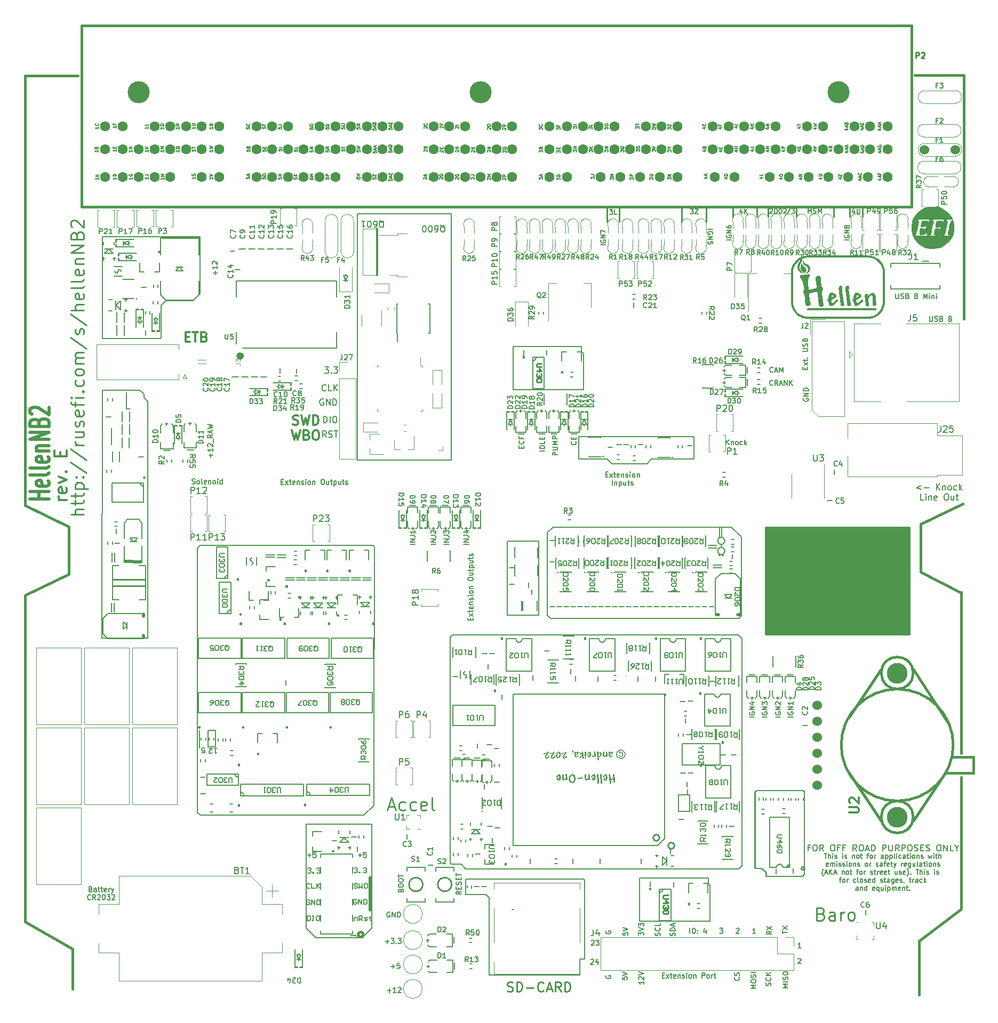
<source format=gto>
G75*
G70*
%OFA0B0*%
%FSLAX25Y25*%
%IPPOS*%
%LPD*%
%AMOC8*
5,1,8,0,0,1.08239X$1,22.5*
%
%ADD10C,0.01969*%
%ADD112C,0.00010*%
%ADD124C,0.00669*%
%ADD138C,0.13780*%
%ADD148C,0.00472*%
%ADD174C,0.06299*%
%ADD193C,0.00875*%
%ADD203C,0.00787*%
%ADD219C,0.00650*%
%ADD227C,0.01500*%
%ADD235C,0.13000*%
%ADD24C,0.01200*%
%ADD25C,0.02425*%
%ADD253C,0.01000*%
%ADD26C,0.01181*%
%ADD260C,0.00709*%
%ADD265C,0.01968*%
%ADD279C,0.01575*%
%ADD316C,0.00800*%
%ADD325C,0.00500*%
%ADD339C,0.00591*%
%ADD344C,0.00984*%
%ADD358C,0.00394*%
%ADD40C,0.00689*%
%ADD47C,0.01476*%
%ADD81C,0.06000*%
%ADD87C,0.00390*%
X0000000Y0000000D02*
%LPD*%
G01*
D344*
X0418936Y0497068D02*
X0418936Y0488068D01*
X0490557Y0497074D02*
X0490557Y0491074D01*
D227*
X0008471Y0579253D02*
X0041542Y0579352D01*
D344*
X0379936Y0497068D02*
X0379936Y0488068D01*
X0523936Y0497068D02*
X0523936Y0491068D01*
D227*
X0568160Y0299016D02*
X0568160Y0269094D01*
D344*
X0372272Y0496947D02*
X0372272Y0487947D01*
D227*
X0567274Y0038210D02*
X0593258Y0057895D01*
X0595129Y0579745D02*
X0564377Y0579745D01*
X0594538Y0311614D02*
X0568160Y0299016D01*
X0595129Y0427383D02*
X0595129Y0578761D01*
X0035882Y0267541D02*
X0035882Y0297462D01*
X0035882Y0297462D02*
X0008570Y0310848D01*
D344*
X0472936Y0497068D02*
X0472936Y0491068D01*
D227*
X0009504Y0254942D02*
X0035882Y0267541D01*
D344*
X0561326Y0296970D02*
X0471168Y0296970D01*
X0471168Y0296970D02*
X0471168Y0230041D01*
X0471168Y0230041D02*
X0561326Y0230041D01*
X0561326Y0230041D02*
X0561326Y0296970D01*
G36*
X0561326Y0296970D02*
G01*
X0471168Y0296970D01*
X0471168Y0230041D01*
X0561326Y0230041D01*
X0561326Y0296970D01*
G37*
X0465936Y0497068D02*
X0465936Y0491068D01*
X0513936Y0497068D02*
X0513936Y0491068D01*
X0434180Y0496967D02*
X0434180Y0487967D01*
X0450936Y0497068D02*
X0450936Y0491068D01*
X0531936Y0497068D02*
X0531936Y0491068D01*
D227*
X0038196Y0008289D02*
X0038042Y0032698D01*
X0008514Y0311143D02*
X0008514Y0579253D01*
X0568160Y0269094D02*
X0592963Y0256496D01*
X0567329Y0004773D02*
X0567329Y0038407D01*
X0038042Y0033465D02*
X0008514Y0050394D01*
X0593554Y0155561D02*
X0593554Y0256419D01*
X0008514Y0050415D02*
X0008514Y0254352D01*
X0593554Y0058682D02*
X0593554Y0140600D01*
D325*
X0215800Y0547117D02*
X0215800Y0546165D01*
X0216752Y0546069D01*
X0216657Y0546165D01*
X0216562Y0546355D01*
X0216562Y0546831D01*
X0216657Y0547022D01*
X0216752Y0547117D01*
X0216943Y0547212D01*
X0217419Y0547212D01*
X0217609Y0547117D01*
X0217705Y0547022D01*
X0217800Y0546831D01*
X0217800Y0546355D01*
X0217705Y0546165D01*
X0217609Y0546069D01*
X0215800Y0547879D02*
X0217800Y0549212D01*
X0215800Y0549212D02*
X0217800Y0547879D01*
X0432631Y0547037D02*
X0433965Y0547037D01*
X0431869Y0546560D02*
X0433298Y0546084D01*
X0433298Y0547322D01*
X0433774Y0549227D02*
X0433869Y0549132D01*
X0433965Y0548846D01*
X0433965Y0548656D01*
X0433869Y0548370D01*
X0433679Y0548179D01*
X0433488Y0548084D01*
X0433108Y0547989D01*
X0432822Y0547989D01*
X0432441Y0548084D01*
X0432250Y0548179D01*
X0432060Y0548370D01*
X0431965Y0548656D01*
X0431965Y0548846D01*
X0432060Y0549132D01*
X0432155Y0549227D01*
X0146981Y0547207D02*
X0146981Y0546254D01*
X0147934Y0546159D01*
X0147838Y0546254D01*
X0147743Y0546445D01*
X0147743Y0546921D01*
X0147838Y0547111D01*
X0147934Y0547207D01*
X0148124Y0547302D01*
X0148600Y0547302D01*
X0148791Y0547207D01*
X0148886Y0547111D01*
X0148981Y0546921D01*
X0148981Y0546445D01*
X0148886Y0546254D01*
X0148791Y0546159D01*
X0148791Y0549302D02*
X0148886Y0549207D01*
X0148981Y0548921D01*
X0148981Y0548731D01*
X0148886Y0548445D01*
X0148695Y0548254D01*
X0148505Y0548159D01*
X0148124Y0548064D01*
X0147838Y0548064D01*
X0147457Y0548159D01*
X0147267Y0548254D01*
X0147076Y0548445D01*
X0146981Y0548731D01*
X0146981Y0548921D01*
X0147076Y0549207D01*
X0147172Y0549302D01*
X0370701Y0545945D02*
X0370701Y0547183D01*
X0371463Y0546516D01*
X0371463Y0546802D01*
X0371558Y0546992D01*
X0371653Y0547087D01*
X0371844Y0547183D01*
X0372320Y0547183D01*
X0372510Y0547087D01*
X0372606Y0546992D01*
X0372701Y0546802D01*
X0372701Y0546230D01*
X0372606Y0546040D01*
X0372510Y0545945D01*
X0370701Y0548421D02*
X0370701Y0548802D01*
X0370796Y0548992D01*
X0370987Y0549183D01*
X0371368Y0549278D01*
X0372034Y0549278D01*
X0372415Y0549183D01*
X0372606Y0548992D01*
X0372701Y0548802D01*
X0372701Y0548421D01*
X0372606Y0548230D01*
X0372415Y0548040D01*
X0372034Y0547945D01*
X0371368Y0547945D01*
X0370987Y0548040D01*
X0370796Y0548230D01*
X0370701Y0548421D01*
X0287694Y0531599D02*
X0287598Y0531694D01*
X0287503Y0531884D01*
X0287503Y0532361D01*
X0287598Y0532551D01*
X0287694Y0532646D01*
X0287884Y0532741D01*
X0288075Y0532741D01*
X0288360Y0532646D01*
X0289503Y0531503D01*
X0289503Y0532741D01*
X0289503Y0533599D02*
X0287503Y0533599D01*
X0289503Y0534741D02*
X0288360Y0533884D01*
X0287503Y0534741D02*
X0288646Y0533599D01*
D124*
X0281156Y0069364D02*
X0279656Y0068314D01*
X0281156Y0067564D02*
X0278006Y0067564D01*
X0278006Y0068764D01*
X0278156Y0069064D01*
X0278306Y0069214D01*
X0278606Y0069364D01*
X0279056Y0069364D01*
X0279356Y0069214D01*
X0279506Y0069064D01*
X0279656Y0068764D01*
X0279656Y0067564D01*
X0279506Y0070714D02*
X0279506Y0071764D01*
X0281156Y0072214D02*
X0281156Y0070714D01*
X0278006Y0070714D01*
X0278006Y0072214D01*
X0281006Y0073413D02*
X0281156Y0073863D01*
X0281156Y0074613D01*
X0281006Y0074913D01*
X0280856Y0075063D01*
X0280556Y0075213D01*
X0280256Y0075213D01*
X0279956Y0075063D01*
X0279806Y0074913D01*
X0279656Y0074613D01*
X0279506Y0074013D01*
X0279356Y0073713D01*
X0279206Y0073563D01*
X0278906Y0073413D01*
X0278606Y0073413D01*
X0278306Y0073563D01*
X0278156Y0073713D01*
X0278006Y0074013D01*
X0278006Y0074763D01*
X0278156Y0075213D01*
X0279506Y0076563D02*
X0279506Y0077613D01*
X0281156Y0078063D02*
X0281156Y0076563D01*
X0278006Y0076563D01*
X0278006Y0078063D01*
X0278006Y0078963D02*
X0278006Y0080762D01*
X0281156Y0079863D02*
X0278006Y0079863D01*
X0237169Y0022434D02*
X0239569Y0022434D01*
X0238369Y0021234D02*
X0238369Y0023634D01*
X0242568Y0024384D02*
X0241069Y0024384D01*
X0240919Y0022884D01*
X0241069Y0023034D01*
X0241369Y0023184D01*
X0242119Y0023184D01*
X0242419Y0023034D01*
X0242568Y0022884D01*
X0242718Y0022584D01*
X0242718Y0021834D01*
X0242568Y0021534D01*
X0242419Y0021384D01*
X0242119Y0021234D01*
X0241369Y0021234D01*
X0241069Y0021384D01*
X0240919Y0021534D01*
D339*
X0497780Y0493441D02*
X0497780Y0496441D01*
X0498780Y0494299D01*
X0499780Y0496441D01*
X0499780Y0493441D01*
X0501066Y0493584D02*
X0501495Y0493441D01*
X0502209Y0493441D01*
X0502495Y0493584D01*
X0502638Y0493727D01*
X0502780Y0494013D01*
X0502780Y0494299D01*
X0502638Y0494584D01*
X0502495Y0494727D01*
X0502209Y0494870D01*
X0501638Y0495013D01*
X0501352Y0495156D01*
X0501209Y0495299D01*
X0501066Y0495584D01*
X0501066Y0495870D01*
X0501209Y0496156D01*
X0501352Y0496299D01*
X0501638Y0496441D01*
X0502352Y0496441D01*
X0502780Y0496299D01*
X0504066Y0493441D02*
X0504066Y0496441D01*
X0505066Y0494299D01*
X0506066Y0496441D01*
X0506066Y0493441D01*
D325*
X0226102Y0532095D02*
X0226102Y0531143D01*
X0227054Y0531047D01*
X0226959Y0531143D01*
X0226864Y0531333D01*
X0226864Y0531809D01*
X0226959Y0532000D01*
X0227054Y0532095D01*
X0227245Y0532190D01*
X0227721Y0532190D01*
X0227912Y0532095D01*
X0228007Y0532000D01*
X0228102Y0531809D01*
X0228102Y0531333D01*
X0228007Y0531143D01*
X0227912Y0531047D01*
X0227531Y0532952D02*
X0227531Y0533905D01*
X0228102Y0532762D02*
X0226102Y0533428D01*
X0228102Y0534095D01*
X0227531Y0534666D02*
X0227531Y0535619D01*
X0228102Y0534476D02*
X0226102Y0535143D01*
X0228102Y0535809D01*
X0480682Y0515512D02*
X0482015Y0515512D01*
X0479920Y0515036D02*
X0481348Y0514560D01*
X0481348Y0515798D01*
X0480015Y0516941D02*
X0480015Y0517322D01*
X0480110Y0517512D01*
X0480301Y0517702D01*
X0480682Y0517798D01*
X0481348Y0517798D01*
X0481729Y0517702D01*
X0481920Y0517512D01*
X0482015Y0517322D01*
X0482015Y0516941D01*
X0481920Y0516750D01*
X0481729Y0516560D01*
X0481348Y0516464D01*
X0480682Y0516464D01*
X0480301Y0516560D01*
X0480110Y0516750D01*
X0480015Y0516941D01*
X0462370Y0547015D02*
X0463703Y0547015D01*
X0461608Y0546539D02*
X0463037Y0546063D01*
X0463037Y0547301D01*
X0463703Y0548063D02*
X0461703Y0548063D01*
X0463703Y0549205D02*
X0462561Y0548348D01*
X0461703Y0549205D02*
X0462846Y0548063D01*
X0472229Y0532746D02*
X0473562Y0532746D01*
X0471467Y0532269D02*
X0472895Y0531793D01*
X0472895Y0533031D01*
X0473562Y0533793D02*
X0471562Y0533793D01*
X0472990Y0534460D01*
X0471562Y0535127D01*
X0473562Y0535127D01*
D124*
X0475981Y0394172D02*
X0475832Y0394022D01*
X0475382Y0393872D01*
X0475082Y0393872D01*
X0474632Y0394022D01*
X0474332Y0394322D01*
X0474182Y0394622D01*
X0474032Y0395222D01*
X0474032Y0395672D01*
X0474182Y0396271D01*
X0474332Y0396571D01*
X0474632Y0396871D01*
X0475082Y0397021D01*
X0475382Y0397021D01*
X0475832Y0396871D01*
X0475981Y0396721D01*
X0477181Y0394772D02*
X0478681Y0394772D01*
X0476881Y0393872D02*
X0477931Y0397021D01*
X0478981Y0393872D01*
X0480031Y0393872D02*
X0480031Y0397021D01*
X0481081Y0394772D01*
X0482131Y0397021D01*
X0482131Y0393872D01*
D325*
X0085520Y0532879D02*
X0085520Y0531736D01*
X0085520Y0532307D02*
X0083520Y0532307D01*
X0083805Y0532117D01*
X0083996Y0531926D01*
X0084091Y0531736D01*
X0085520Y0533736D02*
X0083520Y0533736D01*
X0085520Y0534879D02*
X0084377Y0534022D01*
X0083520Y0534879D02*
X0084662Y0533736D01*
X0257914Y0532020D02*
X0257819Y0532115D01*
X0257724Y0532306D01*
X0257724Y0532782D01*
X0257819Y0532972D01*
X0257914Y0533067D01*
X0258105Y0533163D01*
X0258295Y0533163D01*
X0258581Y0533067D01*
X0259724Y0531925D01*
X0259724Y0533163D01*
X0258676Y0534687D02*
X0258771Y0534972D01*
X0258867Y0535067D01*
X0259057Y0535163D01*
X0259343Y0535163D01*
X0259533Y0535067D01*
X0259629Y0534972D01*
X0259724Y0534782D01*
X0259724Y0534020D01*
X0257724Y0534020D01*
X0257724Y0534687D01*
X0257819Y0534877D01*
X0257914Y0534972D01*
X0258105Y0535067D01*
X0258295Y0535067D01*
X0258486Y0534972D01*
X0258581Y0534877D01*
X0258676Y0534687D01*
X0258676Y0534020D01*
D124*
X0475056Y0044372D02*
X0473556Y0043322D01*
X0475056Y0042572D02*
X0471907Y0042572D01*
X0471907Y0043772D01*
X0472057Y0044072D01*
X0472207Y0044222D01*
X0472507Y0044372D01*
X0472957Y0044372D01*
X0473256Y0044222D01*
X0473406Y0044072D01*
X0473556Y0043772D01*
X0473556Y0042572D01*
X0471907Y0045422D02*
X0475056Y0047522D01*
X0471907Y0047522D02*
X0475056Y0045422D01*
D325*
X0329978Y0531572D02*
X0329978Y0532810D01*
X0330740Y0532143D01*
X0330740Y0532429D01*
X0330835Y0532620D01*
X0330930Y0532715D01*
X0331121Y0532810D01*
X0331597Y0532810D01*
X0331787Y0532715D01*
X0331883Y0532620D01*
X0331978Y0532429D01*
X0331978Y0531858D01*
X0331883Y0531667D01*
X0331787Y0531572D01*
X0330930Y0534334D02*
X0331025Y0534620D01*
X0331121Y0534715D01*
X0331311Y0534810D01*
X0331597Y0534810D01*
X0331787Y0534715D01*
X0331883Y0534620D01*
X0331978Y0534429D01*
X0331978Y0533667D01*
X0329978Y0533667D01*
X0329978Y0534334D01*
X0330073Y0534524D01*
X0330168Y0534620D01*
X0330359Y0534715D01*
X0330549Y0534715D01*
X0330740Y0534620D01*
X0330835Y0534524D01*
X0330930Y0534334D01*
X0330930Y0533667D01*
D339*
X0523691Y0476610D02*
X0520691Y0476610D01*
X0520834Y0479610D02*
X0520691Y0479325D01*
X0520691Y0478896D01*
X0520834Y0478467D01*
X0521120Y0478182D01*
X0521405Y0478039D01*
X0521977Y0477896D01*
X0522405Y0477896D01*
X0522977Y0478039D01*
X0523263Y0478182D01*
X0523548Y0478467D01*
X0523691Y0478896D01*
X0523691Y0479182D01*
X0523548Y0479610D01*
X0523405Y0479753D01*
X0522405Y0479753D01*
X0522405Y0479182D01*
X0523691Y0481039D02*
X0520691Y0481039D01*
X0523691Y0482753D01*
X0520691Y0482753D01*
X0521977Y0484610D02*
X0521834Y0484325D01*
X0521691Y0484182D01*
X0521405Y0484039D01*
X0521263Y0484039D01*
X0520977Y0484182D01*
X0520834Y0484325D01*
X0520691Y0484610D01*
X0520691Y0485182D01*
X0520834Y0485467D01*
X0520977Y0485610D01*
X0521263Y0485753D01*
X0521405Y0485753D01*
X0521691Y0485610D01*
X0521834Y0485467D01*
X0521977Y0485182D01*
X0521977Y0484610D01*
X0522120Y0484325D01*
X0522263Y0484182D01*
X0522548Y0484039D01*
X0523120Y0484039D01*
X0523405Y0484182D01*
X0523548Y0484325D01*
X0523691Y0484610D01*
X0523691Y0485182D01*
X0523548Y0485467D01*
X0523405Y0485610D01*
X0523120Y0485753D01*
X0522548Y0485753D01*
X0522263Y0485610D01*
X0522120Y0485467D01*
X0521977Y0485182D01*
D325*
X0307336Y0531414D02*
X0307241Y0531509D01*
X0307146Y0531699D01*
X0307146Y0532176D01*
X0307241Y0532366D01*
X0307336Y0532461D01*
X0307527Y0532557D01*
X0307717Y0532557D01*
X0308003Y0532461D01*
X0309146Y0531318D01*
X0309146Y0532557D01*
X0309336Y0534747D02*
X0309241Y0534557D01*
X0309051Y0534366D01*
X0308765Y0534080D01*
X0308670Y0533890D01*
X0308670Y0533699D01*
X0309146Y0533795D02*
X0309051Y0533604D01*
X0308860Y0533414D01*
X0308479Y0533318D01*
X0307813Y0533318D01*
X0307432Y0533414D01*
X0307241Y0533604D01*
X0307146Y0533795D01*
X0307146Y0534176D01*
X0307241Y0534366D01*
X0307432Y0534557D01*
X0307813Y0534652D01*
X0308479Y0534652D01*
X0308860Y0534557D01*
X0309051Y0534366D01*
X0309146Y0534176D01*
X0309146Y0533795D01*
X0297584Y0545862D02*
X0297488Y0545958D01*
X0297393Y0546148D01*
X0297393Y0546624D01*
X0297488Y0546815D01*
X0297584Y0546910D01*
X0297774Y0547005D01*
X0297965Y0547005D01*
X0298250Y0546910D01*
X0299393Y0545767D01*
X0299393Y0547005D01*
X0297393Y0548243D02*
X0297393Y0548624D01*
X0297488Y0548815D01*
X0297679Y0549005D01*
X0298060Y0549100D01*
X0298727Y0549100D01*
X0299108Y0549005D01*
X0299298Y0548815D01*
X0299393Y0548624D01*
X0299393Y0548243D01*
X0299298Y0548053D01*
X0299108Y0547862D01*
X0298727Y0547767D01*
X0298060Y0547767D01*
X0297679Y0547862D01*
X0297488Y0548053D01*
X0297393Y0548243D01*
X0492009Y0532914D02*
X0493342Y0532914D01*
X0491247Y0532438D02*
X0492675Y0531962D01*
X0492675Y0533200D01*
X0493247Y0533867D02*
X0493342Y0534152D01*
X0493342Y0534628D01*
X0493247Y0534819D01*
X0493152Y0534914D01*
X0492961Y0535009D01*
X0492771Y0535009D01*
X0492580Y0534914D01*
X0492485Y0534819D01*
X0492390Y0534628D01*
X0492294Y0534247D01*
X0492199Y0534057D01*
X0492104Y0533962D01*
X0491914Y0533867D01*
X0491723Y0533867D01*
X0491533Y0533962D01*
X0491437Y0534057D01*
X0491342Y0534247D01*
X0491342Y0534724D01*
X0491437Y0535009D01*
X0277666Y0514566D02*
X0277571Y0514661D01*
X0277476Y0514851D01*
X0277476Y0515328D01*
X0277571Y0515518D01*
X0277666Y0515613D01*
X0277857Y0515709D01*
X0278047Y0515709D01*
X0278333Y0515613D01*
X0279476Y0514470D01*
X0279476Y0515709D01*
X0277571Y0517613D02*
X0277476Y0517423D01*
X0277476Y0517137D01*
X0277571Y0516851D01*
X0277761Y0516661D01*
X0277952Y0516566D01*
X0278333Y0516470D01*
X0278619Y0516470D01*
X0278999Y0516566D01*
X0279190Y0516661D01*
X0279380Y0516851D01*
X0279476Y0517137D01*
X0279476Y0517328D01*
X0279380Y0517613D01*
X0279285Y0517709D01*
X0278619Y0517709D01*
X0278619Y0517328D01*
D124*
X0573868Y0428911D02*
X0573868Y0426361D01*
X0574018Y0426062D01*
X0574168Y0425912D01*
X0574468Y0425762D01*
X0575068Y0425762D01*
X0575368Y0425912D01*
X0575517Y0426062D01*
X0575667Y0426361D01*
X0575667Y0428911D01*
X0577017Y0425912D02*
X0577467Y0425762D01*
X0578217Y0425762D01*
X0578517Y0425912D01*
X0578667Y0426062D01*
X0578817Y0426361D01*
X0578817Y0426661D01*
X0578667Y0426961D01*
X0578517Y0427111D01*
X0578217Y0427261D01*
X0577617Y0427411D01*
X0577317Y0427561D01*
X0577167Y0427711D01*
X0577017Y0428011D01*
X0577017Y0428311D01*
X0577167Y0428611D01*
X0577317Y0428761D01*
X0577617Y0428911D01*
X0578367Y0428911D01*
X0578817Y0428761D01*
X0581217Y0427411D02*
X0581667Y0427261D01*
X0581817Y0427111D01*
X0581967Y0426811D01*
X0581967Y0426361D01*
X0581817Y0426062D01*
X0581667Y0425912D01*
X0581367Y0425762D01*
X0580167Y0425762D01*
X0580167Y0428911D01*
X0581217Y0428911D01*
X0581517Y0428761D01*
X0581667Y0428611D01*
X0581817Y0428311D01*
X0581817Y0428011D01*
X0581667Y0427711D01*
X0581517Y0427561D01*
X0581217Y0427411D01*
X0580167Y0427411D01*
X0586766Y0427411D02*
X0587216Y0427261D01*
X0587366Y0427111D01*
X0587516Y0426811D01*
X0587516Y0426361D01*
X0587366Y0426062D01*
X0587216Y0425912D01*
X0586916Y0425762D01*
X0585716Y0425762D01*
X0585716Y0428911D01*
X0586766Y0428911D01*
X0587066Y0428761D01*
X0587216Y0428611D01*
X0587366Y0428311D01*
X0587366Y0428011D01*
X0587216Y0427711D01*
X0587066Y0427561D01*
X0586766Y0427411D01*
X0585716Y0427411D01*
D325*
X0235711Y0532310D02*
X0235711Y0531357D01*
X0236663Y0531262D01*
X0236568Y0531357D01*
X0236473Y0531548D01*
X0236473Y0532024D01*
X0236568Y0532215D01*
X0236663Y0532310D01*
X0236854Y0532405D01*
X0237330Y0532405D01*
X0237520Y0532310D01*
X0237615Y0532215D01*
X0237711Y0532024D01*
X0237711Y0531548D01*
X0237615Y0531357D01*
X0237520Y0531262D01*
X0237139Y0533167D02*
X0237139Y0534119D01*
X0237711Y0532976D02*
X0235711Y0533643D01*
X0237711Y0534310D01*
X0237711Y0534976D02*
X0235711Y0534976D01*
X0235711Y0535453D01*
X0235806Y0535738D01*
X0235996Y0535929D01*
X0236187Y0536024D01*
X0236568Y0536119D01*
X0236854Y0536119D01*
X0237234Y0536024D01*
X0237425Y0535929D01*
X0237615Y0535738D01*
X0237711Y0535453D01*
X0237711Y0534976D01*
X0125767Y0547278D02*
X0125767Y0546135D01*
X0125767Y0546706D02*
X0123767Y0546706D01*
X0124053Y0546516D01*
X0124243Y0546325D01*
X0124338Y0546135D01*
X0123767Y0547945D02*
X0125767Y0549278D01*
X0123767Y0549278D02*
X0125767Y0547945D01*
X0297721Y0531714D02*
X0297626Y0531809D01*
X0297531Y0532000D01*
X0297531Y0532476D01*
X0297626Y0532666D01*
X0297721Y0532762D01*
X0297912Y0532857D01*
X0298102Y0532857D01*
X0298388Y0532762D01*
X0299531Y0531619D01*
X0299531Y0532857D01*
X0299531Y0533714D02*
X0297531Y0533714D01*
X0299531Y0534857D01*
X0297531Y0534857D01*
D26*
X0034671Y0313979D02*
X0029422Y0313979D01*
X0030921Y0313979D02*
X0030172Y0314354D01*
X0029797Y0314729D01*
X0029422Y0315478D01*
X0029422Y0316228D01*
X0034296Y0321853D02*
X0034671Y0321103D01*
X0034671Y0319603D01*
X0034296Y0318853D01*
X0033546Y0318478D01*
X0030547Y0318478D01*
X0029797Y0318853D01*
X0029422Y0319603D01*
X0029422Y0321103D01*
X0029797Y0321853D01*
X0030547Y0322228D01*
X0031296Y0322228D01*
X0032046Y0318478D01*
X0029422Y0324852D02*
X0034671Y0326727D01*
X0029422Y0328602D01*
X0033921Y0331601D02*
X0034296Y0331976D01*
X0034671Y0331601D01*
X0034296Y0331227D01*
X0033921Y0331601D01*
X0034671Y0331601D01*
X0030547Y0341350D02*
X0030547Y0343975D01*
X0034671Y0345100D02*
X0034671Y0341350D01*
X0026797Y0341350D01*
X0026797Y0345100D01*
D124*
X0481749Y0042910D02*
X0481749Y0044710D01*
X0484899Y0043810D02*
X0481749Y0043810D01*
X0481749Y0045459D02*
X0484899Y0047559D01*
X0481749Y0047559D02*
X0484899Y0045459D01*
D325*
X0362184Y0514908D02*
X0362184Y0516146D01*
X0362946Y0515480D01*
X0362946Y0515766D01*
X0363042Y0515956D01*
X0363137Y0516051D01*
X0363327Y0516146D01*
X0363804Y0516146D01*
X0363994Y0516051D01*
X0364089Y0515956D01*
X0364184Y0515766D01*
X0364184Y0515194D01*
X0364089Y0515004D01*
X0363994Y0514908D01*
X0362184Y0517575D02*
X0363613Y0517575D01*
X0363899Y0517480D01*
X0364089Y0517289D01*
X0364184Y0517004D01*
X0364184Y0516813D01*
D124*
X0464361Y0178344D02*
X0461211Y0178344D01*
X0461361Y0181493D02*
X0461211Y0181194D01*
X0461211Y0180744D01*
X0461361Y0180294D01*
X0461661Y0179994D01*
X0461961Y0179844D01*
X0462561Y0179694D01*
X0463011Y0179694D01*
X0463611Y0179844D01*
X0463911Y0179994D01*
X0464211Y0180294D01*
X0464361Y0180744D01*
X0464361Y0181044D01*
X0464211Y0181493D01*
X0464061Y0181643D01*
X0463011Y0181643D01*
X0463011Y0181044D01*
X0464361Y0182993D02*
X0461211Y0182993D01*
X0464361Y0184793D01*
X0461211Y0184793D01*
X0462261Y0187643D02*
X0464361Y0187643D01*
X0461061Y0186893D02*
X0463311Y0186143D01*
X0463311Y0188093D01*
D325*
X0340893Y0514258D02*
X0340893Y0515496D01*
X0341655Y0514830D01*
X0341655Y0515115D01*
X0341750Y0515306D01*
X0341846Y0515401D01*
X0342036Y0515496D01*
X0342512Y0515496D01*
X0342703Y0515401D01*
X0342798Y0515306D01*
X0342893Y0515115D01*
X0342893Y0514544D01*
X0342798Y0514353D01*
X0342703Y0514258D01*
X0342893Y0516353D02*
X0340893Y0516353D01*
X0340893Y0516830D01*
X0340988Y0517115D01*
X0341179Y0517306D01*
X0341369Y0517401D01*
X0341750Y0517496D01*
X0342036Y0517496D01*
X0342417Y0517401D01*
X0342608Y0517306D01*
X0342798Y0517115D01*
X0342893Y0516830D01*
X0342893Y0516353D01*
X0206459Y0533296D02*
X0206459Y0532344D01*
X0207412Y0532249D01*
X0207316Y0532344D01*
X0207221Y0532535D01*
X0207221Y0533011D01*
X0207316Y0533201D01*
X0207412Y0533296D01*
X0207602Y0533392D01*
X0208078Y0533392D01*
X0208269Y0533296D01*
X0208364Y0533201D01*
X0208459Y0533011D01*
X0208459Y0532535D01*
X0208364Y0532344D01*
X0208269Y0532249D01*
X0206459Y0533963D02*
X0206459Y0535106D01*
X0208459Y0534535D02*
X0206459Y0534535D01*
D124*
X0485292Y0009108D02*
X0482143Y0009108D01*
X0484393Y0010158D01*
X0482143Y0011208D01*
X0485292Y0011208D01*
X0485292Y0012707D02*
X0482143Y0012707D01*
X0485142Y0014057D02*
X0485292Y0014507D01*
X0485292Y0015257D01*
X0485142Y0015557D01*
X0484992Y0015707D01*
X0484693Y0015857D01*
X0484393Y0015857D01*
X0484093Y0015707D01*
X0483943Y0015557D01*
X0483793Y0015257D01*
X0483643Y0014657D01*
X0483493Y0014357D01*
X0483343Y0014207D01*
X0483043Y0014057D01*
X0482743Y0014057D01*
X0482443Y0014207D01*
X0482293Y0014357D01*
X0482143Y0014657D01*
X0482143Y0015407D01*
X0482293Y0015857D01*
X0482143Y0017807D02*
X0482143Y0018407D01*
X0482293Y0018707D01*
X0482593Y0019007D01*
X0483193Y0019157D01*
X0484243Y0019157D01*
X0484843Y0019007D01*
X0485142Y0018707D01*
X0485292Y0018407D01*
X0485292Y0017807D01*
X0485142Y0017507D01*
X0484843Y0017207D01*
X0484243Y0017057D01*
X0483193Y0017057D01*
X0482593Y0017207D01*
X0482293Y0017507D01*
X0482143Y0017807D01*
X0285786Y0286253D02*
X0282636Y0286253D01*
X0285786Y0287753D02*
X0282636Y0287753D01*
X0285786Y0289553D01*
X0282636Y0289553D01*
X0282636Y0291953D02*
X0284886Y0291953D01*
X0285336Y0291803D01*
X0285636Y0291503D01*
X0285786Y0291053D01*
X0285786Y0290753D01*
X0283686Y0294802D02*
X0285786Y0294802D01*
X0282486Y0294052D02*
X0284736Y0293302D01*
X0284736Y0295252D01*
D325*
X0531263Y0546253D02*
X0532596Y0546253D01*
X0530501Y0545777D02*
X0531929Y0545301D01*
X0531929Y0546539D01*
X0532025Y0547205D02*
X0532025Y0548158D01*
X0532596Y0547015D02*
X0530596Y0547682D01*
X0532596Y0548348D01*
X0531549Y0549015D02*
X0531549Y0549682D01*
X0532596Y0549967D02*
X0532596Y0549015D01*
X0530596Y0549015D01*
X0530596Y0549967D01*
X0095135Y0547117D02*
X0095135Y0545974D01*
X0095135Y0546546D02*
X0093135Y0546546D01*
X0093421Y0546355D01*
X0093611Y0546165D01*
X0093706Y0545974D01*
X0093135Y0548355D02*
X0093135Y0548736D01*
X0093230Y0548926D01*
X0093421Y0549117D01*
X0093802Y0549212D01*
X0094468Y0549212D01*
X0094849Y0549117D01*
X0095040Y0548926D01*
X0095135Y0548736D01*
X0095135Y0548355D01*
X0095040Y0548165D01*
X0094849Y0547974D01*
X0094468Y0547879D01*
X0093802Y0547879D01*
X0093421Y0547974D01*
X0093230Y0548165D01*
X0093135Y0548355D01*
X0410124Y0545899D02*
X0410124Y0547137D01*
X0410886Y0546471D01*
X0410886Y0546756D01*
X0410981Y0546947D01*
X0411076Y0547042D01*
X0411267Y0547137D01*
X0411743Y0547137D01*
X0411934Y0547042D01*
X0412029Y0546947D01*
X0412124Y0546756D01*
X0412124Y0546185D01*
X0412029Y0545994D01*
X0411934Y0545899D01*
X0410124Y0547804D02*
X0410124Y0549137D01*
X0412124Y0547804D01*
X0412124Y0549137D01*
D344*
X0309941Y0007080D02*
X0310784Y0006798D01*
X0312190Y0006798D01*
X0312753Y0007080D01*
X0313034Y0007361D01*
X0313315Y0007923D01*
X0313315Y0008486D01*
X0313034Y0009048D01*
X0312753Y0009329D01*
X0312190Y0009610D01*
X0311065Y0009892D01*
X0310503Y0010173D01*
X0310222Y0010454D01*
X0309941Y0011017D01*
X0309941Y0011579D01*
X0310222Y0012141D01*
X0310503Y0012423D01*
X0311065Y0012704D01*
X0312471Y0012704D01*
X0313315Y0012423D01*
X0315846Y0006798D02*
X0315846Y0012704D01*
X0317252Y0012704D01*
X0318096Y0012423D01*
X0318658Y0011860D01*
X0318939Y0011298D01*
X0319221Y0010173D01*
X0319221Y0009329D01*
X0318939Y0008204D01*
X0318658Y0007642D01*
X0318096Y0007080D01*
X0317252Y0006798D01*
X0315846Y0006798D01*
X0321752Y0009048D02*
X0326251Y0009048D01*
X0332438Y0007361D02*
X0332157Y0007080D01*
X0331313Y0006798D01*
X0330750Y0006798D01*
X0329907Y0007080D01*
X0329344Y0007642D01*
X0329063Y0008204D01*
X0328782Y0009329D01*
X0328782Y0010173D01*
X0329063Y0011298D01*
X0329344Y0011860D01*
X0329907Y0012423D01*
X0330750Y0012704D01*
X0331313Y0012704D01*
X0332157Y0012423D01*
X0332438Y0012141D01*
X0334687Y0008486D02*
X0337500Y0008486D01*
X0334125Y0006798D02*
X0336094Y0012704D01*
X0338062Y0006798D01*
X0343405Y0006798D02*
X0341437Y0009610D01*
X0340031Y0006798D02*
X0340031Y0012704D01*
X0342280Y0012704D01*
X0342843Y0012423D01*
X0343124Y0012141D01*
X0343405Y0011579D01*
X0343405Y0010735D01*
X0343124Y0010173D01*
X0342843Y0009892D01*
X0342280Y0009610D01*
X0340031Y0009610D01*
X0345936Y0006798D02*
X0345936Y0012704D01*
X0347342Y0012704D01*
X0348186Y0012423D01*
X0348748Y0011860D01*
X0349029Y0011298D01*
X0349311Y0010173D01*
X0349311Y0009329D01*
X0349029Y0008204D01*
X0348748Y0007642D01*
X0348186Y0007080D01*
X0347342Y0006798D01*
X0345936Y0006798D01*
D325*
X0501730Y0533031D02*
X0503063Y0533031D01*
X0500968Y0532555D02*
X0502396Y0532079D01*
X0502396Y0533317D01*
X0501063Y0533793D02*
X0503063Y0534460D01*
X0501063Y0535127D01*
X0370838Y0531796D02*
X0370838Y0533034D01*
X0371600Y0532368D01*
X0371600Y0532653D01*
X0371695Y0532844D01*
X0371791Y0532939D01*
X0371981Y0533034D01*
X0372457Y0533034D01*
X0372648Y0532939D01*
X0372743Y0532844D01*
X0372838Y0532653D01*
X0372838Y0532082D01*
X0372743Y0531891D01*
X0372648Y0531796D01*
X0372838Y0533891D02*
X0370838Y0533891D01*
X0372838Y0535034D01*
X0370838Y0535034D01*
X0105025Y0533009D02*
X0105025Y0531867D01*
X0105025Y0532438D02*
X0103025Y0532438D01*
X0103311Y0532247D01*
X0103501Y0532057D01*
X0103597Y0531867D01*
X0105216Y0535200D02*
X0105120Y0535009D01*
X0104930Y0534819D01*
X0104644Y0534533D01*
X0104549Y0534343D01*
X0104549Y0534152D01*
X0105025Y0534247D02*
X0104930Y0534057D01*
X0104739Y0533867D01*
X0104358Y0533771D01*
X0103692Y0533771D01*
X0103311Y0533867D01*
X0103120Y0534057D01*
X0103025Y0534247D01*
X0103025Y0534628D01*
X0103120Y0534819D01*
X0103311Y0535009D01*
X0103692Y0535105D01*
X0104358Y0535105D01*
X0104739Y0535009D01*
X0104930Y0534819D01*
X0105025Y0534628D01*
X0105025Y0534247D01*
D339*
X0568670Y0322932D02*
X0565670Y0321807D01*
X0568670Y0320682D01*
X0570170Y0321619D02*
X0573544Y0321619D01*
X0578044Y0320307D02*
X0578044Y0324244D01*
X0580293Y0320307D02*
X0578606Y0322557D01*
X0580293Y0324244D02*
X0578044Y0321994D01*
X0581981Y0322932D02*
X0581981Y0320307D01*
X0581981Y0322557D02*
X0582168Y0322744D01*
X0582543Y0322932D01*
X0583106Y0322932D01*
X0583481Y0322744D01*
X0583668Y0322369D01*
X0583668Y0320307D01*
X0586105Y0320307D02*
X0585730Y0320494D01*
X0585543Y0320682D01*
X0585355Y0321057D01*
X0585355Y0322182D01*
X0585543Y0322557D01*
X0585730Y0322744D01*
X0586105Y0322932D01*
X0586668Y0322932D01*
X0587043Y0322744D01*
X0587230Y0322557D01*
X0587418Y0322182D01*
X0587418Y0321057D01*
X0587230Y0320682D01*
X0587043Y0320494D01*
X0586668Y0320307D01*
X0586105Y0320307D01*
X0590792Y0320494D02*
X0590417Y0320307D01*
X0589667Y0320307D01*
X0589292Y0320494D01*
X0589105Y0320682D01*
X0588917Y0321057D01*
X0588917Y0322182D01*
X0589105Y0322557D01*
X0589292Y0322744D01*
X0589667Y0322932D01*
X0590417Y0322932D01*
X0590792Y0322744D01*
X0592479Y0320307D02*
X0592479Y0324244D01*
X0592854Y0321807D02*
X0593979Y0320307D01*
X0593979Y0322932D02*
X0592479Y0321432D01*
X0570076Y0313968D02*
X0568201Y0313968D01*
X0568201Y0317905D01*
X0571388Y0313968D02*
X0571388Y0316593D01*
X0571388Y0317905D02*
X0571201Y0317718D01*
X0571388Y0317530D01*
X0571576Y0317718D01*
X0571388Y0317905D01*
X0571388Y0317530D01*
X0573263Y0316593D02*
X0573263Y0313968D01*
X0573263Y0316218D02*
X0573451Y0316406D01*
X0573826Y0316593D01*
X0574388Y0316593D01*
X0574763Y0316406D01*
X0574950Y0316031D01*
X0574950Y0313968D01*
X0578325Y0314156D02*
X0577950Y0313968D01*
X0577200Y0313968D01*
X0576825Y0314156D01*
X0576638Y0314531D01*
X0576638Y0316031D01*
X0576825Y0316406D01*
X0577200Y0316593D01*
X0577950Y0316593D01*
X0578325Y0316406D01*
X0578512Y0316031D01*
X0578512Y0315656D01*
X0576638Y0315281D01*
X0583949Y0317905D02*
X0584699Y0317905D01*
X0585074Y0317718D01*
X0585449Y0317343D01*
X0585637Y0316593D01*
X0585637Y0315281D01*
X0585449Y0314531D01*
X0585074Y0314156D01*
X0584699Y0313968D01*
X0583949Y0313968D01*
X0583574Y0314156D01*
X0583199Y0314531D01*
X0583012Y0315281D01*
X0583012Y0316593D01*
X0583199Y0317343D01*
X0583574Y0317718D01*
X0583949Y0317905D01*
X0589011Y0316593D02*
X0589011Y0313968D01*
X0587324Y0316593D02*
X0587324Y0314531D01*
X0587511Y0314156D01*
X0587886Y0313968D01*
X0588449Y0313968D01*
X0588824Y0314156D01*
X0589011Y0314343D01*
X0590323Y0316593D02*
X0591823Y0316593D01*
X0590886Y0317905D02*
X0590886Y0314531D01*
X0591073Y0314156D01*
X0591448Y0313968D01*
X0591823Y0313968D01*
X0526908Y0495157D02*
X0526908Y0493157D01*
X0526194Y0496299D02*
X0525479Y0494157D01*
X0527336Y0494157D01*
X0528479Y0496157D02*
X0528479Y0493728D01*
X0528622Y0493442D01*
X0528765Y0493299D01*
X0529051Y0493157D01*
X0529622Y0493157D01*
X0529908Y0493299D01*
X0530051Y0493442D01*
X0530194Y0493728D01*
X0530194Y0496157D01*
D124*
X0168679Y0325443D02*
X0169729Y0325443D01*
X0170179Y0323793D02*
X0168679Y0323793D01*
X0168679Y0326943D01*
X0170179Y0326943D01*
X0171229Y0323793D02*
X0172879Y0325893D01*
X0171229Y0325893D02*
X0172879Y0323793D01*
X0173629Y0325893D02*
X0174829Y0325893D01*
X0174079Y0326943D02*
X0174079Y0324243D01*
X0174229Y0323943D01*
X0174529Y0323793D01*
X0174829Y0323793D01*
X0177078Y0323943D02*
X0176778Y0323793D01*
X0176178Y0323793D01*
X0175878Y0323943D01*
X0175728Y0324243D01*
X0175728Y0325443D01*
X0175878Y0325743D01*
X0176178Y0325893D01*
X0176778Y0325893D01*
X0177078Y0325743D01*
X0177228Y0325443D01*
X0177228Y0325143D01*
X0175728Y0324843D01*
X0178578Y0325893D02*
X0178578Y0323793D01*
X0178578Y0325593D02*
X0178728Y0325743D01*
X0179028Y0325893D01*
X0179478Y0325893D01*
X0179778Y0325743D01*
X0179928Y0325443D01*
X0179928Y0323793D01*
X0181278Y0323943D02*
X0181578Y0323793D01*
X0182178Y0323793D01*
X0182478Y0323943D01*
X0182628Y0324243D01*
X0182628Y0324393D01*
X0182478Y0324693D01*
X0182178Y0324843D01*
X0181728Y0324843D01*
X0181428Y0324993D01*
X0181278Y0325293D01*
X0181278Y0325443D01*
X0181428Y0325743D01*
X0181728Y0325893D01*
X0182178Y0325893D01*
X0182478Y0325743D01*
X0183977Y0323793D02*
X0183977Y0325893D01*
X0183977Y0326943D02*
X0183827Y0326793D01*
X0183977Y0326643D01*
X0184127Y0326793D01*
X0183977Y0326943D01*
X0183977Y0326643D01*
X0185927Y0323793D02*
X0185627Y0323943D01*
X0185477Y0324093D01*
X0185327Y0324393D01*
X0185327Y0325293D01*
X0185477Y0325593D01*
X0185627Y0325743D01*
X0185927Y0325893D01*
X0186377Y0325893D01*
X0186677Y0325743D01*
X0186827Y0325593D01*
X0186977Y0325293D01*
X0186977Y0324393D01*
X0186827Y0324093D01*
X0186677Y0323943D01*
X0186377Y0323793D01*
X0185927Y0323793D01*
X0188327Y0325893D02*
X0188327Y0323793D01*
X0188327Y0325593D02*
X0188477Y0325743D01*
X0188777Y0325893D01*
X0189227Y0325893D01*
X0189527Y0325743D01*
X0189677Y0325443D01*
X0189677Y0323793D01*
X0194176Y0326943D02*
X0194776Y0326943D01*
X0195076Y0326793D01*
X0195376Y0326493D01*
X0195526Y0325893D01*
X0195526Y0324843D01*
X0195376Y0324243D01*
X0195076Y0323943D01*
X0194776Y0323793D01*
X0194176Y0323793D01*
X0193876Y0323943D01*
X0193576Y0324243D01*
X0193426Y0324843D01*
X0193426Y0325893D01*
X0193576Y0326493D01*
X0193876Y0326793D01*
X0194176Y0326943D01*
X0198226Y0325893D02*
X0198226Y0323793D01*
X0196876Y0325893D02*
X0196876Y0324243D01*
X0197026Y0323943D01*
X0197326Y0323793D01*
X0197776Y0323793D01*
X0198076Y0323943D01*
X0198226Y0324093D01*
X0199275Y0325893D02*
X0200475Y0325893D01*
X0199725Y0326943D02*
X0199725Y0324243D01*
X0199875Y0323943D01*
X0200175Y0323793D01*
X0200475Y0323793D01*
X0201525Y0325893D02*
X0201525Y0322743D01*
X0201525Y0325743D02*
X0201825Y0325893D01*
X0202425Y0325893D01*
X0202725Y0325743D01*
X0202875Y0325593D01*
X0203025Y0325293D01*
X0203025Y0324393D01*
X0202875Y0324093D01*
X0202725Y0323943D01*
X0202425Y0323793D01*
X0201825Y0323793D01*
X0201525Y0323943D01*
X0205725Y0325893D02*
X0205725Y0323793D01*
X0204375Y0325893D02*
X0204375Y0324243D01*
X0204525Y0323943D01*
X0204825Y0323793D01*
X0205275Y0323793D01*
X0205575Y0323943D01*
X0205725Y0324093D01*
X0206775Y0325893D02*
X0207974Y0325893D01*
X0207224Y0326943D02*
X0207224Y0324243D01*
X0207374Y0323943D01*
X0207674Y0323793D01*
X0207974Y0323793D01*
X0208874Y0323943D02*
X0209174Y0323793D01*
X0209774Y0323793D01*
X0210074Y0323943D01*
X0210224Y0324243D01*
X0210224Y0324393D01*
X0210074Y0324693D01*
X0209774Y0324843D01*
X0209324Y0324843D01*
X0209024Y0324993D01*
X0208874Y0325293D01*
X0208874Y0325443D01*
X0209024Y0325743D01*
X0209324Y0325893D01*
X0209774Y0325893D01*
X0210074Y0325743D01*
X0286790Y0238969D02*
X0286790Y0240019D01*
X0288439Y0240469D02*
X0288439Y0238969D01*
X0285290Y0238969D01*
X0285290Y0240469D01*
X0288439Y0241519D02*
X0286340Y0243169D01*
X0286340Y0241519D02*
X0288439Y0243169D01*
X0286340Y0243919D02*
X0286340Y0245119D01*
X0285290Y0244369D02*
X0287989Y0244369D01*
X0288289Y0244519D01*
X0288439Y0244819D01*
X0288439Y0245119D01*
X0288289Y0247368D02*
X0288439Y0247068D01*
X0288439Y0246468D01*
X0288289Y0246168D01*
X0287989Y0246018D01*
X0286790Y0246018D01*
X0286490Y0246168D01*
X0286340Y0246468D01*
X0286340Y0247068D01*
X0286490Y0247368D01*
X0286790Y0247518D01*
X0287089Y0247518D01*
X0287389Y0246018D01*
X0286340Y0248868D02*
X0288439Y0248868D01*
X0286640Y0248868D02*
X0286490Y0249018D01*
X0286340Y0249318D01*
X0286340Y0249768D01*
X0286490Y0250068D01*
X0286790Y0250218D01*
X0288439Y0250218D01*
X0288289Y0251568D02*
X0288439Y0251868D01*
X0288439Y0252468D01*
X0288289Y0252768D01*
X0287989Y0252918D01*
X0287839Y0252918D01*
X0287539Y0252768D01*
X0287389Y0252468D01*
X0287389Y0252018D01*
X0287239Y0251718D01*
X0286939Y0251568D01*
X0286790Y0251568D01*
X0286490Y0251718D01*
X0286340Y0252018D01*
X0286340Y0252468D01*
X0286490Y0252768D01*
X0288439Y0254267D02*
X0286340Y0254267D01*
X0285290Y0254267D02*
X0285440Y0254117D01*
X0285590Y0254267D01*
X0285440Y0254417D01*
X0285290Y0254267D01*
X0285590Y0254267D01*
X0288439Y0256217D02*
X0288289Y0255917D01*
X0288139Y0255767D01*
X0287839Y0255617D01*
X0286939Y0255617D01*
X0286640Y0255767D01*
X0286490Y0255917D01*
X0286340Y0256217D01*
X0286340Y0256667D01*
X0286490Y0256967D01*
X0286640Y0257117D01*
X0286939Y0257267D01*
X0287839Y0257267D01*
X0288139Y0257117D01*
X0288289Y0256967D01*
X0288439Y0256667D01*
X0288439Y0256217D01*
X0286340Y0258617D02*
X0288439Y0258617D01*
X0286640Y0258617D02*
X0286490Y0258767D01*
X0286340Y0259067D01*
X0286340Y0259517D01*
X0286490Y0259817D01*
X0286790Y0259967D01*
X0288439Y0259967D01*
X0285290Y0264466D02*
X0285290Y0265066D01*
X0285440Y0265366D01*
X0285740Y0265666D01*
X0286340Y0265816D01*
X0287389Y0265816D01*
X0287989Y0265666D01*
X0288289Y0265366D01*
X0288439Y0265066D01*
X0288439Y0264466D01*
X0288289Y0264166D01*
X0287989Y0263866D01*
X0287389Y0263716D01*
X0286340Y0263716D01*
X0285740Y0263866D01*
X0285440Y0264166D01*
X0285290Y0264466D01*
X0286340Y0268516D02*
X0288439Y0268516D01*
X0286340Y0267166D02*
X0287989Y0267166D01*
X0288289Y0267316D01*
X0288439Y0267616D01*
X0288439Y0268066D01*
X0288289Y0268366D01*
X0288139Y0268516D01*
X0286340Y0269565D02*
X0286340Y0270765D01*
X0285290Y0270015D02*
X0287989Y0270015D01*
X0288289Y0270165D01*
X0288439Y0270465D01*
X0288439Y0270765D01*
X0286340Y0271815D02*
X0289489Y0271815D01*
X0286490Y0271815D02*
X0286340Y0272115D01*
X0286340Y0272715D01*
X0286490Y0273015D01*
X0286640Y0273165D01*
X0286939Y0273315D01*
X0287839Y0273315D01*
X0288139Y0273165D01*
X0288289Y0273015D01*
X0288439Y0272715D01*
X0288439Y0272115D01*
X0288289Y0271815D01*
X0286340Y0276015D02*
X0288439Y0276015D01*
X0286340Y0274665D02*
X0287989Y0274665D01*
X0288289Y0274815D01*
X0288439Y0275115D01*
X0288439Y0275565D01*
X0288289Y0275865D01*
X0288139Y0276015D01*
X0286340Y0277065D02*
X0286340Y0278264D01*
X0285290Y0277514D02*
X0287989Y0277514D01*
X0288289Y0277664D01*
X0288439Y0277964D01*
X0288439Y0278264D01*
X0288289Y0279164D02*
X0288439Y0279464D01*
X0288439Y0280064D01*
X0288289Y0280364D01*
X0287989Y0280514D01*
X0287839Y0280514D01*
X0287539Y0280364D01*
X0287389Y0280064D01*
X0287389Y0279614D01*
X0287239Y0279314D01*
X0286939Y0279164D01*
X0286790Y0279164D01*
X0286490Y0279314D01*
X0286340Y0279614D01*
X0286340Y0280064D01*
X0286490Y0280364D01*
D325*
X0529963Y0514687D02*
X0531296Y0514687D01*
X0529201Y0514210D02*
X0530630Y0513734D01*
X0530630Y0514972D01*
X0530725Y0515639D02*
X0530725Y0516591D01*
X0531296Y0515448D02*
X0529296Y0516115D01*
X0531296Y0516782D01*
X0531106Y0518591D02*
X0531201Y0518496D01*
X0531296Y0518210D01*
X0531296Y0518020D01*
X0531201Y0517734D01*
X0531011Y0517544D01*
X0530820Y0517448D01*
X0530439Y0517353D01*
X0530154Y0517353D01*
X0529773Y0517448D01*
X0529582Y0517544D01*
X0529392Y0517734D01*
X0529296Y0518020D01*
X0529296Y0518210D01*
X0529392Y0518496D01*
X0529487Y0518591D01*
D124*
X0454678Y0015632D02*
X0454828Y0015482D01*
X0454977Y0015032D01*
X0454977Y0014732D01*
X0454828Y0014282D01*
X0454528Y0013982D01*
X0454228Y0013832D01*
X0453628Y0013682D01*
X0453178Y0013682D01*
X0452578Y0013832D01*
X0452278Y0013982D01*
X0451978Y0014282D01*
X0451828Y0014732D01*
X0451828Y0015032D01*
X0451978Y0015482D01*
X0452128Y0015632D01*
X0454828Y0016832D02*
X0454977Y0017282D01*
X0454977Y0018032D01*
X0454828Y0018332D01*
X0454678Y0018482D01*
X0454378Y0018632D01*
X0454078Y0018632D01*
X0453778Y0018482D01*
X0453628Y0018332D01*
X0453478Y0018032D01*
X0453328Y0017432D01*
X0453178Y0017132D01*
X0453028Y0016982D01*
X0452728Y0016832D01*
X0452428Y0016832D01*
X0452128Y0016982D01*
X0451978Y0017132D01*
X0451828Y0017432D01*
X0451828Y0018182D01*
X0451978Y0018632D01*
D325*
X0492939Y0515475D02*
X0494272Y0515475D01*
X0492177Y0514999D02*
X0493605Y0514523D01*
X0493605Y0515761D01*
X0494272Y0517666D02*
X0493320Y0516999D01*
X0494272Y0516523D02*
X0492272Y0516523D01*
X0492272Y0517285D01*
X0492367Y0517475D01*
X0492462Y0517570D01*
X0492653Y0517666D01*
X0492939Y0517666D01*
X0493129Y0517570D01*
X0493224Y0517475D01*
X0493320Y0517285D01*
X0493320Y0516523D01*
D124*
X0446637Y0348596D02*
X0446637Y0351746D01*
X0448436Y0348596D02*
X0447086Y0350396D01*
X0448436Y0351746D02*
X0446637Y0349946D01*
X0449786Y0350696D02*
X0449786Y0348596D01*
X0449786Y0350396D02*
X0449936Y0350546D01*
X0450236Y0350696D01*
X0450686Y0350696D01*
X0450986Y0350546D01*
X0451136Y0350246D01*
X0451136Y0348596D01*
X0453086Y0348596D02*
X0452786Y0348746D01*
X0452636Y0348896D01*
X0452486Y0349196D01*
X0452486Y0350096D01*
X0452636Y0350396D01*
X0452786Y0350546D01*
X0453086Y0350696D01*
X0453536Y0350696D01*
X0453836Y0350546D01*
X0453986Y0350396D01*
X0454136Y0350096D01*
X0454136Y0349196D01*
X0453986Y0348896D01*
X0453836Y0348746D01*
X0453536Y0348596D01*
X0453086Y0348596D01*
X0456835Y0348746D02*
X0456535Y0348596D01*
X0455935Y0348596D01*
X0455635Y0348746D01*
X0455485Y0348896D01*
X0455335Y0349196D01*
X0455335Y0350096D01*
X0455485Y0350396D01*
X0455635Y0350546D01*
X0455935Y0350696D01*
X0456535Y0350696D01*
X0456835Y0350546D01*
X0458185Y0348596D02*
X0458185Y0351746D01*
X0458485Y0349796D02*
X0459385Y0348596D01*
X0459385Y0350696D02*
X0458185Y0349496D01*
D325*
X0491871Y0547253D02*
X0493205Y0547253D01*
X0491110Y0546777D02*
X0492538Y0546301D01*
X0492538Y0547539D01*
X0491205Y0548015D02*
X0491205Y0549158D01*
X0493205Y0548586D02*
X0491205Y0548586D01*
D124*
X0333361Y0344794D02*
X0330211Y0344794D01*
X0333361Y0346294D02*
X0330211Y0346294D01*
X0330211Y0347044D01*
X0330361Y0347493D01*
X0330661Y0347793D01*
X0330961Y0347943D01*
X0331561Y0348093D01*
X0332011Y0348093D01*
X0332611Y0347943D01*
X0332911Y0347793D01*
X0333211Y0347493D01*
X0333361Y0347044D01*
X0333361Y0346294D01*
X0333361Y0350943D02*
X0333361Y0349443D01*
X0330211Y0349443D01*
X0331711Y0351993D02*
X0331711Y0353043D01*
X0333361Y0353493D02*
X0333361Y0351993D01*
X0330211Y0351993D01*
X0330211Y0353493D01*
D325*
X0462508Y0533105D02*
X0463841Y0533105D01*
X0461746Y0532628D02*
X0463174Y0532152D01*
X0463174Y0533390D01*
X0461841Y0534724D02*
X0463269Y0534724D01*
X0463555Y0534628D01*
X0463746Y0534438D01*
X0463841Y0534152D01*
X0463841Y0533962D01*
X0277666Y0546408D02*
X0277571Y0546503D01*
X0277476Y0546694D01*
X0277476Y0547170D01*
X0277571Y0547361D01*
X0277666Y0547456D01*
X0277857Y0547551D01*
X0278047Y0547551D01*
X0278333Y0547456D01*
X0279476Y0546313D01*
X0279476Y0547551D01*
X0279476Y0548408D02*
X0277476Y0548408D01*
X0196569Y0532809D02*
X0196569Y0531857D01*
X0197521Y0531762D01*
X0197426Y0531857D01*
X0197331Y0532047D01*
X0197331Y0532524D01*
X0197426Y0532714D01*
X0197521Y0532809D01*
X0197712Y0532905D01*
X0198188Y0532905D01*
X0198379Y0532809D01*
X0198474Y0532714D01*
X0198569Y0532524D01*
X0198569Y0532047D01*
X0198474Y0531857D01*
X0198379Y0531762D01*
X0198569Y0534905D02*
X0197617Y0534238D01*
X0198569Y0533762D02*
X0196569Y0533762D01*
X0196569Y0534524D01*
X0196664Y0534714D01*
X0196760Y0534809D01*
X0196950Y0534905D01*
X0197236Y0534905D01*
X0197426Y0534809D01*
X0197521Y0534714D01*
X0197617Y0534524D01*
X0197617Y0533762D01*
X0472091Y0546989D02*
X0473425Y0546989D01*
X0471329Y0546513D02*
X0472758Y0546037D01*
X0472758Y0547275D01*
X0473425Y0548037D02*
X0471425Y0548037D01*
X0473425Y0549180D01*
X0471425Y0549180D01*
X0307199Y0545610D02*
X0307104Y0545705D01*
X0307009Y0545895D01*
X0307009Y0546372D01*
X0307104Y0546562D01*
X0307199Y0546657D01*
X0307390Y0546752D01*
X0307580Y0546752D01*
X0307866Y0546657D01*
X0309009Y0545514D01*
X0309009Y0546752D01*
X0309009Y0548752D02*
X0308056Y0548086D01*
X0309009Y0547610D02*
X0307009Y0547610D01*
X0307009Y0548372D01*
X0307104Y0548562D01*
X0307199Y0548657D01*
X0307390Y0548752D01*
X0307675Y0548752D01*
X0307866Y0548657D01*
X0307961Y0548562D01*
X0308056Y0548372D01*
X0308056Y0547610D01*
X0390344Y0546502D02*
X0390344Y0547740D01*
X0391106Y0547073D01*
X0391106Y0547359D01*
X0391201Y0547549D01*
X0391296Y0547645D01*
X0391487Y0547740D01*
X0391963Y0547740D01*
X0392153Y0547645D01*
X0392249Y0547549D01*
X0392344Y0547359D01*
X0392344Y0546788D01*
X0392249Y0546597D01*
X0392153Y0546502D01*
X0390344Y0548311D02*
X0390344Y0549454D01*
X0392344Y0548883D02*
X0390344Y0548883D01*
D124*
X0252222Y0286253D02*
X0249072Y0286253D01*
X0252222Y0287753D02*
X0249072Y0287753D01*
X0252222Y0289553D01*
X0249072Y0289553D01*
X0249072Y0291953D02*
X0251322Y0291953D01*
X0251772Y0291803D01*
X0252072Y0291503D01*
X0252222Y0291053D01*
X0252222Y0290753D01*
X0252222Y0295102D02*
X0252222Y0293302D01*
X0252222Y0294202D02*
X0249072Y0294202D01*
X0249522Y0293902D01*
X0249822Y0293602D01*
X0249972Y0293302D01*
X0273481Y0286253D02*
X0270332Y0286253D01*
X0273481Y0287753D02*
X0270332Y0287753D01*
X0273481Y0289553D01*
X0270332Y0289553D01*
X0270332Y0291953D02*
X0272582Y0291953D01*
X0273031Y0291803D01*
X0273331Y0291503D01*
X0273481Y0291053D01*
X0273481Y0290753D01*
X0270332Y0293152D02*
X0270332Y0295102D01*
X0271532Y0294052D01*
X0271532Y0294502D01*
X0271682Y0294802D01*
X0271832Y0294952D01*
X0272132Y0295102D01*
X0272882Y0295102D01*
X0273181Y0294952D01*
X0273331Y0294802D01*
X0273481Y0294502D01*
X0273481Y0293602D01*
X0273331Y0293302D01*
X0273181Y0293152D01*
X0493395Y0034057D02*
X0491596Y0034057D01*
X0492495Y0034057D02*
X0492495Y0037207D01*
X0492195Y0036757D01*
X0491895Y0036457D01*
X0491596Y0036307D01*
D325*
X0340893Y0545720D02*
X0340893Y0546958D01*
X0341655Y0546291D01*
X0341655Y0546577D01*
X0341750Y0546767D01*
X0341846Y0546863D01*
X0342036Y0546958D01*
X0342512Y0546958D01*
X0342703Y0546863D01*
X0342798Y0546767D01*
X0342893Y0546577D01*
X0342893Y0546005D01*
X0342798Y0545815D01*
X0342703Y0545720D01*
X0341846Y0548482D02*
X0341846Y0547815D01*
X0342893Y0547815D02*
X0340893Y0547815D01*
X0340893Y0548767D01*
X0452617Y0532819D02*
X0453951Y0532819D01*
X0451856Y0532343D02*
X0453284Y0531867D01*
X0453284Y0533105D01*
X0453951Y0533867D02*
X0451951Y0533867D01*
X0452903Y0533867D02*
X0452903Y0535009D01*
X0453951Y0535009D02*
X0451951Y0535009D01*
D124*
X0049585Y0070793D02*
X0050035Y0070643D01*
X0050185Y0070493D01*
X0050335Y0070193D01*
X0050335Y0069743D01*
X0050185Y0069443D01*
X0050035Y0069293D01*
X0049735Y0069143D01*
X0048535Y0069143D01*
X0048535Y0072293D01*
X0049585Y0072293D01*
X0049885Y0072143D01*
X0050035Y0071993D01*
X0050185Y0071693D01*
X0050185Y0071393D01*
X0050035Y0071093D01*
X0049885Y0070943D01*
X0049585Y0070793D01*
X0048535Y0070793D01*
X0053034Y0069143D02*
X0053034Y0070793D01*
X0052884Y0071093D01*
X0052584Y0071243D01*
X0051984Y0071243D01*
X0051685Y0071093D01*
X0053034Y0069293D02*
X0052734Y0069143D01*
X0051984Y0069143D01*
X0051685Y0069293D01*
X0051535Y0069593D01*
X0051535Y0069893D01*
X0051685Y0070193D01*
X0051984Y0070343D01*
X0052734Y0070343D01*
X0053034Y0070493D01*
X0054084Y0071243D02*
X0055284Y0071243D01*
X0054534Y0072293D02*
X0054534Y0069593D01*
X0054684Y0069293D01*
X0054984Y0069143D01*
X0055284Y0069143D01*
X0055884Y0071243D02*
X0057084Y0071243D01*
X0056334Y0072293D02*
X0056334Y0069593D01*
X0056484Y0069293D01*
X0056784Y0069143D01*
X0057084Y0069143D01*
X0059334Y0069293D02*
X0059034Y0069143D01*
X0058434Y0069143D01*
X0058134Y0069293D01*
X0057984Y0069593D01*
X0057984Y0070793D01*
X0058134Y0071093D01*
X0058434Y0071243D01*
X0059034Y0071243D01*
X0059334Y0071093D01*
X0059484Y0070793D01*
X0059484Y0070493D01*
X0057984Y0070193D01*
X0060833Y0069143D02*
X0060833Y0071243D01*
X0060833Y0070643D02*
X0060983Y0070943D01*
X0061133Y0071093D01*
X0061433Y0071243D01*
X0061733Y0071243D01*
X0062483Y0071243D02*
X0063233Y0069143D01*
X0063983Y0071243D02*
X0063233Y0069143D01*
X0062933Y0068394D01*
X0062783Y0068244D01*
X0062483Y0068094D01*
X0049510Y0064373D02*
X0049360Y0064223D01*
X0048910Y0064073D01*
X0048610Y0064073D01*
X0048160Y0064223D01*
X0047860Y0064523D01*
X0047710Y0064822D01*
X0047560Y0065422D01*
X0047560Y0065872D01*
X0047710Y0066472D01*
X0047860Y0066772D01*
X0048160Y0067072D01*
X0048610Y0067222D01*
X0048910Y0067222D01*
X0049360Y0067072D01*
X0049510Y0066922D01*
X0052659Y0064073D02*
X0051610Y0065572D01*
X0050860Y0064073D02*
X0050860Y0067222D01*
X0052059Y0067222D01*
X0052359Y0067072D01*
X0052509Y0066922D01*
X0052659Y0066622D01*
X0052659Y0066172D01*
X0052509Y0065872D01*
X0052359Y0065722D01*
X0052059Y0065572D01*
X0050860Y0065572D01*
X0053859Y0066922D02*
X0054009Y0067072D01*
X0054309Y0067222D01*
X0055059Y0067222D01*
X0055359Y0067072D01*
X0055509Y0066922D01*
X0055659Y0066622D01*
X0055659Y0066322D01*
X0055509Y0065872D01*
X0053709Y0064073D01*
X0055659Y0064073D01*
X0057609Y0067222D02*
X0057909Y0067222D01*
X0058209Y0067072D01*
X0058359Y0066922D01*
X0058509Y0066622D01*
X0058659Y0066022D01*
X0058659Y0065272D01*
X0058509Y0064673D01*
X0058359Y0064373D01*
X0058209Y0064223D01*
X0057909Y0064073D01*
X0057609Y0064073D01*
X0057309Y0064223D01*
X0057159Y0064373D01*
X0057009Y0064673D01*
X0056859Y0065272D01*
X0056859Y0066022D01*
X0057009Y0066622D01*
X0057159Y0066922D01*
X0057309Y0067072D01*
X0057609Y0067222D01*
X0059709Y0067222D02*
X0061658Y0067222D01*
X0060608Y0066022D01*
X0061058Y0066022D01*
X0061358Y0065872D01*
X0061508Y0065722D01*
X0061658Y0065422D01*
X0061658Y0064673D01*
X0061508Y0064373D01*
X0061358Y0064223D01*
X0061058Y0064073D01*
X0060158Y0064073D01*
X0059859Y0064223D01*
X0059709Y0064373D01*
X0062858Y0066922D02*
X0063008Y0067072D01*
X0063308Y0067222D01*
X0064058Y0067222D01*
X0064358Y0067072D01*
X0064508Y0066922D01*
X0064658Y0066622D01*
X0064658Y0066322D01*
X0064508Y0065872D01*
X0062708Y0064073D01*
X0064658Y0064073D01*
D325*
X0341031Y0531524D02*
X0341031Y0532762D01*
X0341793Y0532095D01*
X0341793Y0532381D01*
X0341888Y0532571D01*
X0341983Y0532667D01*
X0342173Y0532762D01*
X0342650Y0532762D01*
X0342840Y0532667D01*
X0342935Y0532571D01*
X0343031Y0532381D01*
X0343031Y0531809D01*
X0342935Y0531619D01*
X0342840Y0531524D01*
X0341983Y0533619D02*
X0341983Y0534286D01*
X0343031Y0534571D02*
X0343031Y0533619D01*
X0341031Y0533619D01*
X0341031Y0534571D01*
D124*
X0488442Y0178395D02*
X0485292Y0178395D01*
X0485442Y0181545D02*
X0485292Y0181245D01*
X0485292Y0180795D01*
X0485442Y0180345D01*
X0485742Y0180045D01*
X0486042Y0179895D01*
X0486642Y0179745D01*
X0487092Y0179745D01*
X0487692Y0179895D01*
X0487992Y0180045D01*
X0488292Y0180345D01*
X0488442Y0180795D01*
X0488442Y0181095D01*
X0488292Y0181545D01*
X0488142Y0181695D01*
X0487092Y0181695D01*
X0487092Y0181095D01*
X0488442Y0183045D02*
X0485292Y0183045D01*
X0488442Y0184844D01*
X0485292Y0184844D01*
X0488442Y0187994D02*
X0488442Y0186194D01*
X0488442Y0187094D02*
X0485292Y0187094D01*
X0485742Y0186794D01*
X0486042Y0186494D01*
X0486192Y0186194D01*
D325*
X0085382Y0547355D02*
X0085382Y0546212D01*
X0085382Y0546784D02*
X0083382Y0546784D01*
X0083668Y0546593D01*
X0083858Y0546403D01*
X0083954Y0546212D01*
X0085382Y0549165D02*
X0085382Y0548212D01*
X0083382Y0548212D01*
X0442659Y0546905D02*
X0443992Y0546905D01*
X0441897Y0546429D02*
X0443325Y0545952D01*
X0443325Y0547190D01*
X0442945Y0548619D02*
X0442945Y0547952D01*
X0443992Y0547952D02*
X0441992Y0547952D01*
X0441992Y0548905D01*
D124*
X0382143Y0043678D02*
X0382143Y0042179D01*
X0383643Y0042029D01*
X0383493Y0042179D01*
X0383343Y0042479D01*
X0383343Y0043229D01*
X0383493Y0043528D01*
X0383643Y0043678D01*
X0383943Y0043828D01*
X0384693Y0043828D01*
X0384992Y0043678D01*
X0385142Y0043528D01*
X0385292Y0043229D01*
X0385292Y0042479D01*
X0385142Y0042179D01*
X0384992Y0042029D01*
X0382143Y0044728D02*
X0385292Y0045778D01*
X0382143Y0046828D01*
D325*
X0297584Y0514448D02*
X0297488Y0514544D01*
X0297393Y0514734D01*
X0297393Y0515210D01*
X0297488Y0515401D01*
X0297584Y0515496D01*
X0297774Y0515591D01*
X0297965Y0515591D01*
X0298250Y0515496D01*
X0299393Y0514353D01*
X0299393Y0515591D01*
X0299393Y0516448D02*
X0297393Y0516448D01*
X0298822Y0517115D01*
X0297393Y0517782D01*
X0299393Y0517782D01*
X0105025Y0547302D02*
X0105025Y0546159D01*
X0105025Y0546731D02*
X0103025Y0546731D01*
X0103311Y0546540D01*
X0103501Y0546350D01*
X0103597Y0546159D01*
X0105025Y0549302D02*
X0104073Y0548635D01*
X0105025Y0548159D02*
X0103025Y0548159D01*
X0103025Y0548921D01*
X0103120Y0549111D01*
X0103216Y0549207D01*
X0103406Y0549302D01*
X0103692Y0549302D01*
X0103882Y0549207D01*
X0103978Y0549111D01*
X0104073Y0548921D01*
X0104073Y0548159D01*
D10*
X0023460Y0314832D02*
X0011649Y0314832D01*
X0017273Y0314832D02*
X0017273Y0319331D01*
X0023460Y0319331D02*
X0011649Y0319331D01*
X0022898Y0326080D02*
X0023460Y0325330D01*
X0023460Y0323831D01*
X0022898Y0323081D01*
X0021773Y0322706D01*
X0017273Y0322706D01*
X0016148Y0323081D01*
X0015586Y0323831D01*
X0015586Y0325330D01*
X0016148Y0326080D01*
X0017273Y0326455D01*
X0018398Y0326455D01*
X0019523Y0322706D01*
X0023460Y0330955D02*
X0022898Y0330205D01*
X0021773Y0329830D01*
X0011649Y0329830D01*
X0023460Y0335079D02*
X0022898Y0334329D01*
X0021773Y0333954D01*
X0011649Y0333954D01*
X0022898Y0341078D02*
X0023460Y0340328D01*
X0023460Y0338829D01*
X0022898Y0338079D01*
X0021773Y0337704D01*
X0017273Y0337704D01*
X0016148Y0338079D01*
X0015586Y0338829D01*
X0015586Y0340328D01*
X0016148Y0341078D01*
X0017273Y0341453D01*
X0018398Y0341453D01*
X0019523Y0337704D01*
X0015586Y0344828D02*
X0023460Y0344828D01*
X0016711Y0344828D02*
X0016148Y0345203D01*
X0015586Y0345953D01*
X0015586Y0347078D01*
X0016148Y0347828D01*
X0017273Y0348203D01*
X0023460Y0348203D01*
X0023460Y0351952D02*
X0011649Y0351952D01*
X0023460Y0356451D01*
X0011649Y0356451D01*
X0017273Y0362826D02*
X0017836Y0363951D01*
X0018398Y0364325D01*
X0019523Y0364700D01*
X0021210Y0364700D01*
X0022335Y0364325D01*
X0022898Y0363951D01*
X0023460Y0363201D01*
X0023460Y0360201D01*
X0011649Y0360201D01*
X0011649Y0362826D01*
X0012211Y0363576D01*
X0012774Y0363951D01*
X0013899Y0364325D01*
X0015023Y0364325D01*
X0016148Y0363951D01*
X0016711Y0363576D01*
X0017273Y0362826D01*
X0017273Y0360201D01*
X0012774Y0367700D02*
X0012211Y0368075D01*
X0011649Y0368825D01*
X0011649Y0370700D01*
X0012211Y0371450D01*
X0012774Y0371825D01*
X0013899Y0372200D01*
X0015023Y0372200D01*
X0016711Y0371825D01*
X0023460Y0367325D01*
X0023460Y0372200D01*
D325*
X0307199Y0514291D02*
X0307104Y0514386D01*
X0307009Y0514577D01*
X0307009Y0515053D01*
X0307104Y0515243D01*
X0307199Y0515339D01*
X0307390Y0515434D01*
X0307580Y0515434D01*
X0307866Y0515339D01*
X0309009Y0514196D01*
X0309009Y0515434D01*
X0309009Y0516291D02*
X0307009Y0516291D01*
X0307009Y0517053D01*
X0307104Y0517243D01*
X0307199Y0517339D01*
X0307390Y0517434D01*
X0307675Y0517434D01*
X0307866Y0517339D01*
X0307961Y0517243D01*
X0308056Y0517053D01*
X0308056Y0516291D01*
D124*
X0243377Y0069938D02*
X0243527Y0070388D01*
X0243677Y0070538D01*
X0243977Y0070688D01*
X0244427Y0070688D01*
X0244727Y0070538D01*
X0244877Y0070388D01*
X0245027Y0070088D01*
X0245027Y0068888D01*
X0241878Y0068888D01*
X0241878Y0069938D01*
X0242028Y0070238D01*
X0242178Y0070388D01*
X0242478Y0070538D01*
X0242777Y0070538D01*
X0243077Y0070388D01*
X0243227Y0070238D01*
X0243377Y0069938D01*
X0243377Y0068888D01*
X0241878Y0072638D02*
X0241878Y0073238D01*
X0242028Y0073538D01*
X0242328Y0073838D01*
X0242927Y0073988D01*
X0243977Y0073988D01*
X0244577Y0073838D01*
X0244877Y0073538D01*
X0245027Y0073238D01*
X0245027Y0072638D01*
X0244877Y0072338D01*
X0244577Y0072038D01*
X0243977Y0071888D01*
X0242927Y0071888D01*
X0242328Y0072038D01*
X0242028Y0072338D01*
X0241878Y0072638D01*
X0241878Y0075937D02*
X0241878Y0076537D01*
X0242028Y0076837D01*
X0242328Y0077137D01*
X0242927Y0077287D01*
X0243977Y0077287D01*
X0244577Y0077137D01*
X0244877Y0076837D01*
X0245027Y0076537D01*
X0245027Y0075937D01*
X0244877Y0075637D01*
X0244577Y0075337D01*
X0243977Y0075187D01*
X0242927Y0075187D01*
X0242328Y0075337D01*
X0242028Y0075637D01*
X0241878Y0075937D01*
X0241878Y0078187D02*
X0241878Y0079987D01*
X0245027Y0079087D02*
X0241878Y0079087D01*
D325*
X0267769Y0514752D02*
X0267674Y0514847D01*
X0267578Y0515038D01*
X0267578Y0515514D01*
X0267674Y0515705D01*
X0267769Y0515800D01*
X0267959Y0515895D01*
X0268150Y0515895D01*
X0268436Y0515800D01*
X0269578Y0514657D01*
X0269578Y0515895D01*
X0269578Y0516752D02*
X0267578Y0516752D01*
X0267578Y0517228D01*
X0267674Y0517514D01*
X0267864Y0517705D01*
X0268055Y0517800D01*
X0268436Y0517895D01*
X0268721Y0517895D01*
X0269102Y0517800D01*
X0269293Y0517705D01*
X0269483Y0517514D01*
X0269578Y0517228D01*
X0269578Y0516752D01*
X0114915Y0516031D02*
X0114915Y0514888D01*
X0114915Y0515459D02*
X0112915Y0515459D01*
X0113201Y0515269D01*
X0113391Y0515078D01*
X0113487Y0514888D01*
X0114820Y0516793D02*
X0114915Y0517078D01*
X0114915Y0517555D01*
X0114820Y0517745D01*
X0114725Y0517840D01*
X0114534Y0517936D01*
X0114344Y0517936D01*
X0114153Y0517840D01*
X0114058Y0517745D01*
X0113963Y0517555D01*
X0113868Y0517174D01*
X0113772Y0516983D01*
X0113677Y0516888D01*
X0113487Y0516793D01*
X0113296Y0516793D01*
X0113106Y0516888D01*
X0113010Y0516983D01*
X0112915Y0517174D01*
X0112915Y0517650D01*
X0113010Y0517936D01*
D124*
X0491596Y0027064D02*
X0491745Y0027214D01*
X0492045Y0027364D01*
X0492795Y0027364D01*
X0493095Y0027214D01*
X0493245Y0027064D01*
X0493395Y0026764D01*
X0493395Y0026464D01*
X0493245Y0026014D01*
X0491446Y0024215D01*
X0493395Y0024215D01*
D325*
X0114915Y0533254D02*
X0114915Y0532111D01*
X0114915Y0532683D02*
X0112915Y0532683D01*
X0113201Y0532492D01*
X0113391Y0532302D01*
X0113487Y0532111D01*
X0112915Y0533826D02*
X0112915Y0534969D01*
X0114915Y0534397D02*
X0112915Y0534397D01*
D124*
X0124634Y0340762D02*
X0124634Y0343162D01*
X0125834Y0341962D02*
X0123435Y0341962D01*
X0125834Y0346311D02*
X0125834Y0344512D01*
X0125834Y0345412D02*
X0122685Y0345412D01*
X0123135Y0345112D01*
X0123435Y0344812D01*
X0123585Y0344512D01*
X0122985Y0347511D02*
X0122835Y0347661D01*
X0122685Y0347961D01*
X0122685Y0348711D01*
X0122835Y0349011D01*
X0122985Y0349161D01*
X0123285Y0349311D01*
X0123585Y0349311D01*
X0124034Y0349161D01*
X0125834Y0347361D01*
X0125834Y0349311D01*
X0126134Y0349911D02*
X0126134Y0352311D01*
X0125834Y0354860D02*
X0124334Y0353810D01*
X0125834Y0353061D02*
X0122685Y0353061D01*
X0122685Y0354260D01*
X0122835Y0354560D01*
X0122985Y0354710D01*
X0123285Y0354860D01*
X0123735Y0354860D01*
X0124034Y0354710D01*
X0124184Y0354560D01*
X0124334Y0354260D01*
X0124334Y0353061D01*
X0124934Y0356060D02*
X0124934Y0357560D01*
X0125834Y0355760D02*
X0122685Y0356810D01*
X0125834Y0357860D01*
X0122685Y0358610D02*
X0125834Y0359360D01*
X0123585Y0359960D01*
X0125834Y0360560D01*
X0122685Y0361310D01*
D325*
X0258031Y0546497D02*
X0257936Y0546592D01*
X0257841Y0546783D01*
X0257841Y0547259D01*
X0257936Y0547449D01*
X0258031Y0547544D01*
X0258221Y0547640D01*
X0258412Y0547640D01*
X0258698Y0547544D01*
X0259841Y0546402D01*
X0259841Y0547640D01*
X0259650Y0549640D02*
X0259745Y0549544D01*
X0259841Y0549259D01*
X0259841Y0549068D01*
X0259745Y0548783D01*
X0259555Y0548592D01*
X0259364Y0548497D01*
X0258983Y0548402D01*
X0258698Y0548402D01*
X0258317Y0548497D01*
X0258126Y0548592D01*
X0257936Y0548783D01*
X0257841Y0549068D01*
X0257841Y0549259D01*
X0257936Y0549544D01*
X0258031Y0549640D01*
D124*
X0233541Y0037985D02*
X0235941Y0037985D01*
X0234741Y0036785D02*
X0234741Y0039185D01*
X0237141Y0039935D02*
X0239091Y0039935D01*
X0238041Y0038735D01*
X0238491Y0038735D01*
X0238791Y0038585D01*
X0238941Y0038435D01*
X0239091Y0038135D01*
X0239091Y0037385D01*
X0238941Y0037085D01*
X0238791Y0036935D01*
X0238491Y0036785D01*
X0237591Y0036785D01*
X0237291Y0036935D01*
X0237141Y0037085D01*
X0240441Y0037085D02*
X0240591Y0036935D01*
X0240441Y0036785D01*
X0240291Y0036935D01*
X0240441Y0037085D01*
X0240441Y0036785D01*
X0241640Y0039935D02*
X0243590Y0039935D01*
X0242540Y0038735D01*
X0242990Y0038735D01*
X0243290Y0038585D01*
X0243440Y0038435D01*
X0243590Y0038135D01*
X0243590Y0037385D01*
X0243440Y0037085D01*
X0243290Y0036935D01*
X0242990Y0036785D01*
X0242090Y0036785D01*
X0241790Y0036935D01*
X0241640Y0037085D01*
X0352624Y0350626D02*
X0352774Y0350476D01*
X0352924Y0350026D01*
X0352924Y0349726D01*
X0352774Y0349276D01*
X0352474Y0348976D01*
X0352174Y0348826D01*
X0351574Y0348676D01*
X0351125Y0348676D01*
X0350525Y0348826D01*
X0350225Y0348976D01*
X0349925Y0349276D01*
X0349775Y0349726D01*
X0349775Y0350026D01*
X0349925Y0350476D01*
X0350075Y0350626D01*
X0351275Y0351976D02*
X0351275Y0353025D01*
X0352924Y0353475D02*
X0352924Y0351976D01*
X0349775Y0351976D01*
X0349775Y0353475D01*
X0341361Y0342219D02*
X0338211Y0342219D01*
X0338211Y0343419D01*
X0338361Y0343719D01*
X0338511Y0343869D01*
X0338811Y0344019D01*
X0339261Y0344019D01*
X0339561Y0343869D01*
X0339711Y0343719D01*
X0339861Y0343419D01*
X0339861Y0342219D01*
X0338211Y0345369D02*
X0340761Y0345369D01*
X0341061Y0345519D01*
X0341211Y0345669D01*
X0341361Y0345969D01*
X0341361Y0346568D01*
X0341211Y0346868D01*
X0341061Y0347018D01*
X0340761Y0347168D01*
X0338211Y0347168D01*
X0341361Y0348668D02*
X0338211Y0348668D01*
X0340461Y0349718D01*
X0338211Y0350768D01*
X0341361Y0350768D01*
X0341361Y0352268D02*
X0338211Y0352268D01*
X0338211Y0353468D01*
X0338361Y0353768D01*
X0338511Y0353918D01*
X0338811Y0354068D01*
X0339261Y0354068D01*
X0339561Y0353918D01*
X0339711Y0353768D01*
X0339861Y0353468D01*
X0339861Y0352268D01*
D325*
X0398998Y0514448D02*
X0398998Y0515687D01*
X0399760Y0515020D01*
X0399760Y0515306D01*
X0399855Y0515496D01*
X0399950Y0515591D01*
X0400141Y0515687D01*
X0400617Y0515687D01*
X0400807Y0515591D01*
X0400902Y0515496D01*
X0400998Y0515306D01*
X0400998Y0514734D01*
X0400902Y0514544D01*
X0400807Y0514448D01*
X0398998Y0516544D02*
X0400617Y0516544D01*
X0400807Y0516639D01*
X0400902Y0516734D01*
X0400998Y0516925D01*
X0400998Y0517306D01*
X0400902Y0517496D01*
X0400807Y0517591D01*
X0400617Y0517687D01*
X0398998Y0517687D01*
X0167036Y0533333D02*
X0167036Y0532381D01*
X0167988Y0532285D01*
X0167893Y0532381D01*
X0167798Y0532571D01*
X0167798Y0533047D01*
X0167893Y0533238D01*
X0167988Y0533333D01*
X0168179Y0533428D01*
X0168655Y0533428D01*
X0168846Y0533333D01*
X0168941Y0533238D01*
X0169036Y0533047D01*
X0169036Y0532571D01*
X0168941Y0532381D01*
X0168846Y0532285D01*
X0169036Y0534285D02*
X0167036Y0534285D01*
X0186542Y0515496D02*
X0186542Y0514544D01*
X0187494Y0514448D01*
X0187399Y0514544D01*
X0187304Y0514734D01*
X0187304Y0515210D01*
X0187399Y0515401D01*
X0187494Y0515496D01*
X0187684Y0515591D01*
X0188161Y0515591D01*
X0188351Y0515496D01*
X0188446Y0515401D01*
X0188542Y0515210D01*
X0188542Y0514734D01*
X0188446Y0514544D01*
X0188351Y0514448D01*
X0188542Y0516448D02*
X0186542Y0516448D01*
X0187970Y0517115D01*
X0186542Y0517782D01*
X0188542Y0517782D01*
D203*
X0195811Y0397224D02*
X0198248Y0397224D01*
X0196936Y0395724D01*
X0197499Y0395724D01*
X0197874Y0395537D01*
X0198061Y0395349D01*
X0198248Y0394975D01*
X0198248Y0394037D01*
X0198061Y0393662D01*
X0197874Y0393475D01*
X0197499Y0393287D01*
X0196374Y0393287D01*
X0195999Y0393475D01*
X0195811Y0393662D01*
X0199936Y0393662D02*
X0200123Y0393475D01*
X0199936Y0393287D01*
X0199748Y0393475D01*
X0199936Y0393662D01*
X0199936Y0393287D01*
X0201436Y0397224D02*
X0203873Y0397224D01*
X0202560Y0395724D01*
X0203123Y0395724D01*
X0203498Y0395537D01*
X0203685Y0395349D01*
X0203873Y0394975D01*
X0203873Y0394037D01*
X0203685Y0393662D01*
X0203498Y0393475D01*
X0203123Y0393287D01*
X0201998Y0393287D01*
X0201623Y0393475D01*
X0201436Y0393662D01*
D325*
X0125767Y0515877D02*
X0125767Y0514734D01*
X0125767Y0515306D02*
X0123767Y0515306D01*
X0124053Y0515115D01*
X0124243Y0514925D01*
X0124338Y0514734D01*
X0123767Y0516448D02*
X0125767Y0517115D01*
X0123767Y0517782D01*
D124*
X0381749Y0015726D02*
X0381749Y0014226D01*
X0383249Y0014076D01*
X0383099Y0014226D01*
X0382949Y0014526D01*
X0382949Y0015276D01*
X0383099Y0015576D01*
X0383249Y0015726D01*
X0383549Y0015876D01*
X0384299Y0015876D01*
X0384599Y0015726D01*
X0384749Y0015576D01*
X0384899Y0015276D01*
X0384899Y0014526D01*
X0384749Y0014226D01*
X0384599Y0014076D01*
X0381749Y0016776D02*
X0384899Y0017825D01*
X0381749Y0018875D01*
D325*
X0390344Y0515088D02*
X0390344Y0516326D01*
X0391106Y0515659D01*
X0391106Y0515945D01*
X0391201Y0516135D01*
X0391296Y0516231D01*
X0391487Y0516326D01*
X0391963Y0516326D01*
X0392153Y0516231D01*
X0392249Y0516135D01*
X0392344Y0515945D01*
X0392344Y0515374D01*
X0392249Y0515183D01*
X0392153Y0515088D01*
X0391772Y0517088D02*
X0391772Y0518040D01*
X0392344Y0516897D02*
X0390344Y0517564D01*
X0392344Y0518231D01*
X0186679Y0532762D02*
X0186679Y0531809D01*
X0187631Y0531714D01*
X0187536Y0531809D01*
X0187441Y0532000D01*
X0187441Y0532476D01*
X0187536Y0532666D01*
X0187631Y0532762D01*
X0187822Y0532857D01*
X0188298Y0532857D01*
X0188488Y0532762D01*
X0188584Y0532666D01*
X0188679Y0532476D01*
X0188679Y0532000D01*
X0188584Y0531809D01*
X0188488Y0531714D01*
X0188679Y0533714D02*
X0186679Y0533714D01*
X0188679Y0534857D01*
X0186679Y0534857D01*
X0146981Y0516031D02*
X0146981Y0515078D01*
X0147934Y0514983D01*
X0147838Y0515078D01*
X0147743Y0515269D01*
X0147743Y0515745D01*
X0147838Y0515936D01*
X0147934Y0516031D01*
X0148124Y0516126D01*
X0148600Y0516126D01*
X0148791Y0516031D01*
X0148886Y0515936D01*
X0148981Y0515745D01*
X0148981Y0515269D01*
X0148886Y0515078D01*
X0148791Y0514983D01*
X0148410Y0516888D02*
X0148410Y0517840D01*
X0148981Y0516698D02*
X0146981Y0517364D01*
X0148981Y0518031D01*
X0482034Y0532867D02*
X0483367Y0532867D01*
X0481272Y0532390D02*
X0482701Y0531914D01*
X0482701Y0533152D01*
X0483367Y0533914D02*
X0481367Y0533914D01*
X0481367Y0534676D01*
X0481463Y0534867D01*
X0481558Y0534962D01*
X0481748Y0535057D01*
X0482034Y0535057D01*
X0482225Y0534962D01*
X0482320Y0534867D01*
X0482415Y0534676D01*
X0482415Y0533914D01*
X0374272Y0514353D02*
X0374272Y0515591D01*
X0375034Y0514925D01*
X0375034Y0515210D01*
X0375130Y0515401D01*
X0375225Y0515496D01*
X0375415Y0515591D01*
X0375891Y0515591D01*
X0376082Y0515496D01*
X0376177Y0515401D01*
X0376272Y0515210D01*
X0376272Y0514639D01*
X0376177Y0514448D01*
X0376082Y0514353D01*
X0376272Y0516448D02*
X0374272Y0516448D01*
X0375701Y0517115D01*
X0374272Y0517782D01*
X0376272Y0517782D01*
D203*
X0196592Y0382662D02*
X0196405Y0382475D01*
X0195842Y0382287D01*
X0195467Y0382287D01*
X0194905Y0382475D01*
X0194530Y0382850D01*
X0194343Y0383225D01*
X0194155Y0383975D01*
X0194155Y0384537D01*
X0194343Y0385287D01*
X0194530Y0385662D01*
X0194905Y0386037D01*
X0195467Y0386224D01*
X0195842Y0386224D01*
X0196405Y0386037D01*
X0196592Y0385849D01*
X0200154Y0382287D02*
X0198280Y0382287D01*
X0198280Y0386224D01*
X0201467Y0382287D02*
X0201467Y0386224D01*
X0203716Y0382287D02*
X0202029Y0384537D01*
X0203716Y0386224D02*
X0201467Y0383975D01*
D124*
X0395135Y0013120D02*
X0395135Y0011320D01*
X0395135Y0012220D02*
X0391985Y0012220D01*
X0392435Y0011920D01*
X0392735Y0011620D01*
X0392885Y0011320D01*
X0392285Y0014320D02*
X0392135Y0014470D01*
X0391985Y0014770D01*
X0391985Y0015519D01*
X0392135Y0015819D01*
X0392285Y0015969D01*
X0392585Y0016119D01*
X0392885Y0016119D01*
X0393335Y0015969D01*
X0395135Y0014170D01*
X0395135Y0016119D01*
X0391985Y0017019D02*
X0395135Y0018069D01*
X0391985Y0019119D01*
X0495085Y0377543D02*
X0494935Y0377243D01*
X0494935Y0376793D01*
X0495085Y0376343D01*
X0495385Y0376043D01*
X0495685Y0375893D01*
X0496285Y0375743D01*
X0496735Y0375743D01*
X0497335Y0375893D01*
X0497635Y0376043D01*
X0497935Y0376343D01*
X0498085Y0376793D01*
X0498085Y0377093D01*
X0497935Y0377543D01*
X0497785Y0377693D01*
X0496735Y0377693D01*
X0496735Y0377093D01*
X0498085Y0379042D02*
X0494935Y0379042D01*
X0498085Y0380842D01*
X0494935Y0380842D01*
X0498085Y0382342D02*
X0494935Y0382342D01*
X0494935Y0383092D01*
X0495085Y0383542D01*
X0495385Y0383842D01*
X0495685Y0383992D01*
X0496285Y0384142D01*
X0496735Y0384142D01*
X0497335Y0383992D01*
X0497635Y0383842D01*
X0497935Y0383542D01*
X0498085Y0383092D01*
X0498085Y0382342D01*
D325*
X0433507Y0515861D02*
X0434841Y0515861D01*
X0432745Y0515385D02*
X0434174Y0514908D01*
X0434174Y0516146D01*
X0434269Y0516813D02*
X0434269Y0517766D01*
X0434841Y0516623D02*
X0432841Y0517289D01*
X0434841Y0517956D01*
X0351333Y0531793D02*
X0351333Y0533031D01*
X0352095Y0532364D01*
X0352095Y0532650D01*
X0352190Y0532841D01*
X0352285Y0532936D01*
X0352476Y0533031D01*
X0352952Y0533031D01*
X0353142Y0532936D01*
X0353238Y0532841D01*
X0353333Y0532650D01*
X0353333Y0532079D01*
X0353238Y0531888D01*
X0353142Y0531793D01*
X0353333Y0533888D02*
X0351333Y0533888D01*
X0352285Y0533888D02*
X0352285Y0535031D01*
X0353333Y0535031D02*
X0351333Y0535031D01*
X0410261Y0531846D02*
X0410261Y0533084D01*
X0411023Y0532418D01*
X0411023Y0532703D01*
X0411119Y0532894D01*
X0411214Y0532989D01*
X0411404Y0533084D01*
X0411880Y0533084D01*
X0412071Y0532989D01*
X0412166Y0532894D01*
X0412261Y0532703D01*
X0412261Y0532132D01*
X0412166Y0531941D01*
X0412071Y0531846D01*
X0411309Y0534322D02*
X0412261Y0534322D01*
X0410261Y0533656D02*
X0411309Y0534322D01*
X0410261Y0534989D01*
D339*
X0449838Y0476673D02*
X0446838Y0476673D01*
X0446981Y0479673D02*
X0446838Y0479388D01*
X0446838Y0478959D01*
X0446981Y0478531D01*
X0447266Y0478245D01*
X0447552Y0478102D01*
X0448124Y0477959D01*
X0448552Y0477959D01*
X0449124Y0478102D01*
X0449409Y0478245D01*
X0449695Y0478531D01*
X0449838Y0478959D01*
X0449838Y0479245D01*
X0449695Y0479673D01*
X0449552Y0479816D01*
X0448552Y0479816D01*
X0448552Y0479245D01*
X0449838Y0481102D02*
X0446838Y0481102D01*
X0449838Y0482816D01*
X0446838Y0482816D01*
X0446838Y0485531D02*
X0446838Y0484959D01*
X0446981Y0484673D01*
X0447124Y0484531D01*
X0447552Y0484245D01*
X0448124Y0484102D01*
X0449266Y0484102D01*
X0449552Y0484245D01*
X0449695Y0484388D01*
X0449838Y0484673D01*
X0449838Y0485245D01*
X0449695Y0485531D01*
X0449552Y0485673D01*
X0449266Y0485816D01*
X0448552Y0485816D01*
X0448266Y0485673D01*
X0448124Y0485531D01*
X0447981Y0485245D01*
X0447981Y0484673D01*
X0448124Y0484388D01*
X0448266Y0484245D01*
X0448552Y0484102D01*
D325*
X0386635Y0514496D02*
X0386635Y0515734D01*
X0387397Y0515068D01*
X0387397Y0515353D01*
X0387492Y0515544D01*
X0387587Y0515639D01*
X0387778Y0515734D01*
X0388254Y0515734D01*
X0388445Y0515639D01*
X0388540Y0515544D01*
X0388635Y0515353D01*
X0388635Y0514782D01*
X0388540Y0514591D01*
X0388445Y0514496D01*
X0388635Y0516591D02*
X0386635Y0516591D01*
X0386635Y0517353D01*
X0386730Y0517544D01*
X0386825Y0517639D01*
X0387016Y0517734D01*
X0387302Y0517734D01*
X0387492Y0517639D01*
X0387587Y0517544D01*
X0387683Y0517353D01*
X0387683Y0516591D01*
X0442796Y0532709D02*
X0444130Y0532709D01*
X0442034Y0532233D02*
X0443463Y0531756D01*
X0443463Y0532994D01*
X0443082Y0533756D02*
X0443082Y0534423D01*
X0444130Y0534709D02*
X0444130Y0533756D01*
X0442130Y0533756D01*
X0442130Y0534709D01*
X0329841Y0514544D02*
X0329841Y0515783D01*
X0330602Y0515116D01*
X0330602Y0515402D01*
X0330698Y0515592D01*
X0330793Y0515687D01*
X0330983Y0515783D01*
X0331460Y0515783D01*
X0331650Y0515687D01*
X0331745Y0515592D01*
X0331841Y0515402D01*
X0331841Y0514830D01*
X0331745Y0514640D01*
X0331650Y0514544D01*
X0331269Y0516544D02*
X0331269Y0517497D01*
X0331841Y0516354D02*
X0329841Y0517021D01*
X0331841Y0517687D01*
D124*
X0424029Y0043112D02*
X0424029Y0046262D01*
X0426129Y0046262D02*
X0426729Y0046262D01*
X0427029Y0046112D01*
X0427329Y0045812D01*
X0427479Y0045212D01*
X0427479Y0044162D01*
X0427329Y0043562D01*
X0427029Y0043262D01*
X0426729Y0043112D01*
X0426129Y0043112D01*
X0425829Y0043262D01*
X0425529Y0043562D01*
X0425379Y0044162D01*
X0425379Y0045212D01*
X0425529Y0045812D01*
X0425829Y0046112D01*
X0426129Y0046262D01*
X0428828Y0043412D02*
X0428978Y0043262D01*
X0428828Y0043112D01*
X0428678Y0043262D01*
X0428828Y0043412D01*
X0428828Y0043112D01*
X0428828Y0045062D02*
X0428978Y0044912D01*
X0428828Y0044762D01*
X0428678Y0044912D01*
X0428828Y0045062D01*
X0428828Y0044762D01*
X0434078Y0045212D02*
X0434078Y0043112D01*
X0433328Y0046412D02*
X0432578Y0044162D01*
X0434528Y0044162D01*
X0442627Y0046262D02*
X0444576Y0046262D01*
X0443527Y0045062D01*
X0443976Y0045062D01*
X0444276Y0044912D01*
X0444426Y0044762D01*
X0444576Y0044462D01*
X0444576Y0043712D01*
X0444426Y0043412D01*
X0444276Y0043262D01*
X0443976Y0043112D01*
X0443077Y0043112D01*
X0442777Y0043262D01*
X0442627Y0043412D01*
X0452975Y0045962D02*
X0453125Y0046112D01*
X0453425Y0046262D01*
X0454175Y0046262D01*
X0454475Y0046112D01*
X0454625Y0045962D01*
X0454775Y0045662D01*
X0454775Y0045362D01*
X0454625Y0044912D01*
X0452825Y0043112D01*
X0454775Y0043112D01*
X0464974Y0043112D02*
X0463174Y0043112D01*
X0464074Y0043112D02*
X0464074Y0046262D01*
X0463774Y0045812D01*
X0463474Y0045512D01*
X0463174Y0045362D01*
D325*
X0257886Y0514709D02*
X0257791Y0514804D01*
X0257695Y0514994D01*
X0257695Y0515470D01*
X0257791Y0515661D01*
X0257886Y0515756D01*
X0258076Y0515851D01*
X0258267Y0515851D01*
X0258553Y0515756D01*
X0259695Y0514613D01*
X0259695Y0515851D01*
X0259124Y0516613D02*
X0259124Y0517566D01*
X0259695Y0516423D02*
X0257695Y0517089D01*
X0259695Y0517756D01*
D124*
X0371663Y0044616D02*
X0371513Y0044316D01*
X0371513Y0043866D01*
X0371663Y0043416D01*
X0371963Y0043116D01*
X0372263Y0042966D01*
X0372863Y0042816D01*
X0373313Y0042816D01*
X0373913Y0042966D01*
X0374213Y0043116D01*
X0374513Y0043416D01*
X0374663Y0043866D01*
X0374663Y0044166D01*
X0374513Y0044616D01*
X0374363Y0044766D01*
X0373313Y0044766D01*
X0373313Y0044166D01*
D325*
X0390481Y0532163D02*
X0390481Y0533401D01*
X0391243Y0532734D01*
X0391243Y0533020D01*
X0391338Y0533211D01*
X0391434Y0533306D01*
X0391624Y0533401D01*
X0392100Y0533401D01*
X0392291Y0533306D01*
X0392386Y0533211D01*
X0392481Y0533020D01*
X0392481Y0532449D01*
X0392386Y0532258D01*
X0392291Y0532163D01*
X0392386Y0534163D02*
X0392481Y0534449D01*
X0392481Y0534925D01*
X0392386Y0535115D01*
X0392291Y0535211D01*
X0392100Y0535306D01*
X0391910Y0535306D01*
X0391719Y0535211D01*
X0391624Y0535115D01*
X0391529Y0534925D01*
X0391434Y0534544D01*
X0391338Y0534353D01*
X0391243Y0534258D01*
X0391053Y0534163D01*
X0390862Y0534163D01*
X0390672Y0534258D01*
X0390576Y0534353D01*
X0390481Y0534544D01*
X0390481Y0535020D01*
X0390576Y0535306D01*
X0095135Y0532969D02*
X0095135Y0531826D01*
X0095135Y0532397D02*
X0093135Y0532397D01*
X0093421Y0532207D01*
X0093611Y0532016D01*
X0093706Y0531826D01*
X0095135Y0533826D02*
X0093135Y0533826D01*
X0095135Y0534969D01*
X0093135Y0534969D01*
D124*
X0414670Y0041635D02*
X0414820Y0042085D01*
X0414820Y0042835D01*
X0414670Y0043135D01*
X0414520Y0043285D01*
X0414220Y0043435D01*
X0413920Y0043435D01*
X0413620Y0043285D01*
X0413470Y0043135D01*
X0413320Y0042835D01*
X0413170Y0042235D01*
X0413020Y0041935D01*
X0412870Y0041785D01*
X0412570Y0041635D01*
X0412270Y0041635D01*
X0411970Y0041785D01*
X0411820Y0041935D01*
X0411670Y0042235D01*
X0411670Y0042985D01*
X0411820Y0043435D01*
X0414820Y0044785D02*
X0411670Y0044785D01*
X0411670Y0045534D01*
X0411820Y0045984D01*
X0412120Y0046284D01*
X0412420Y0046434D01*
X0413020Y0046584D01*
X0413470Y0046584D01*
X0414070Y0046434D01*
X0414370Y0046284D01*
X0414670Y0045984D01*
X0414820Y0045534D01*
X0414820Y0044785D01*
X0413920Y0047784D02*
X0413920Y0049284D01*
X0414820Y0047484D02*
X0411670Y0048534D01*
X0414820Y0049584D01*
D344*
X0045104Y0305008D02*
X0037230Y0305008D01*
X0045104Y0308382D02*
X0040980Y0308382D01*
X0040230Y0308008D01*
X0039855Y0307258D01*
X0039855Y0306133D01*
X0040230Y0305383D01*
X0040605Y0305008D01*
X0039855Y0311007D02*
X0039855Y0314007D01*
X0037230Y0312132D02*
X0043979Y0312132D01*
X0044729Y0312507D01*
X0045104Y0313257D01*
X0045104Y0314007D01*
X0039855Y0315507D02*
X0039855Y0318506D01*
X0037230Y0316631D02*
X0043979Y0316631D01*
X0044729Y0317006D01*
X0045104Y0317756D01*
X0045104Y0318506D01*
X0039855Y0321131D02*
X0047729Y0321131D01*
X0040230Y0321131D02*
X0039855Y0321881D01*
X0039855Y0323381D01*
X0040230Y0324131D01*
X0040605Y0324505D01*
X0041355Y0324880D01*
X0043604Y0324880D01*
X0044354Y0324505D01*
X0044729Y0324131D01*
X0045104Y0323381D01*
X0045104Y0321881D01*
X0044729Y0321131D01*
X0044354Y0328255D02*
X0044729Y0328630D01*
X0045104Y0328255D01*
X0044729Y0327880D01*
X0044354Y0328255D01*
X0045104Y0328255D01*
X0040230Y0328255D02*
X0040605Y0328630D01*
X0040980Y0328255D01*
X0040605Y0327880D01*
X0040230Y0328255D01*
X0040980Y0328255D01*
X0036855Y0337629D02*
X0046979Y0330880D01*
X0036855Y0345878D02*
X0046979Y0339129D01*
X0045104Y0348502D02*
X0039855Y0348502D01*
X0041355Y0348502D02*
X0040605Y0348877D01*
X0040230Y0349252D01*
X0039855Y0350002D01*
X0039855Y0350752D01*
X0039855Y0356751D02*
X0045104Y0356751D01*
X0039855Y0353377D02*
X0043979Y0353377D01*
X0044729Y0353752D01*
X0045104Y0354502D01*
X0045104Y0355627D01*
X0044729Y0356376D01*
X0044354Y0356751D01*
X0044729Y0360126D02*
X0045104Y0360876D01*
X0045104Y0362376D01*
X0044729Y0363126D01*
X0043979Y0363501D01*
X0043604Y0363501D01*
X0042854Y0363126D01*
X0042479Y0362376D01*
X0042479Y0361251D01*
X0042104Y0360501D01*
X0041355Y0360126D01*
X0040980Y0360126D01*
X0040230Y0360501D01*
X0039855Y0361251D01*
X0039855Y0362376D01*
X0040230Y0363126D01*
X0044729Y0369875D02*
X0045104Y0369125D01*
X0045104Y0367625D01*
X0044729Y0366875D01*
X0043979Y0366500D01*
X0040980Y0366500D01*
X0040230Y0366875D01*
X0039855Y0367625D01*
X0039855Y0369125D01*
X0040230Y0369875D01*
X0040980Y0370250D01*
X0041730Y0370250D01*
X0042479Y0366500D01*
X0039855Y0372499D02*
X0039855Y0375499D01*
X0045104Y0373624D02*
X0038355Y0373624D01*
X0037605Y0373999D01*
X0037230Y0374749D01*
X0037230Y0375499D01*
X0045104Y0378124D02*
X0039855Y0378124D01*
X0037230Y0378124D02*
X0037605Y0377749D01*
X0037980Y0378124D01*
X0037605Y0378499D01*
X0037230Y0378124D01*
X0037980Y0378124D01*
X0044354Y0381873D02*
X0044729Y0382248D01*
X0045104Y0381873D01*
X0044729Y0381498D01*
X0044354Y0381873D01*
X0045104Y0381873D01*
X0044729Y0388997D02*
X0045104Y0388247D01*
X0045104Y0386748D01*
X0044729Y0385998D01*
X0044354Y0385623D01*
X0043604Y0385248D01*
X0041355Y0385248D01*
X0040605Y0385623D01*
X0040230Y0385998D01*
X0039855Y0386748D01*
X0039855Y0388247D01*
X0040230Y0388997D01*
X0045104Y0393497D02*
X0044729Y0392747D01*
X0044354Y0392372D01*
X0043604Y0391997D01*
X0041355Y0391997D01*
X0040605Y0392372D01*
X0040230Y0392747D01*
X0039855Y0393497D01*
X0039855Y0394622D01*
X0040230Y0395372D01*
X0040605Y0395747D01*
X0041355Y0396122D01*
X0043604Y0396122D01*
X0044354Y0395747D01*
X0044729Y0395372D01*
X0045104Y0394622D01*
X0045104Y0393497D01*
X0045104Y0399496D02*
X0039855Y0399496D01*
X0040605Y0399496D02*
X0040230Y0399871D01*
X0039855Y0400621D01*
X0039855Y0401746D01*
X0040230Y0402496D01*
X0040980Y0402871D01*
X0045104Y0402871D01*
X0040980Y0402871D02*
X0040230Y0403246D01*
X0039855Y0403996D01*
X0039855Y0405120D01*
X0040230Y0405870D01*
X0040980Y0406245D01*
X0045104Y0406245D01*
X0036855Y0415619D02*
X0046979Y0408870D01*
X0044729Y0417869D02*
X0045104Y0418619D01*
X0045104Y0420119D01*
X0044729Y0420868D01*
X0043979Y0421243D01*
X0043604Y0421243D01*
X0042854Y0420868D01*
X0042479Y0420119D01*
X0042479Y0418994D01*
X0042104Y0418244D01*
X0041355Y0417869D01*
X0040980Y0417869D01*
X0040230Y0418244D01*
X0039855Y0418994D01*
X0039855Y0420119D01*
X0040230Y0420868D01*
X0036855Y0430242D02*
X0046979Y0423493D01*
X0045104Y0432867D02*
X0037230Y0432867D01*
X0045104Y0436241D02*
X0040980Y0436241D01*
X0040230Y0435867D01*
X0039855Y0435117D01*
X0039855Y0433992D01*
X0040230Y0433242D01*
X0040605Y0432867D01*
X0044729Y0442991D02*
X0045104Y0442241D01*
X0045104Y0440741D01*
X0044729Y0439991D01*
X0043979Y0439616D01*
X0040980Y0439616D01*
X0040230Y0439991D01*
X0039855Y0440741D01*
X0039855Y0442241D01*
X0040230Y0442991D01*
X0040980Y0443366D01*
X0041730Y0443366D01*
X0042479Y0439616D01*
X0045104Y0447865D02*
X0044729Y0447115D01*
X0043979Y0446740D01*
X0037230Y0446740D01*
X0045104Y0451990D02*
X0044729Y0451240D01*
X0043979Y0450865D01*
X0037230Y0450865D01*
X0044729Y0457989D02*
X0045104Y0457239D01*
X0045104Y0455739D01*
X0044729Y0454989D01*
X0043979Y0454614D01*
X0040980Y0454614D01*
X0040230Y0454989D01*
X0039855Y0455739D01*
X0039855Y0457239D01*
X0040230Y0457989D01*
X0040980Y0458364D01*
X0041730Y0458364D01*
X0042479Y0454614D01*
X0039855Y0461738D02*
X0045104Y0461738D01*
X0040605Y0461738D02*
X0040230Y0462113D01*
X0039855Y0462863D01*
X0039855Y0463988D01*
X0040230Y0464738D01*
X0040980Y0465113D01*
X0045104Y0465113D01*
X0045104Y0468862D02*
X0037230Y0468862D01*
X0045104Y0473362D01*
X0037230Y0473362D01*
X0040980Y0479736D02*
X0041355Y0480861D01*
X0041730Y0481236D01*
X0042479Y0481611D01*
X0043604Y0481611D01*
X0044354Y0481236D01*
X0044729Y0480861D01*
X0045104Y0480111D01*
X0045104Y0477111D01*
X0037230Y0477111D01*
X0037230Y0479736D01*
X0037605Y0480486D01*
X0037980Y0480861D01*
X0038730Y0481236D01*
X0039480Y0481236D01*
X0040230Y0480861D01*
X0040605Y0480486D01*
X0040980Y0479736D01*
X0040980Y0477111D01*
X0037980Y0484610D02*
X0037605Y0484985D01*
X0037230Y0485735D01*
X0037230Y0487610D01*
X0037605Y0488360D01*
X0037980Y0488735D01*
X0038730Y0489110D01*
X0039480Y0489110D01*
X0040605Y0488735D01*
X0045104Y0484236D01*
X0045104Y0489110D01*
D124*
X0474513Y0010533D02*
X0474663Y0010983D01*
X0474663Y0011732D01*
X0474513Y0012032D01*
X0474363Y0012182D01*
X0474063Y0012332D01*
X0473763Y0012332D01*
X0473463Y0012182D01*
X0473313Y0012032D01*
X0473163Y0011732D01*
X0473013Y0011133D01*
X0472863Y0010833D01*
X0472713Y0010683D01*
X0472413Y0010533D01*
X0472113Y0010533D01*
X0471813Y0010683D01*
X0471663Y0010833D01*
X0471513Y0011133D01*
X0471513Y0011882D01*
X0471663Y0012332D01*
X0474363Y0015482D02*
X0474513Y0015332D01*
X0474663Y0014882D01*
X0474663Y0014582D01*
X0474513Y0014132D01*
X0474213Y0013832D01*
X0473913Y0013682D01*
X0473313Y0013532D01*
X0472863Y0013532D01*
X0472263Y0013682D01*
X0471963Y0013832D01*
X0471663Y0014132D01*
X0471513Y0014582D01*
X0471513Y0014882D01*
X0471663Y0015332D01*
X0471813Y0015482D01*
X0474663Y0016832D02*
X0471513Y0016832D01*
X0474663Y0018632D02*
X0472863Y0017282D01*
X0471513Y0018632D02*
X0473313Y0016832D01*
D339*
X0371293Y0473568D02*
X0368293Y0473568D01*
X0368436Y0476568D02*
X0368293Y0476283D01*
X0368293Y0475854D01*
X0368436Y0475425D01*
X0368721Y0475140D01*
X0369007Y0474997D01*
X0369579Y0474854D01*
X0370007Y0474854D01*
X0370579Y0474997D01*
X0370864Y0475140D01*
X0371150Y0475425D01*
X0371293Y0475854D01*
X0371293Y0476140D01*
X0371150Y0476568D01*
X0371007Y0476711D01*
X0370007Y0476711D01*
X0370007Y0476140D01*
X0371293Y0477997D02*
X0368293Y0477997D01*
X0371293Y0479711D01*
X0368293Y0479711D01*
X0368293Y0480854D02*
X0368293Y0482854D01*
X0371293Y0481568D01*
D47*
X0108795Y0416191D02*
X0110763Y0416191D01*
X0111607Y0413098D02*
X0108795Y0413098D01*
X0108795Y0419003D01*
X0111607Y0419003D01*
X0113294Y0419003D02*
X0116669Y0419003D01*
X0114981Y0413098D02*
X0114981Y0419003D01*
X0120606Y0416191D02*
X0121449Y0415910D01*
X0121730Y0415628D01*
X0122012Y0415066D01*
X0122012Y0414222D01*
X0121730Y0413660D01*
X0121449Y0413379D01*
X0120887Y0413098D01*
X0118637Y0413098D01*
X0118637Y0419003D01*
X0120606Y0419003D01*
X0121168Y0418722D01*
X0121449Y0418441D01*
X0121730Y0417878D01*
X0121730Y0417316D01*
X0121449Y0416753D01*
X0121168Y0416472D01*
X0120606Y0416191D01*
X0118637Y0416191D01*
D325*
X0432769Y0532888D02*
X0434102Y0532888D01*
X0432007Y0532412D02*
X0433435Y0531936D01*
X0433435Y0533174D01*
X0433054Y0534603D02*
X0433150Y0534888D01*
X0433245Y0534983D01*
X0433435Y0535079D01*
X0433721Y0535079D01*
X0433912Y0534983D01*
X0434007Y0534888D01*
X0434102Y0534698D01*
X0434102Y0533936D01*
X0432102Y0533936D01*
X0432102Y0534603D01*
X0432197Y0534793D01*
X0432293Y0534888D01*
X0432483Y0534983D01*
X0432673Y0534983D01*
X0432864Y0534888D01*
X0432959Y0534793D01*
X0433054Y0534603D01*
X0433054Y0533936D01*
X0235841Y0546783D02*
X0235841Y0545830D01*
X0236793Y0545735D01*
X0236698Y0545830D01*
X0236602Y0546021D01*
X0236602Y0546497D01*
X0236698Y0546687D01*
X0236793Y0546783D01*
X0236983Y0546878D01*
X0237460Y0546878D01*
X0237650Y0546783D01*
X0237745Y0546687D01*
X0237841Y0546497D01*
X0237841Y0546021D01*
X0237745Y0545830D01*
X0237650Y0545735D01*
X0237269Y0547640D02*
X0237269Y0548592D01*
X0237841Y0547449D02*
X0235841Y0548116D01*
X0237841Y0548783D01*
X0236793Y0549449D02*
X0236793Y0550116D01*
X0237841Y0550402D02*
X0237841Y0549449D01*
X0235841Y0549449D01*
X0235841Y0550402D01*
D339*
X0435244Y0483205D02*
X0438244Y0483205D01*
X0438101Y0480205D02*
X0438244Y0480491D01*
X0438244Y0480920D01*
X0438101Y0481348D01*
X0437815Y0481634D01*
X0437529Y0481777D01*
X0436958Y0481920D01*
X0436529Y0481920D01*
X0435958Y0481777D01*
X0435672Y0481634D01*
X0435386Y0481348D01*
X0435244Y0480920D01*
X0435244Y0480634D01*
X0435386Y0480205D01*
X0435529Y0480062D01*
X0436529Y0480062D01*
X0436529Y0480634D01*
X0435244Y0478777D02*
X0438244Y0478777D01*
X0435244Y0477062D01*
X0438244Y0477062D01*
X0438244Y0474205D02*
X0438244Y0475634D01*
X0436815Y0475777D01*
X0436958Y0475634D01*
X0437101Y0475348D01*
X0437101Y0474634D01*
X0436958Y0474348D01*
X0436815Y0474205D01*
X0436529Y0474062D01*
X0435815Y0474062D01*
X0435529Y0474205D01*
X0435386Y0474348D01*
X0435244Y0474634D01*
X0435244Y0475348D01*
X0435386Y0475634D01*
X0435529Y0475777D01*
D325*
X0351195Y0546513D02*
X0351195Y0547751D01*
X0351957Y0547084D01*
X0351957Y0547370D01*
X0352053Y0547560D01*
X0352148Y0547656D01*
X0352338Y0547751D01*
X0352815Y0547751D01*
X0353005Y0547656D01*
X0353100Y0547560D01*
X0353195Y0547370D01*
X0353195Y0546799D01*
X0353100Y0546608D01*
X0353005Y0546513D01*
X0353195Y0548608D02*
X0351195Y0548608D01*
D339*
X0473985Y0495920D02*
X0474128Y0496063D01*
X0474413Y0496206D01*
X0475128Y0496206D01*
X0475413Y0496063D01*
X0475556Y0495920D01*
X0475699Y0495635D01*
X0475699Y0495349D01*
X0475556Y0494920D01*
X0473842Y0493206D01*
X0475699Y0493206D01*
X0477556Y0496206D02*
X0477842Y0496206D01*
X0478128Y0496063D01*
X0478270Y0495920D01*
X0478413Y0495635D01*
X0478556Y0495063D01*
X0478556Y0494349D01*
X0478413Y0493777D01*
X0478270Y0493492D01*
X0478128Y0493349D01*
X0477842Y0493206D01*
X0477556Y0493206D01*
X0477270Y0493349D01*
X0477128Y0493492D01*
X0476985Y0493777D01*
X0476842Y0494349D01*
X0476842Y0495063D01*
X0476985Y0495635D01*
X0477128Y0495920D01*
X0477270Y0496063D01*
X0477556Y0496206D01*
X0480413Y0496206D02*
X0480699Y0496206D01*
X0480985Y0496063D01*
X0481128Y0495920D01*
X0481270Y0495635D01*
X0481413Y0495063D01*
X0481413Y0494349D01*
X0481270Y0493777D01*
X0481128Y0493492D01*
X0480985Y0493349D01*
X0480699Y0493206D01*
X0480413Y0493206D01*
X0480128Y0493349D01*
X0479985Y0493492D01*
X0479842Y0493777D01*
X0479699Y0494349D01*
X0479699Y0495063D01*
X0479842Y0495635D01*
X0479985Y0495920D01*
X0480128Y0496063D01*
X0480413Y0496206D01*
X0482556Y0495920D02*
X0482699Y0496063D01*
X0482985Y0496206D01*
X0483699Y0496206D01*
X0483985Y0496063D01*
X0484128Y0495920D01*
X0484270Y0495635D01*
X0484270Y0495349D01*
X0484128Y0494920D01*
X0482413Y0493206D01*
X0484270Y0493206D01*
X0487556Y0496206D02*
X0489413Y0496206D01*
X0488413Y0495063D01*
X0488842Y0495063D01*
X0489128Y0494920D01*
X0489270Y0494777D01*
X0489413Y0494492D01*
X0489413Y0493777D01*
X0489270Y0493492D01*
X0489128Y0493349D01*
X0488842Y0493206D01*
X0487985Y0493206D01*
X0487699Y0493349D01*
X0487556Y0493492D01*
D344*
X0505968Y0055308D02*
X0507093Y0054933D01*
X0507468Y0054558D01*
X0507843Y0053808D01*
X0507843Y0052683D01*
X0507468Y0051933D01*
X0507093Y0051558D01*
X0506343Y0051183D01*
X0503344Y0051183D01*
X0503344Y0059057D01*
X0505968Y0059057D01*
X0506718Y0058682D01*
X0507093Y0058307D01*
X0507468Y0057558D01*
X0507468Y0056808D01*
X0507093Y0056058D01*
X0506718Y0055683D01*
X0505968Y0055308D01*
X0503344Y0055308D01*
X0514592Y0051183D02*
X0514592Y0055308D01*
X0514217Y0056058D01*
X0513467Y0056433D01*
X0511968Y0056433D01*
X0511218Y0056058D01*
X0514592Y0051558D02*
X0513842Y0051183D01*
X0511968Y0051183D01*
X0511218Y0051558D01*
X0510843Y0052308D01*
X0510843Y0053058D01*
X0511218Y0053808D01*
X0511968Y0054183D01*
X0513842Y0054183D01*
X0514592Y0054558D01*
X0518342Y0051183D02*
X0518342Y0056433D01*
X0518342Y0054933D02*
X0518717Y0055683D01*
X0519092Y0056058D01*
X0519842Y0056433D01*
X0520592Y0056433D01*
X0524341Y0051183D02*
X0523591Y0051558D01*
X0523216Y0051933D01*
X0522841Y0052683D01*
X0522841Y0054933D01*
X0523216Y0055683D01*
X0523591Y0056058D01*
X0524341Y0056433D01*
X0525466Y0056433D01*
X0526216Y0056058D01*
X0526591Y0055683D01*
X0526966Y0054933D01*
X0526966Y0052683D01*
X0526591Y0051933D01*
X0526216Y0051558D01*
X0525466Y0051183D01*
X0524341Y0051183D01*
D325*
X0531400Y0532009D02*
X0532733Y0532009D01*
X0530638Y0531533D02*
X0532067Y0531057D01*
X0532067Y0532295D01*
X0532162Y0532962D02*
X0532162Y0533914D01*
X0532733Y0532771D02*
X0530733Y0533438D01*
X0532733Y0534105D01*
X0532733Y0534771D02*
X0530733Y0534771D01*
X0530733Y0535247D01*
X0530829Y0535533D01*
X0531019Y0535724D01*
X0531210Y0535819D01*
X0531591Y0535914D01*
X0531876Y0535914D01*
X0532257Y0535819D01*
X0532448Y0535724D01*
X0532638Y0535533D01*
X0532733Y0535247D01*
X0532733Y0534771D01*
X0521510Y0532152D02*
X0522843Y0532152D01*
X0520748Y0531676D02*
X0522177Y0531200D01*
X0522177Y0532438D01*
X0522272Y0533105D02*
X0522272Y0534057D01*
X0522843Y0532914D02*
X0520843Y0533581D01*
X0522843Y0534247D01*
X0522272Y0534819D02*
X0522272Y0535771D01*
X0522843Y0534628D02*
X0520843Y0535295D01*
X0522843Y0535962D01*
X0468340Y0515835D02*
X0469673Y0515835D01*
X0467578Y0515358D02*
X0469007Y0514882D01*
X0469007Y0516120D01*
X0469673Y0517835D02*
X0469673Y0516882D01*
X0467673Y0516882D01*
X0196432Y0515639D02*
X0196432Y0514687D01*
X0197384Y0514591D01*
X0197289Y0514687D01*
X0197194Y0514877D01*
X0197194Y0515353D01*
X0197289Y0515544D01*
X0197384Y0515639D01*
X0197575Y0515734D01*
X0198051Y0515734D01*
X0198241Y0515639D01*
X0198336Y0515544D01*
X0198432Y0515353D01*
X0198432Y0514877D01*
X0198336Y0514687D01*
X0198241Y0514591D01*
X0198432Y0516591D02*
X0196432Y0516591D01*
X0196432Y0517353D01*
X0196527Y0517544D01*
X0196622Y0517639D01*
X0196813Y0517734D01*
X0197098Y0517734D01*
X0197289Y0517639D01*
X0197384Y0517544D01*
X0197479Y0517353D01*
X0197479Y0516591D01*
D124*
X0552688Y0443084D02*
X0552688Y0440535D01*
X0552838Y0440235D01*
X0552987Y0440085D01*
X0553287Y0439935D01*
X0553887Y0439935D01*
X0554187Y0440085D01*
X0554337Y0440235D01*
X0554487Y0440535D01*
X0554487Y0443084D01*
X0555837Y0440085D02*
X0556287Y0439935D01*
X0557037Y0439935D01*
X0557337Y0440085D01*
X0557487Y0440235D01*
X0557637Y0440535D01*
X0557637Y0440835D01*
X0557487Y0441135D01*
X0557337Y0441285D01*
X0557037Y0441435D01*
X0556437Y0441585D01*
X0556137Y0441735D01*
X0555987Y0441885D01*
X0555837Y0442185D01*
X0555837Y0442484D01*
X0555987Y0442784D01*
X0556137Y0442934D01*
X0556437Y0443084D01*
X0557187Y0443084D01*
X0557637Y0442934D01*
X0560037Y0441585D02*
X0560487Y0441435D01*
X0560637Y0441285D01*
X0560787Y0440985D01*
X0560787Y0440535D01*
X0560637Y0440235D01*
X0560487Y0440085D01*
X0560187Y0439935D01*
X0558987Y0439935D01*
X0558987Y0443084D01*
X0560037Y0443084D01*
X0560337Y0442934D01*
X0560487Y0442784D01*
X0560637Y0442484D01*
X0560637Y0442185D01*
X0560487Y0441885D01*
X0560337Y0441735D01*
X0560037Y0441585D01*
X0558987Y0441585D01*
X0565586Y0441585D02*
X0566036Y0441435D01*
X0566186Y0441285D01*
X0566336Y0440985D01*
X0566336Y0440535D01*
X0566186Y0440235D01*
X0566036Y0440085D01*
X0565736Y0439935D01*
X0564536Y0439935D01*
X0564536Y0443084D01*
X0565586Y0443084D01*
X0565886Y0442934D01*
X0566036Y0442784D01*
X0566186Y0442484D01*
X0566186Y0442185D01*
X0566036Y0441885D01*
X0565886Y0441735D01*
X0565586Y0441585D01*
X0564536Y0441585D01*
X0570085Y0439935D02*
X0570085Y0443084D01*
X0571135Y0440835D01*
X0572185Y0443084D01*
X0572185Y0439935D01*
X0573685Y0439935D02*
X0573685Y0442035D01*
X0573685Y0443084D02*
X0573535Y0442934D01*
X0573685Y0442784D01*
X0573835Y0442934D01*
X0573685Y0443084D01*
X0573685Y0442784D01*
X0575185Y0442035D02*
X0575185Y0439935D01*
X0575185Y0441735D02*
X0575335Y0441885D01*
X0575635Y0442035D01*
X0576085Y0442035D01*
X0576385Y0441885D01*
X0576535Y0441585D01*
X0576535Y0439935D01*
X0578034Y0439935D02*
X0578034Y0442035D01*
X0578034Y0443084D02*
X0577884Y0442934D01*
X0578034Y0442784D01*
X0578184Y0442934D01*
X0578034Y0443084D01*
X0578034Y0442784D01*
D26*
X0175921Y0361432D02*
X0176765Y0361151D01*
X0178171Y0361151D01*
X0178733Y0361432D01*
X0179014Y0361713D01*
X0179296Y0362276D01*
X0179296Y0362838D01*
X0179014Y0363400D01*
X0178733Y0363682D01*
X0178171Y0363963D01*
X0177046Y0364244D01*
X0176484Y0364525D01*
X0176202Y0364806D01*
X0175921Y0365369D01*
X0175921Y0365931D01*
X0176202Y0366494D01*
X0176484Y0366775D01*
X0177046Y0367056D01*
X0178452Y0367056D01*
X0179296Y0366775D01*
X0181264Y0367056D02*
X0182670Y0361151D01*
X0183795Y0365369D01*
X0184920Y0361151D01*
X0186326Y0367056D01*
X0188576Y0361151D02*
X0188576Y0367056D01*
X0189982Y0367056D01*
X0190826Y0366775D01*
X0191388Y0366213D01*
X0191669Y0365650D01*
X0191950Y0364525D01*
X0191950Y0363682D01*
X0191669Y0362557D01*
X0191388Y0361994D01*
X0190826Y0361432D01*
X0189982Y0361151D01*
X0188576Y0361151D01*
X0175359Y0357548D02*
X0176765Y0351643D01*
X0177890Y0355861D01*
X0179014Y0351643D01*
X0180421Y0357548D01*
X0184639Y0354736D02*
X0185482Y0354455D01*
X0185764Y0354174D01*
X0186045Y0353611D01*
X0186045Y0352768D01*
X0185764Y0352205D01*
X0185482Y0351924D01*
X0184920Y0351643D01*
X0182670Y0351643D01*
X0182670Y0357548D01*
X0184639Y0357548D01*
X0185201Y0357267D01*
X0185482Y0356986D01*
X0185764Y0356423D01*
X0185764Y0355861D01*
X0185482Y0355299D01*
X0185201Y0355017D01*
X0184639Y0354736D01*
X0182670Y0354736D01*
X0189701Y0357548D02*
X0190826Y0357548D01*
X0191388Y0357267D01*
X0191950Y0356705D01*
X0192232Y0355580D01*
X0192232Y0353611D01*
X0191950Y0352486D01*
X0191388Y0351924D01*
X0190826Y0351643D01*
X0189701Y0351643D01*
X0189138Y0351924D01*
X0188576Y0352486D01*
X0188295Y0353611D01*
X0188295Y0355580D01*
X0188576Y0356705D01*
X0189138Y0357267D01*
X0189701Y0357548D01*
D124*
X0265214Y0286253D02*
X0262064Y0286253D01*
X0265214Y0287753D02*
X0262064Y0287753D01*
X0265214Y0289553D01*
X0262064Y0289553D01*
X0262064Y0291953D02*
X0264314Y0291953D01*
X0264764Y0291803D01*
X0265064Y0291503D01*
X0265214Y0291053D01*
X0265214Y0290753D01*
X0262364Y0293302D02*
X0262214Y0293452D01*
X0262064Y0293752D01*
X0262064Y0294502D01*
X0262214Y0294802D01*
X0262364Y0294952D01*
X0262664Y0295102D01*
X0262964Y0295102D01*
X0263414Y0294952D01*
X0265214Y0293152D01*
X0265214Y0295102D01*
D344*
X0235552Y0122331D02*
X0239302Y0122331D01*
X0234802Y0120081D02*
X0237427Y0127955D01*
X0240052Y0120081D01*
X0246051Y0120456D02*
X0245301Y0120081D01*
X0243801Y0120081D01*
X0243051Y0120456D01*
X0242676Y0120831D01*
X0242301Y0121581D01*
X0242301Y0123831D01*
X0242676Y0124580D01*
X0243051Y0124955D01*
X0243801Y0125330D01*
X0245301Y0125330D01*
X0246051Y0124955D01*
X0252800Y0120456D02*
X0252050Y0120081D01*
X0250550Y0120081D01*
X0249800Y0120456D01*
X0249425Y0120831D01*
X0249050Y0121581D01*
X0249050Y0123831D01*
X0249425Y0124580D01*
X0249800Y0124955D01*
X0250550Y0125330D01*
X0252050Y0125330D01*
X0252800Y0124955D01*
X0259174Y0120456D02*
X0258424Y0120081D01*
X0256924Y0120081D01*
X0256175Y0120456D01*
X0255800Y0121206D01*
X0255800Y0124206D01*
X0256175Y0124955D01*
X0256924Y0125330D01*
X0258424Y0125330D01*
X0259174Y0124955D01*
X0259549Y0124206D01*
X0259549Y0123456D01*
X0255800Y0122706D01*
X0264049Y0120081D02*
X0263299Y0120456D01*
X0262924Y0121206D01*
X0262924Y0127955D01*
D325*
X0542083Y0546132D02*
X0543416Y0546132D01*
X0541321Y0545656D02*
X0542749Y0545180D01*
X0542749Y0546418D01*
X0542845Y0547084D02*
X0542845Y0548037D01*
X0543416Y0546894D02*
X0541416Y0547561D01*
X0543416Y0548227D01*
X0543416Y0548894D02*
X0541416Y0548894D01*
X0542368Y0548894D02*
X0542368Y0550037D01*
X0543416Y0550037D02*
X0541416Y0550037D01*
X0065509Y0515708D02*
X0065509Y0514565D01*
X0065509Y0515136D02*
X0063509Y0515136D01*
X0063795Y0514946D01*
X0063985Y0514755D01*
X0064080Y0514565D01*
X0065509Y0516565D02*
X0063509Y0516565D01*
X0063509Y0517041D01*
X0063604Y0517327D01*
X0063795Y0517517D01*
X0063985Y0517613D01*
X0064366Y0517708D01*
X0064652Y0517708D01*
X0065033Y0517613D01*
X0065223Y0517517D01*
X0065414Y0517327D01*
X0065509Y0517041D01*
X0065509Y0516565D01*
D260*
X0371398Y0330045D02*
X0372448Y0330045D01*
X0372898Y0328395D02*
X0371398Y0328395D01*
X0371398Y0331545D01*
X0372898Y0331545D01*
X0373947Y0328395D02*
X0375597Y0330495D01*
X0373947Y0330495D02*
X0375597Y0328395D01*
X0376347Y0330495D02*
X0377547Y0330495D01*
X0376797Y0331545D02*
X0376797Y0328845D01*
X0376947Y0328545D01*
X0377247Y0328395D01*
X0377547Y0328395D01*
X0379797Y0328545D02*
X0379497Y0328395D01*
X0378897Y0328395D01*
X0378597Y0328545D01*
X0378447Y0328845D01*
X0378447Y0330045D01*
X0378597Y0330345D01*
X0378897Y0330495D01*
X0379497Y0330495D01*
X0379797Y0330345D01*
X0379947Y0330045D01*
X0379947Y0329745D01*
X0378447Y0329445D01*
X0381296Y0330495D02*
X0381296Y0328395D01*
X0381296Y0330195D02*
X0381446Y0330345D01*
X0381746Y0330495D01*
X0382196Y0330495D01*
X0382496Y0330345D01*
X0382646Y0330045D01*
X0382646Y0328395D01*
X0383996Y0328545D02*
X0384296Y0328395D01*
X0384896Y0328395D01*
X0385196Y0328545D01*
X0385346Y0328845D01*
X0385346Y0328995D01*
X0385196Y0329295D01*
X0384896Y0329445D01*
X0384446Y0329445D01*
X0384146Y0329595D01*
X0383996Y0329895D01*
X0383996Y0330045D01*
X0384146Y0330345D01*
X0384446Y0330495D01*
X0384896Y0330495D01*
X0385196Y0330345D01*
X0386696Y0328395D02*
X0386696Y0330495D01*
X0386696Y0331545D02*
X0386546Y0331395D01*
X0386696Y0331245D01*
X0386846Y0331395D01*
X0386696Y0331545D01*
X0386696Y0331245D01*
X0388646Y0328395D02*
X0388346Y0328545D01*
X0388196Y0328695D01*
X0388046Y0328995D01*
X0388046Y0329895D01*
X0388196Y0330195D01*
X0388346Y0330345D01*
X0388646Y0330495D01*
X0389095Y0330495D01*
X0389395Y0330345D01*
X0389545Y0330195D01*
X0389695Y0329895D01*
X0389695Y0328995D01*
X0389545Y0328695D01*
X0389395Y0328545D01*
X0389095Y0328395D01*
X0388646Y0328395D01*
X0391045Y0330495D02*
X0391045Y0328395D01*
X0391045Y0330195D02*
X0391195Y0330345D01*
X0391495Y0330495D01*
X0391945Y0330495D01*
X0392245Y0330345D01*
X0392395Y0330045D01*
X0392395Y0328395D01*
X0375447Y0323325D02*
X0375447Y0326474D01*
X0376947Y0325424D02*
X0376947Y0323325D01*
X0376947Y0325124D02*
X0377097Y0325274D01*
X0377397Y0325424D01*
X0377847Y0325424D01*
X0378147Y0325274D01*
X0378297Y0324974D01*
X0378297Y0323325D01*
X0379797Y0325424D02*
X0379797Y0322275D01*
X0379797Y0325274D02*
X0380097Y0325424D01*
X0380697Y0325424D01*
X0380996Y0325274D01*
X0381146Y0325124D01*
X0381296Y0324824D01*
X0381296Y0323924D01*
X0381146Y0323625D01*
X0380996Y0323475D01*
X0380697Y0323325D01*
X0380097Y0323325D01*
X0379797Y0323475D01*
X0383996Y0325424D02*
X0383996Y0323325D01*
X0382646Y0325424D02*
X0382646Y0323774D01*
X0382796Y0323475D01*
X0383096Y0323325D01*
X0383546Y0323325D01*
X0383846Y0323475D01*
X0383996Y0323625D01*
X0385046Y0325424D02*
X0386246Y0325424D01*
X0385496Y0326474D02*
X0385496Y0323774D01*
X0385646Y0323475D01*
X0385946Y0323325D01*
X0386246Y0323325D01*
X0387146Y0323475D02*
X0387446Y0323325D01*
X0388046Y0323325D01*
X0388346Y0323475D01*
X0388496Y0323774D01*
X0388496Y0323924D01*
X0388346Y0324224D01*
X0388046Y0324374D01*
X0387596Y0324374D01*
X0387296Y0324524D01*
X0387146Y0324824D01*
X0387146Y0324974D01*
X0387296Y0325274D01*
X0387596Y0325424D01*
X0388046Y0325424D01*
X0388346Y0325274D01*
D325*
X0065509Y0547888D02*
X0065509Y0546745D01*
X0065509Y0547316D02*
X0063509Y0547316D01*
X0063795Y0547126D01*
X0063985Y0546936D01*
X0064080Y0546745D01*
X0064461Y0549412D02*
X0064461Y0548745D01*
X0065509Y0548745D02*
X0063509Y0548745D01*
X0063509Y0549697D01*
X0517622Y0515607D02*
X0518955Y0515607D01*
X0516860Y0515131D02*
X0518288Y0514655D01*
X0518288Y0515893D01*
X0516955Y0516464D02*
X0516955Y0517798D01*
X0518955Y0516464D01*
X0518955Y0517798D01*
X0400509Y0531987D02*
X0400509Y0533225D01*
X0401271Y0532558D01*
X0401271Y0532844D01*
X0401366Y0533034D01*
X0401461Y0533130D01*
X0401652Y0533225D01*
X0402128Y0533225D01*
X0402318Y0533130D01*
X0402413Y0533034D01*
X0402509Y0532844D01*
X0402509Y0532272D01*
X0402413Y0532082D01*
X0402318Y0531987D01*
X0400509Y0533796D02*
X0402509Y0534463D01*
X0400509Y0535130D01*
X0542305Y0514829D02*
X0543638Y0514829D01*
X0541543Y0514353D02*
X0542971Y0513877D01*
X0542971Y0515115D01*
X0543067Y0515782D02*
X0543067Y0516734D01*
X0543638Y0515591D02*
X0541638Y0516258D01*
X0543638Y0516925D01*
X0542590Y0518258D02*
X0542590Y0517591D01*
X0543638Y0517591D02*
X0541638Y0517591D01*
X0541638Y0518544D01*
D339*
X0373813Y0495722D02*
X0375670Y0495722D01*
X0374670Y0494579D01*
X0375099Y0494579D01*
X0375385Y0494436D01*
X0375527Y0494293D01*
X0375670Y0494008D01*
X0375670Y0493293D01*
X0375527Y0493008D01*
X0375385Y0492865D01*
X0375099Y0492722D01*
X0374242Y0492722D01*
X0373956Y0492865D01*
X0373813Y0493008D01*
X0378385Y0492722D02*
X0376956Y0492722D01*
X0376956Y0495722D01*
D124*
X0465214Y0008714D02*
X0462064Y0008714D01*
X0464314Y0009764D01*
X0462064Y0010814D01*
X0465214Y0010814D01*
X0462064Y0012914D02*
X0462064Y0013513D01*
X0462214Y0013813D01*
X0462514Y0014113D01*
X0463114Y0014263D01*
X0464164Y0014263D01*
X0464764Y0014113D01*
X0465064Y0013813D01*
X0465214Y0013513D01*
X0465214Y0012914D01*
X0465064Y0012614D01*
X0464764Y0012314D01*
X0464164Y0012164D01*
X0463114Y0012164D01*
X0462514Y0012314D01*
X0462214Y0012614D01*
X0462064Y0012914D01*
X0465064Y0015463D02*
X0465214Y0015913D01*
X0465214Y0016663D01*
X0465064Y0016963D01*
X0464914Y0017113D01*
X0464614Y0017263D01*
X0464314Y0017263D01*
X0464014Y0017113D01*
X0463864Y0016963D01*
X0463714Y0016663D01*
X0463564Y0016063D01*
X0463414Y0015763D01*
X0463264Y0015613D01*
X0462964Y0015463D01*
X0462664Y0015463D01*
X0462364Y0015613D01*
X0462214Y0015763D01*
X0462064Y0016063D01*
X0462064Y0016813D01*
X0462214Y0017263D01*
X0465214Y0018613D02*
X0462064Y0018613D01*
D325*
X0125767Y0532914D02*
X0125767Y0531771D01*
X0125767Y0532343D02*
X0123767Y0532343D01*
X0124053Y0532152D01*
X0124243Y0531962D01*
X0124338Y0531771D01*
X0123767Y0533581D02*
X0125767Y0534057D01*
X0124338Y0534438D01*
X0125767Y0534819D01*
X0123767Y0535295D01*
X0215937Y0532778D02*
X0215937Y0531826D01*
X0216890Y0531731D01*
X0216794Y0531826D01*
X0216699Y0532016D01*
X0216699Y0532492D01*
X0216794Y0532683D01*
X0216890Y0532778D01*
X0217080Y0532873D01*
X0217556Y0532873D01*
X0217747Y0532778D01*
X0217842Y0532683D01*
X0217937Y0532492D01*
X0217937Y0532016D01*
X0217842Y0531826D01*
X0217747Y0531731D01*
X0215937Y0533540D02*
X0217937Y0534016D01*
X0216509Y0534397D01*
X0217937Y0534778D01*
X0215937Y0535254D01*
X0054351Y0532868D02*
X0054351Y0531725D01*
X0054351Y0532296D02*
X0052351Y0532296D01*
X0052637Y0532106D01*
X0052827Y0531915D01*
X0052922Y0531725D01*
X0053303Y0534391D02*
X0053399Y0534677D01*
X0053494Y0534772D01*
X0053684Y0534868D01*
X0053970Y0534868D01*
X0054161Y0534772D01*
X0054256Y0534677D01*
X0054351Y0534487D01*
X0054351Y0533725D01*
X0052351Y0533725D01*
X0052351Y0534391D01*
X0052446Y0534582D01*
X0052541Y0534677D01*
X0052732Y0534772D01*
X0052922Y0534772D01*
X0053113Y0534677D01*
X0053208Y0534582D01*
X0053303Y0534391D01*
X0053303Y0533725D01*
D203*
X0196780Y0353287D02*
X0195467Y0355162D01*
X0194530Y0353287D02*
X0194530Y0357224D01*
X0196030Y0357224D01*
X0196405Y0357037D01*
X0196592Y0356849D01*
X0196780Y0356474D01*
X0196780Y0355912D01*
X0196592Y0355537D01*
X0196405Y0355349D01*
X0196030Y0355162D01*
X0194530Y0355162D01*
X0198280Y0353475D02*
X0198842Y0353287D01*
X0199779Y0353287D01*
X0200154Y0353475D01*
X0200342Y0353662D01*
X0200529Y0354037D01*
X0200529Y0354412D01*
X0200342Y0354787D01*
X0200154Y0354975D01*
X0199779Y0355162D01*
X0199029Y0355349D01*
X0198655Y0355537D01*
X0198467Y0355724D01*
X0198280Y0356099D01*
X0198280Y0356474D01*
X0198467Y0356849D01*
X0198655Y0357037D01*
X0199029Y0357224D01*
X0199967Y0357224D01*
X0200529Y0357037D01*
X0201654Y0357224D02*
X0203904Y0357224D01*
X0202779Y0353287D02*
X0202779Y0357224D01*
D124*
X0127390Y0454877D02*
X0127390Y0457276D01*
X0128590Y0456077D02*
X0126190Y0456077D01*
X0128590Y0460426D02*
X0128590Y0458626D01*
X0128590Y0459526D02*
X0125441Y0459526D01*
X0125891Y0459226D01*
X0126190Y0458926D01*
X0126340Y0458626D01*
X0125741Y0461626D02*
X0125591Y0461776D01*
X0125441Y0462076D01*
X0125441Y0462826D01*
X0125591Y0463126D01*
X0125741Y0463276D01*
X0126040Y0463426D01*
X0126340Y0463426D01*
X0126790Y0463276D01*
X0128590Y0461476D01*
X0128590Y0463426D01*
X0318711Y0346469D02*
X0318711Y0347519D01*
X0320361Y0347969D02*
X0320361Y0346469D01*
X0317211Y0346469D01*
X0317211Y0347969D01*
X0320061Y0351118D02*
X0320211Y0350968D01*
X0320361Y0350518D01*
X0320361Y0350218D01*
X0320211Y0349768D01*
X0319911Y0349468D01*
X0319611Y0349318D01*
X0319011Y0349168D01*
X0318561Y0349168D01*
X0317961Y0349318D01*
X0317661Y0349468D01*
X0317361Y0349768D01*
X0317211Y0350218D01*
X0317211Y0350518D01*
X0317361Y0350968D01*
X0317511Y0351118D01*
X0318711Y0353518D02*
X0318711Y0352468D01*
X0320361Y0352468D02*
X0317211Y0352468D01*
X0317211Y0353968D01*
D325*
X0157009Y0515888D02*
X0157009Y0514936D01*
X0157961Y0514840D01*
X0157866Y0514936D01*
X0157771Y0515126D01*
X0157771Y0515602D01*
X0157866Y0515793D01*
X0157961Y0515888D01*
X0158152Y0515983D01*
X0158628Y0515983D01*
X0158818Y0515888D01*
X0158913Y0515793D01*
X0159009Y0515602D01*
X0159009Y0515126D01*
X0158913Y0514936D01*
X0158818Y0514840D01*
X0159009Y0516840D02*
X0157009Y0516840D01*
X0157009Y0517317D01*
X0157104Y0517602D01*
X0157294Y0517793D01*
X0157485Y0517888D01*
X0157866Y0517983D01*
X0158152Y0517983D01*
X0158532Y0517888D01*
X0158723Y0517793D01*
X0158913Y0517602D01*
X0159009Y0517317D01*
X0159009Y0516840D01*
X0268031Y0531592D02*
X0267936Y0531687D01*
X0267841Y0531878D01*
X0267841Y0532354D01*
X0267936Y0532544D01*
X0268031Y0532640D01*
X0268221Y0532735D01*
X0268412Y0532735D01*
X0268698Y0532640D01*
X0269841Y0531497D01*
X0269841Y0532735D01*
X0268793Y0533592D02*
X0268793Y0534259D01*
X0269841Y0534544D02*
X0269841Y0533592D01*
X0267841Y0533592D01*
X0267841Y0534544D01*
X0329841Y0545720D02*
X0329841Y0546958D01*
X0330602Y0546292D01*
X0330602Y0546577D01*
X0330698Y0546768D01*
X0330793Y0546863D01*
X0330983Y0546958D01*
X0331460Y0546958D01*
X0331650Y0546863D01*
X0331745Y0546768D01*
X0331841Y0546577D01*
X0331841Y0546006D01*
X0331745Y0545816D01*
X0331650Y0545720D01*
X0331650Y0548958D02*
X0331745Y0548863D01*
X0331841Y0548577D01*
X0331841Y0548387D01*
X0331745Y0548101D01*
X0331555Y0547911D01*
X0331364Y0547816D01*
X0330983Y0547720D01*
X0330698Y0547720D01*
X0330317Y0547816D01*
X0330126Y0547911D01*
X0329936Y0548101D01*
X0329841Y0548387D01*
X0329841Y0548577D01*
X0329936Y0548863D01*
X0330031Y0548958D01*
X0147119Y0533058D02*
X0147119Y0532106D01*
X0148071Y0532011D01*
X0147976Y0532106D01*
X0147880Y0532296D01*
X0147880Y0532773D01*
X0147976Y0532963D01*
X0148071Y0533058D01*
X0148261Y0533154D01*
X0148738Y0533154D01*
X0148928Y0533058D01*
X0149023Y0532963D01*
X0149119Y0532773D01*
X0149119Y0532296D01*
X0149023Y0532106D01*
X0148928Y0532011D01*
X0148071Y0534677D02*
X0148166Y0534963D01*
X0148261Y0535058D01*
X0148452Y0535154D01*
X0148738Y0535154D01*
X0148928Y0535058D01*
X0149023Y0534963D01*
X0149119Y0534773D01*
X0149119Y0534011D01*
X0147119Y0534011D01*
X0147119Y0534677D01*
X0147214Y0534868D01*
X0147309Y0534963D01*
X0147499Y0535058D01*
X0147690Y0535058D01*
X0147880Y0534963D01*
X0147976Y0534868D01*
X0148071Y0534677D01*
X0148071Y0534011D01*
X0235992Y0514782D02*
X0235992Y0513829D01*
X0236945Y0513734D01*
X0236849Y0513829D01*
X0236754Y0514020D01*
X0236754Y0514496D01*
X0236849Y0514687D01*
X0236945Y0514782D01*
X0237135Y0514877D01*
X0237611Y0514877D01*
X0237802Y0514782D01*
X0237897Y0514687D01*
X0237992Y0514496D01*
X0237992Y0514020D01*
X0237897Y0513829D01*
X0237802Y0513734D01*
X0237421Y0515639D02*
X0237421Y0516591D01*
X0237992Y0515448D02*
X0235992Y0516115D01*
X0237992Y0516782D01*
X0237802Y0518591D02*
X0237897Y0518496D01*
X0237992Y0518210D01*
X0237992Y0518020D01*
X0237897Y0517734D01*
X0237706Y0517544D01*
X0237516Y0517448D01*
X0237135Y0517353D01*
X0236849Y0517353D01*
X0236468Y0517448D01*
X0236278Y0517544D01*
X0236087Y0517734D01*
X0235992Y0518020D01*
X0235992Y0518210D01*
X0236087Y0518496D01*
X0236183Y0518591D01*
X0277804Y0531688D02*
X0277708Y0531784D01*
X0277613Y0531974D01*
X0277613Y0532450D01*
X0277708Y0532641D01*
X0277804Y0532736D01*
X0277994Y0532831D01*
X0278184Y0532831D01*
X0278470Y0532736D01*
X0279613Y0531593D01*
X0279613Y0532831D01*
X0279613Y0533688D02*
X0277613Y0533688D01*
X0278565Y0533688D02*
X0278565Y0534831D01*
X0279613Y0534831D02*
X0277613Y0534831D01*
X0157146Y0533154D02*
X0157146Y0532201D01*
X0158098Y0532106D01*
X0158003Y0532201D01*
X0157908Y0532392D01*
X0157908Y0532868D01*
X0158003Y0533058D01*
X0158098Y0533154D01*
X0158289Y0533249D01*
X0158765Y0533249D01*
X0158956Y0533154D01*
X0159051Y0533058D01*
X0159146Y0532868D01*
X0159146Y0532392D01*
X0159051Y0532201D01*
X0158956Y0532106D01*
X0158098Y0534106D02*
X0158098Y0534773D01*
X0159146Y0535058D02*
X0159146Y0534106D01*
X0157146Y0534106D01*
X0157146Y0535058D01*
D339*
X0486851Y0496788D02*
X0484826Y0492931D01*
D124*
X0391985Y0041879D02*
X0391985Y0043828D01*
X0393185Y0042779D01*
X0393185Y0043229D01*
X0393335Y0043528D01*
X0393485Y0043678D01*
X0393785Y0043828D01*
X0394535Y0043828D01*
X0394835Y0043678D01*
X0394985Y0043528D01*
X0395135Y0043229D01*
X0395135Y0042329D01*
X0394985Y0042029D01*
X0394835Y0041879D01*
X0391985Y0044728D02*
X0395135Y0045778D01*
X0391985Y0046828D01*
X0391985Y0047578D02*
X0391985Y0049528D01*
X0393185Y0048478D01*
X0393185Y0048928D01*
X0393335Y0049228D01*
X0393485Y0049378D01*
X0393785Y0049528D01*
X0394535Y0049528D01*
X0394835Y0049378D01*
X0394985Y0049228D01*
X0395135Y0048928D01*
X0395135Y0048028D01*
X0394985Y0047728D01*
X0394835Y0047578D01*
D325*
X0361086Y0531703D02*
X0361086Y0532941D01*
X0361847Y0532275D01*
X0361847Y0532560D01*
X0361943Y0532751D01*
X0362038Y0532846D01*
X0362228Y0532941D01*
X0362705Y0532941D01*
X0362895Y0532846D01*
X0362990Y0532751D01*
X0363086Y0532560D01*
X0363086Y0531989D01*
X0362990Y0531799D01*
X0362895Y0531703D01*
X0363086Y0533799D02*
X0361086Y0533799D01*
X0363086Y0534941D02*
X0361943Y0534084D01*
X0361086Y0534941D02*
X0362228Y0533799D01*
X0157009Y0547350D02*
X0157009Y0546397D01*
X0157961Y0546302D01*
X0157866Y0546397D01*
X0157771Y0546588D01*
X0157771Y0547064D01*
X0157866Y0547254D01*
X0157961Y0547350D01*
X0158152Y0547445D01*
X0158628Y0547445D01*
X0158818Y0547350D01*
X0158913Y0547254D01*
X0159009Y0547064D01*
X0159009Y0546588D01*
X0158913Y0546397D01*
X0158818Y0546302D01*
X0157961Y0548969D02*
X0157961Y0548302D01*
X0159009Y0548302D02*
X0157009Y0548302D01*
X0157009Y0549254D01*
X0501814Y0546862D02*
X0503148Y0546862D01*
X0501052Y0546386D02*
X0502481Y0545910D01*
X0502481Y0547148D01*
X0501148Y0547719D02*
X0503148Y0548196D01*
X0501719Y0548577D01*
X0503148Y0548957D01*
X0501148Y0549434D01*
X0225965Y0515687D02*
X0225965Y0514734D01*
X0226917Y0514639D01*
X0226822Y0514734D01*
X0226727Y0514925D01*
X0226727Y0515401D01*
X0226822Y0515591D01*
X0226917Y0515687D01*
X0227108Y0515782D01*
X0227584Y0515782D01*
X0227774Y0515687D01*
X0227869Y0515591D01*
X0227965Y0515401D01*
X0227965Y0514925D01*
X0227869Y0514734D01*
X0227774Y0514639D01*
X0225965Y0516448D02*
X0225965Y0517782D01*
X0227965Y0516448D01*
X0227965Y0517782D01*
D124*
X0234882Y0007375D02*
X0237282Y0007375D01*
X0236082Y0006175D02*
X0236082Y0008575D01*
X0240431Y0006175D02*
X0238631Y0006175D01*
X0239531Y0006175D02*
X0239531Y0009325D01*
X0239231Y0008875D01*
X0238931Y0008575D01*
X0238631Y0008425D01*
X0241631Y0009025D02*
X0241781Y0009175D01*
X0242081Y0009325D01*
X0242831Y0009325D01*
X0243131Y0009175D01*
X0243281Y0009025D01*
X0243431Y0008725D01*
X0243431Y0008425D01*
X0243281Y0007975D01*
X0241481Y0006175D01*
X0243431Y0006175D01*
X0406706Y0016809D02*
X0407756Y0016809D01*
X0408206Y0015159D02*
X0406706Y0015159D01*
X0406706Y0018309D01*
X0408206Y0018309D01*
X0409256Y0015159D02*
X0410906Y0017259D01*
X0409256Y0017259D02*
X0410906Y0015159D01*
X0411656Y0017259D02*
X0412855Y0017259D01*
X0412105Y0018309D02*
X0412105Y0015609D01*
X0412255Y0015309D01*
X0412555Y0015159D01*
X0412855Y0015159D01*
X0415105Y0015309D02*
X0414805Y0015159D01*
X0414205Y0015159D01*
X0413905Y0015309D01*
X0413755Y0015609D01*
X0413755Y0016809D01*
X0413905Y0017109D01*
X0414205Y0017259D01*
X0414805Y0017259D01*
X0415105Y0017109D01*
X0415255Y0016809D01*
X0415255Y0016509D01*
X0413755Y0016209D01*
X0416605Y0017259D02*
X0416605Y0015159D01*
X0416605Y0016959D02*
X0416755Y0017109D01*
X0417055Y0017259D01*
X0417505Y0017259D01*
X0417805Y0017109D01*
X0417955Y0016809D01*
X0417955Y0015159D01*
X0419305Y0015309D02*
X0419605Y0015159D01*
X0420204Y0015159D01*
X0420504Y0015309D01*
X0420654Y0015609D01*
X0420654Y0015759D01*
X0420504Y0016059D01*
X0420204Y0016209D01*
X0419754Y0016209D01*
X0419455Y0016359D01*
X0419305Y0016659D01*
X0419305Y0016809D01*
X0419455Y0017109D01*
X0419754Y0017259D01*
X0420204Y0017259D01*
X0420504Y0017109D01*
X0422004Y0015159D02*
X0422004Y0017259D01*
X0422004Y0018309D02*
X0421854Y0018159D01*
X0422004Y0018009D01*
X0422154Y0018159D01*
X0422004Y0018309D01*
X0422004Y0018009D01*
X0423954Y0015159D02*
X0423654Y0015309D01*
X0423504Y0015459D01*
X0423354Y0015759D01*
X0423354Y0016659D01*
X0423504Y0016959D01*
X0423654Y0017109D01*
X0423954Y0017259D01*
X0424404Y0017259D01*
X0424704Y0017109D01*
X0424854Y0016959D01*
X0425004Y0016659D01*
X0425004Y0015759D01*
X0424854Y0015459D01*
X0424704Y0015309D01*
X0424404Y0015159D01*
X0423954Y0015159D01*
X0426354Y0017259D02*
X0426354Y0015159D01*
X0426354Y0016959D02*
X0426504Y0017109D01*
X0426804Y0017259D01*
X0427254Y0017259D01*
X0427554Y0017109D01*
X0427704Y0016809D01*
X0427704Y0015159D01*
X0431603Y0015159D02*
X0431603Y0018309D01*
X0432803Y0018309D01*
X0433103Y0018159D01*
X0433253Y0018009D01*
X0433403Y0017709D01*
X0433403Y0017259D01*
X0433253Y0016959D01*
X0433103Y0016809D01*
X0432803Y0016659D01*
X0431603Y0016659D01*
X0435203Y0015159D02*
X0434903Y0015309D01*
X0434753Y0015459D01*
X0434603Y0015759D01*
X0434603Y0016659D01*
X0434753Y0016959D01*
X0434903Y0017109D01*
X0435203Y0017259D01*
X0435653Y0017259D01*
X0435952Y0017109D01*
X0436102Y0016959D01*
X0436252Y0016659D01*
X0436252Y0015759D01*
X0436102Y0015459D01*
X0435952Y0015309D01*
X0435653Y0015159D01*
X0435203Y0015159D01*
X0437602Y0015159D02*
X0437602Y0017259D01*
X0437602Y0016659D02*
X0437752Y0016959D01*
X0437902Y0017109D01*
X0438202Y0017259D01*
X0438502Y0017259D01*
X0439102Y0017259D02*
X0440302Y0017259D01*
X0439552Y0018309D02*
X0439552Y0015609D01*
X0439702Y0015309D01*
X0440002Y0015159D01*
X0440302Y0015159D01*
X0236485Y0056320D02*
X0236185Y0056470D01*
X0235735Y0056470D01*
X0235285Y0056320D01*
X0234985Y0056020D01*
X0234835Y0055720D01*
X0234685Y0055120D01*
X0234685Y0054670D01*
X0234835Y0054071D01*
X0234985Y0053771D01*
X0235285Y0053471D01*
X0235735Y0053321D01*
X0236035Y0053321D01*
X0236485Y0053471D01*
X0236635Y0053621D01*
X0236635Y0054670D01*
X0236035Y0054670D01*
X0237985Y0053321D02*
X0237985Y0056470D01*
X0239784Y0053321D01*
X0239784Y0056470D01*
X0241284Y0053321D02*
X0241284Y0056470D01*
X0242034Y0056470D01*
X0242484Y0056320D01*
X0242784Y0056020D01*
X0242934Y0055720D01*
X0243084Y0055120D01*
X0243084Y0054670D01*
X0242934Y0054071D01*
X0242784Y0053771D01*
X0242484Y0053471D01*
X0242034Y0053321D01*
X0241284Y0053321D01*
D325*
X0287556Y0514666D02*
X0287461Y0514762D01*
X0287366Y0514952D01*
X0287366Y0515428D01*
X0287461Y0515619D01*
X0287556Y0515714D01*
X0287747Y0515809D01*
X0287937Y0515809D01*
X0288223Y0515714D01*
X0289366Y0514571D01*
X0289366Y0515809D01*
X0287366Y0517238D02*
X0288794Y0517238D01*
X0289080Y0517143D01*
X0289271Y0516952D01*
X0289366Y0516666D01*
X0289366Y0516476D01*
X0075518Y0515734D02*
X0075518Y0514591D01*
X0075518Y0515163D02*
X0073518Y0515163D01*
X0073803Y0514972D01*
X0073994Y0514782D01*
X0074089Y0514591D01*
X0073613Y0517639D02*
X0073518Y0517448D01*
X0073518Y0517163D01*
X0073613Y0516877D01*
X0073803Y0516687D01*
X0073994Y0516591D01*
X0074375Y0516496D01*
X0074661Y0516496D01*
X0075041Y0516591D01*
X0075232Y0516687D01*
X0075422Y0516877D01*
X0075518Y0517163D01*
X0075518Y0517353D01*
X0075422Y0517639D01*
X0075327Y0517734D01*
X0074661Y0517734D01*
X0074661Y0517353D01*
X0176789Y0532974D02*
X0176789Y0532022D01*
X0177741Y0531926D01*
X0177646Y0532022D01*
X0177551Y0532212D01*
X0177551Y0532688D01*
X0177646Y0532879D01*
X0177741Y0532974D01*
X0177932Y0533069D01*
X0178408Y0533069D01*
X0178598Y0532974D01*
X0178694Y0532879D01*
X0178789Y0532688D01*
X0178789Y0532212D01*
X0178694Y0532022D01*
X0178598Y0531926D01*
X0178789Y0534879D02*
X0178789Y0533926D01*
X0176789Y0533926D01*
X0215800Y0515894D02*
X0215800Y0514941D01*
X0216752Y0514846D01*
X0216657Y0514941D01*
X0216562Y0515132D01*
X0216562Y0515608D01*
X0216657Y0515798D01*
X0216752Y0515894D01*
X0216943Y0515989D01*
X0217419Y0515989D01*
X0217609Y0515894D01*
X0217705Y0515798D01*
X0217800Y0515608D01*
X0217800Y0515132D01*
X0217705Y0514941D01*
X0217609Y0514846D01*
X0215800Y0516560D02*
X0217800Y0517227D01*
X0215800Y0517894D01*
X0542220Y0532031D02*
X0543553Y0532031D01*
X0541458Y0531555D02*
X0542887Y0531079D01*
X0542887Y0532317D01*
X0542982Y0532984D02*
X0542982Y0533936D01*
X0543553Y0532793D02*
X0541553Y0533460D01*
X0543553Y0534127D01*
X0541649Y0535841D02*
X0541553Y0535650D01*
X0541553Y0535365D01*
X0541649Y0535079D01*
X0541839Y0534888D01*
X0542030Y0534793D01*
X0542411Y0534698D01*
X0542696Y0534698D01*
X0543077Y0534793D01*
X0543268Y0534888D01*
X0543458Y0535079D01*
X0543553Y0535365D01*
X0543553Y0535555D01*
X0543458Y0535841D01*
X0543363Y0535936D01*
X0542696Y0535936D01*
X0542696Y0535555D01*
X0446362Y0515729D02*
X0447695Y0515729D01*
X0445600Y0515253D02*
X0447029Y0514776D01*
X0447029Y0516014D01*
X0447695Y0516776D02*
X0445695Y0516776D01*
X0445695Y0517253D01*
X0445791Y0517538D01*
X0445981Y0517729D01*
X0446172Y0517824D01*
X0446553Y0517919D01*
X0446838Y0517919D01*
X0447219Y0517824D01*
X0447410Y0517729D01*
X0447600Y0517538D01*
X0447695Y0517253D01*
X0447695Y0516776D01*
X0095410Y0515591D02*
X0095410Y0514448D01*
X0095410Y0515020D02*
X0093410Y0515020D01*
X0093695Y0514829D01*
X0093886Y0514639D01*
X0093981Y0514448D01*
X0095410Y0516448D02*
X0093410Y0516448D01*
X0094838Y0517115D01*
X0093410Y0517782D01*
X0095410Y0517782D01*
X0505365Y0515496D02*
X0506698Y0515496D01*
X0504603Y0515020D02*
X0506031Y0514544D01*
X0506031Y0515782D01*
X0504698Y0516544D02*
X0506317Y0516544D01*
X0506508Y0516639D01*
X0506603Y0516734D01*
X0506698Y0516925D01*
X0506698Y0517306D01*
X0506603Y0517496D01*
X0506508Y0517591D01*
X0506317Y0517687D01*
X0504698Y0517687D01*
X0176652Y0515613D02*
X0176652Y0514661D01*
X0177604Y0514566D01*
X0177509Y0514661D01*
X0177413Y0514851D01*
X0177413Y0515328D01*
X0177509Y0515518D01*
X0177604Y0515613D01*
X0177794Y0515709D01*
X0178271Y0515709D01*
X0178461Y0515613D01*
X0178556Y0515518D01*
X0178652Y0515328D01*
X0178652Y0514851D01*
X0178556Y0514661D01*
X0178461Y0514566D01*
X0178652Y0516566D02*
X0176652Y0516566D01*
X0178652Y0517709D02*
X0177509Y0516851D01*
X0176652Y0517709D02*
X0177794Y0516566D01*
D124*
X0112924Y0324337D02*
X0113374Y0324187D01*
X0114124Y0324187D01*
X0114424Y0324337D01*
X0114574Y0324487D01*
X0114724Y0324787D01*
X0114724Y0325087D01*
X0114574Y0325387D01*
X0114424Y0325537D01*
X0114124Y0325687D01*
X0113524Y0325837D01*
X0113224Y0325987D01*
X0113074Y0326137D01*
X0112924Y0326436D01*
X0112924Y0326736D01*
X0113074Y0327036D01*
X0113224Y0327186D01*
X0113524Y0327336D01*
X0114274Y0327336D01*
X0114724Y0327186D01*
X0116523Y0324187D02*
X0116223Y0324337D01*
X0116073Y0324487D01*
X0115923Y0324787D01*
X0115923Y0325687D01*
X0116073Y0325987D01*
X0116223Y0326137D01*
X0116523Y0326286D01*
X0116973Y0326286D01*
X0117273Y0326137D01*
X0117423Y0325987D01*
X0117573Y0325687D01*
X0117573Y0324787D01*
X0117423Y0324487D01*
X0117273Y0324337D01*
X0116973Y0324187D01*
X0116523Y0324187D01*
X0119373Y0324187D02*
X0119073Y0324337D01*
X0118923Y0324637D01*
X0118923Y0327336D01*
X0121773Y0324337D02*
X0121473Y0324187D01*
X0120873Y0324187D01*
X0120573Y0324337D01*
X0120423Y0324637D01*
X0120423Y0325837D01*
X0120573Y0326137D01*
X0120873Y0326286D01*
X0121473Y0326286D01*
X0121773Y0326137D01*
X0121923Y0325837D01*
X0121923Y0325537D01*
X0120423Y0325237D01*
X0123272Y0326286D02*
X0123272Y0324187D01*
X0123272Y0325987D02*
X0123422Y0326137D01*
X0123722Y0326286D01*
X0124172Y0326286D01*
X0124472Y0326137D01*
X0124622Y0325837D01*
X0124622Y0324187D01*
X0126572Y0324187D02*
X0126272Y0324337D01*
X0126122Y0324487D01*
X0125972Y0324787D01*
X0125972Y0325687D01*
X0126122Y0325987D01*
X0126272Y0326137D01*
X0126572Y0326286D01*
X0127022Y0326286D01*
X0127322Y0326137D01*
X0127472Y0325987D01*
X0127622Y0325687D01*
X0127622Y0324787D01*
X0127472Y0324487D01*
X0127322Y0324337D01*
X0127022Y0324187D01*
X0126572Y0324187D01*
X0128972Y0324187D02*
X0128972Y0326286D01*
X0128972Y0327336D02*
X0128822Y0327186D01*
X0128972Y0327036D01*
X0129122Y0327186D01*
X0128972Y0327336D01*
X0128972Y0327036D01*
X0131821Y0324187D02*
X0131821Y0327336D01*
X0131821Y0324337D02*
X0131521Y0324187D01*
X0130921Y0324187D01*
X0130622Y0324337D01*
X0130472Y0324487D01*
X0130322Y0324787D01*
X0130322Y0325687D01*
X0130472Y0325987D01*
X0130622Y0326137D01*
X0130921Y0326286D01*
X0131521Y0326286D01*
X0131821Y0326137D01*
D325*
X0186542Y0546910D02*
X0186542Y0545958D01*
X0187494Y0545862D01*
X0187399Y0545958D01*
X0187304Y0546148D01*
X0187304Y0546624D01*
X0187399Y0546815D01*
X0187494Y0546910D01*
X0187684Y0547005D01*
X0188161Y0547005D01*
X0188351Y0546910D01*
X0188446Y0546815D01*
X0188542Y0546624D01*
X0188542Y0546148D01*
X0188446Y0545958D01*
X0188351Y0545862D01*
X0186542Y0548243D02*
X0186542Y0548624D01*
X0186637Y0548815D01*
X0186827Y0549005D01*
X0187208Y0549100D01*
X0187875Y0549100D01*
X0188256Y0549005D01*
X0188446Y0548815D01*
X0188542Y0548624D01*
X0188542Y0548243D01*
X0188446Y0548053D01*
X0188256Y0547862D01*
X0187875Y0547767D01*
X0187208Y0547767D01*
X0186827Y0547862D01*
X0186637Y0548053D01*
X0186542Y0548243D01*
X0511620Y0533105D02*
X0512953Y0533105D01*
X0510858Y0532629D02*
X0512287Y0532153D01*
X0512287Y0533391D01*
X0510953Y0533962D02*
X0512953Y0535296D01*
X0510953Y0535296D02*
X0512953Y0533962D01*
X0196432Y0547005D02*
X0196432Y0546053D01*
X0197384Y0545958D01*
X0197289Y0546053D01*
X0197194Y0546243D01*
X0197194Y0546720D01*
X0197289Y0546910D01*
X0197384Y0547005D01*
X0197575Y0547100D01*
X0198051Y0547100D01*
X0198241Y0547005D01*
X0198336Y0546910D01*
X0198432Y0546720D01*
X0198432Y0546243D01*
X0198336Y0546053D01*
X0198241Y0545958D01*
X0198336Y0547862D02*
X0198432Y0548148D01*
X0198432Y0548624D01*
X0198336Y0548815D01*
X0198241Y0548910D01*
X0198051Y0549005D01*
X0197860Y0549005D01*
X0197670Y0548910D01*
X0197575Y0548815D01*
X0197479Y0548624D01*
X0197384Y0548243D01*
X0197289Y0548053D01*
X0197194Y0547958D01*
X0197003Y0547862D01*
X0196813Y0547862D01*
X0196622Y0547958D01*
X0196527Y0548053D01*
X0196432Y0548243D01*
X0196432Y0548720D01*
X0196527Y0549005D01*
X0065509Y0533216D02*
X0065509Y0532074D01*
X0065509Y0532645D02*
X0063509Y0532645D01*
X0063795Y0532455D01*
X0063985Y0532264D01*
X0064080Y0532074D01*
X0064461Y0534074D02*
X0064461Y0534740D01*
X0065509Y0535026D02*
X0065509Y0534074D01*
X0063509Y0534074D01*
X0063509Y0535026D01*
X0268031Y0546640D02*
X0267936Y0546735D01*
X0267841Y0546925D01*
X0267841Y0547402D01*
X0267936Y0547592D01*
X0268031Y0547687D01*
X0268221Y0547783D01*
X0268412Y0547783D01*
X0268698Y0547687D01*
X0269841Y0546544D01*
X0269841Y0547783D01*
X0268793Y0549306D02*
X0268793Y0548640D01*
X0269841Y0548640D02*
X0267841Y0548640D01*
X0267841Y0549592D01*
X0054520Y0547407D02*
X0054520Y0546264D01*
X0054520Y0546835D02*
X0052520Y0546835D01*
X0052806Y0546645D01*
X0052996Y0546455D01*
X0053091Y0546264D01*
X0054330Y0549407D02*
X0054425Y0549312D01*
X0054520Y0549026D01*
X0054520Y0548835D01*
X0054425Y0548550D01*
X0054234Y0548359D01*
X0054044Y0548264D01*
X0053663Y0548169D01*
X0053377Y0548169D01*
X0052996Y0548264D01*
X0052806Y0548359D01*
X0052615Y0548550D01*
X0052520Y0548835D01*
X0052520Y0549026D01*
X0052615Y0549312D01*
X0052711Y0549407D01*
X0410124Y0514581D02*
X0410124Y0515819D01*
X0410886Y0515152D01*
X0410886Y0515438D01*
X0410981Y0515628D01*
X0411076Y0515723D01*
X0411267Y0515819D01*
X0411743Y0515819D01*
X0411934Y0515723D01*
X0412029Y0515628D01*
X0412124Y0515438D01*
X0412124Y0514866D01*
X0412029Y0514676D01*
X0411934Y0514581D01*
X0410124Y0516485D02*
X0412124Y0517819D01*
X0410124Y0517819D02*
X0412124Y0516485D01*
D124*
X0475738Y0386101D02*
X0475588Y0385951D01*
X0475138Y0385801D01*
X0474838Y0385801D01*
X0474388Y0385951D01*
X0474088Y0386251D01*
X0473938Y0386551D01*
X0473788Y0387151D01*
X0473788Y0387601D01*
X0473938Y0388201D01*
X0474088Y0388501D01*
X0474388Y0388801D01*
X0474838Y0388951D01*
X0475138Y0388951D01*
X0475588Y0388801D01*
X0475738Y0388651D01*
X0478887Y0385801D02*
X0477838Y0387301D01*
X0477088Y0385801D02*
X0477088Y0388951D01*
X0478287Y0388951D01*
X0478587Y0388801D01*
X0478737Y0388651D01*
X0478887Y0388351D01*
X0478887Y0387901D01*
X0478737Y0387601D01*
X0478587Y0387451D01*
X0478287Y0387301D01*
X0477088Y0387301D01*
X0480087Y0386701D02*
X0481587Y0386701D01*
X0479787Y0385801D02*
X0480837Y0388951D01*
X0481887Y0385801D01*
X0482937Y0385801D02*
X0482937Y0388951D01*
X0484737Y0385801D01*
X0484737Y0388951D01*
X0486236Y0385801D02*
X0486236Y0388951D01*
X0488036Y0385801D02*
X0486686Y0387601D01*
X0488036Y0388951D02*
X0486236Y0387151D01*
X0480568Y0178395D02*
X0477418Y0178395D01*
X0477568Y0181545D02*
X0477418Y0181245D01*
X0477418Y0180795D01*
X0477568Y0180345D01*
X0477868Y0180045D01*
X0478168Y0179895D01*
X0478768Y0179745D01*
X0479218Y0179745D01*
X0479818Y0179895D01*
X0480118Y0180045D01*
X0480418Y0180345D01*
X0480568Y0180795D01*
X0480568Y0181095D01*
X0480418Y0181545D01*
X0480268Y0181695D01*
X0479218Y0181695D01*
X0479218Y0181095D01*
X0480568Y0183045D02*
X0477418Y0183045D01*
X0480568Y0184844D01*
X0477418Y0184844D01*
X0477718Y0186194D02*
X0477568Y0186344D01*
X0477418Y0186644D01*
X0477418Y0187394D01*
X0477568Y0187694D01*
X0477718Y0187844D01*
X0478018Y0187994D01*
X0478318Y0187994D01*
X0478768Y0187844D01*
X0480568Y0186044D01*
X0480568Y0187994D01*
D325*
X0075518Y0532813D02*
X0075518Y0531670D01*
X0075518Y0532241D02*
X0073518Y0532241D01*
X0073803Y0532051D01*
X0073994Y0531860D01*
X0074089Y0531670D01*
X0075518Y0533670D02*
X0073518Y0533670D01*
X0074470Y0533670D02*
X0074470Y0534813D01*
X0075518Y0534813D02*
X0073518Y0534813D01*
X0206322Y0547159D02*
X0206322Y0546207D01*
X0207274Y0546111D01*
X0207179Y0546207D01*
X0207084Y0546397D01*
X0207084Y0546873D01*
X0207179Y0547064D01*
X0207274Y0547159D01*
X0207465Y0547254D01*
X0207941Y0547254D01*
X0208131Y0547159D01*
X0208227Y0547064D01*
X0208322Y0546873D01*
X0208322Y0546397D01*
X0208227Y0546207D01*
X0208131Y0546111D01*
X0206322Y0548111D02*
X0207941Y0548111D01*
X0208131Y0548207D01*
X0208227Y0548302D01*
X0208322Y0548492D01*
X0208322Y0548873D01*
X0208227Y0549064D01*
X0208131Y0549159D01*
X0207941Y0549254D01*
X0206322Y0549254D01*
X0521373Y0546158D02*
X0522706Y0546158D01*
X0520611Y0545682D02*
X0522039Y0545205D01*
X0522039Y0546443D01*
X0522135Y0547110D02*
X0522135Y0548063D01*
X0522706Y0546920D02*
X0520706Y0547586D01*
X0522706Y0548253D01*
X0521658Y0549586D02*
X0521754Y0549872D01*
X0521849Y0549967D01*
X0522039Y0550063D01*
X0522325Y0550063D01*
X0522516Y0549967D01*
X0522611Y0549872D01*
X0522706Y0549682D01*
X0522706Y0548920D01*
X0520706Y0548920D01*
X0520706Y0549586D01*
X0520801Y0549777D01*
X0520896Y0549872D01*
X0521087Y0549967D01*
X0521277Y0549967D01*
X0521468Y0549872D01*
X0521563Y0549777D01*
X0521658Y0549586D01*
X0521658Y0548920D01*
X0225841Y0546278D02*
X0225841Y0545325D01*
X0226793Y0545230D01*
X0226698Y0545325D01*
X0226602Y0545516D01*
X0226602Y0545992D01*
X0226698Y0546183D01*
X0226793Y0546278D01*
X0226983Y0546373D01*
X0227460Y0546373D01*
X0227650Y0546278D01*
X0227745Y0546183D01*
X0227841Y0545992D01*
X0227841Y0545516D01*
X0227745Y0545325D01*
X0227650Y0545230D01*
X0227269Y0547135D02*
X0227269Y0548087D01*
X0227841Y0546945D02*
X0225841Y0547611D01*
X0227841Y0548278D01*
X0226793Y0549611D02*
X0226888Y0549897D01*
X0226983Y0549992D01*
X0227174Y0550087D01*
X0227460Y0550087D01*
X0227650Y0549992D01*
X0227745Y0549897D01*
X0227841Y0549706D01*
X0227841Y0548945D01*
X0225841Y0548945D01*
X0225841Y0549611D01*
X0225936Y0549802D01*
X0226031Y0549897D01*
X0226221Y0549992D01*
X0226412Y0549992D01*
X0226602Y0549897D01*
X0226698Y0549802D01*
X0226793Y0549611D01*
X0226793Y0548945D01*
X0166899Y0515591D02*
X0166899Y0514639D01*
X0167851Y0514544D01*
X0167756Y0514639D01*
X0167661Y0514829D01*
X0167661Y0515306D01*
X0167756Y0515496D01*
X0167851Y0515591D01*
X0168042Y0515687D01*
X0168518Y0515687D01*
X0168708Y0515591D01*
X0168804Y0515496D01*
X0168899Y0515306D01*
X0168899Y0514829D01*
X0168804Y0514639D01*
X0168708Y0514544D01*
X0168899Y0516544D02*
X0166899Y0516544D01*
X0167851Y0516544D02*
X0167851Y0517687D01*
X0168899Y0517687D02*
X0166899Y0517687D01*
X0452480Y0547539D02*
X0453813Y0547539D01*
X0451718Y0547063D02*
X0453147Y0546586D01*
X0453147Y0547824D01*
X0453813Y0548586D02*
X0451813Y0548586D01*
X0166899Y0547196D02*
X0166899Y0546243D01*
X0167851Y0546148D01*
X0167756Y0546243D01*
X0167661Y0546434D01*
X0167661Y0546910D01*
X0167756Y0547100D01*
X0167851Y0547196D01*
X0168042Y0547291D01*
X0168518Y0547291D01*
X0168708Y0547196D01*
X0168804Y0547100D01*
X0168899Y0546910D01*
X0168899Y0546434D01*
X0168804Y0546243D01*
X0168708Y0546148D01*
X0166899Y0548720D02*
X0168327Y0548720D01*
X0168613Y0548624D01*
X0168804Y0548434D01*
X0168899Y0548148D01*
X0168899Y0547958D01*
D124*
X0472361Y0178344D02*
X0469211Y0178344D01*
X0469361Y0181493D02*
X0469211Y0181194D01*
X0469211Y0180744D01*
X0469361Y0180294D01*
X0469661Y0179994D01*
X0469961Y0179844D01*
X0470561Y0179694D01*
X0471011Y0179694D01*
X0471611Y0179844D01*
X0471911Y0179994D01*
X0472211Y0180294D01*
X0472361Y0180744D01*
X0472361Y0181044D01*
X0472211Y0181493D01*
X0472061Y0181643D01*
X0471011Y0181643D01*
X0471011Y0181044D01*
X0472361Y0182993D02*
X0469211Y0182993D01*
X0472361Y0184793D01*
X0469211Y0184793D01*
X0469211Y0185993D02*
X0469211Y0187943D01*
X0470411Y0186893D01*
X0470411Y0187343D01*
X0470561Y0187643D01*
X0470711Y0187793D01*
X0471011Y0187943D01*
X0471761Y0187943D01*
X0472061Y0187793D01*
X0472211Y0187643D01*
X0472361Y0187343D01*
X0472361Y0186443D01*
X0472211Y0186143D01*
X0472061Y0185993D01*
X0371663Y0016663D02*
X0371513Y0016363D01*
X0371513Y0015913D01*
X0371663Y0015463D01*
X0371963Y0015163D01*
X0372263Y0015013D01*
X0372863Y0014863D01*
X0373313Y0014863D01*
X0373913Y0015013D01*
X0374213Y0015163D01*
X0374513Y0015463D01*
X0374663Y0015913D01*
X0374663Y0016213D01*
X0374513Y0016663D01*
X0374363Y0016813D01*
X0373313Y0016813D01*
X0373313Y0016213D01*
X0362068Y0026670D02*
X0362218Y0026820D01*
X0362518Y0026970D01*
X0363268Y0026970D01*
X0363568Y0026820D01*
X0363718Y0026670D01*
X0363868Y0026371D01*
X0363868Y0026071D01*
X0363718Y0025621D01*
X0361918Y0023821D01*
X0363868Y0023821D01*
X0366567Y0025921D02*
X0366567Y0023821D01*
X0365817Y0027120D02*
X0365068Y0024871D01*
X0367017Y0024871D01*
D203*
X0195109Y0362428D02*
X0195109Y0366365D01*
X0196046Y0366365D01*
X0196608Y0366178D01*
X0196983Y0365803D01*
X0197171Y0365428D01*
X0197358Y0364678D01*
X0197358Y0364115D01*
X0197171Y0363365D01*
X0196983Y0362991D01*
X0196608Y0362616D01*
X0196046Y0362428D01*
X0195109Y0362428D01*
X0199046Y0362428D02*
X0199046Y0366365D01*
X0201670Y0366365D02*
X0202420Y0366365D01*
X0202795Y0366178D01*
X0203170Y0365803D01*
X0203358Y0365053D01*
X0203358Y0363740D01*
X0203170Y0362991D01*
X0202795Y0362616D01*
X0202420Y0362428D01*
X0201670Y0362428D01*
X0201295Y0362616D01*
X0200920Y0362991D01*
X0200733Y0363740D01*
X0200733Y0365053D01*
X0200920Y0365803D01*
X0201295Y0366178D01*
X0201670Y0366365D01*
D325*
X0380728Y0531771D02*
X0380728Y0533009D01*
X0381490Y0532343D01*
X0381490Y0532628D01*
X0381586Y0532819D01*
X0381681Y0532914D01*
X0381871Y0533009D01*
X0382347Y0533009D01*
X0382538Y0532914D01*
X0382633Y0532819D01*
X0382728Y0532628D01*
X0382728Y0532057D01*
X0382633Y0531867D01*
X0382538Y0531771D01*
X0382919Y0535200D02*
X0382824Y0535009D01*
X0382633Y0534819D01*
X0382347Y0534533D01*
X0382252Y0534343D01*
X0382252Y0534152D01*
X0382728Y0534247D02*
X0382633Y0534057D01*
X0382443Y0533867D01*
X0382062Y0533771D01*
X0381395Y0533771D01*
X0381014Y0533867D01*
X0380824Y0534057D01*
X0380728Y0534247D01*
X0380728Y0534628D01*
X0380824Y0534819D01*
X0381014Y0535009D01*
X0381395Y0535105D01*
X0382062Y0535105D01*
X0382443Y0535009D01*
X0382633Y0534819D01*
X0382728Y0534628D01*
X0382728Y0534247D01*
X0400371Y0545849D02*
X0400371Y0547087D01*
X0401133Y0546421D01*
X0401133Y0546706D01*
X0401228Y0546897D01*
X0401324Y0546992D01*
X0401514Y0547087D01*
X0401990Y0547087D01*
X0402181Y0546992D01*
X0402276Y0546897D01*
X0402371Y0546706D01*
X0402371Y0546135D01*
X0402276Y0545945D01*
X0402181Y0545849D01*
X0400371Y0547754D02*
X0402371Y0548230D01*
X0400943Y0548611D01*
X0402371Y0548992D01*
X0400371Y0549468D01*
X0085520Y0515972D02*
X0085520Y0514829D01*
X0085520Y0515401D02*
X0083520Y0515401D01*
X0083805Y0515210D01*
X0083996Y0515020D01*
X0084091Y0514829D01*
X0083520Y0517401D02*
X0084948Y0517401D01*
X0085234Y0517306D01*
X0085424Y0517115D01*
X0085520Y0516829D01*
X0085520Y0516639D01*
D339*
X0424356Y0495926D02*
X0426214Y0495926D01*
X0425214Y0494783D01*
X0425642Y0494783D01*
X0425928Y0494641D01*
X0426071Y0494498D01*
X0426214Y0494212D01*
X0426214Y0493498D01*
X0426071Y0493212D01*
X0425928Y0493069D01*
X0425642Y0492926D01*
X0424785Y0492926D01*
X0424499Y0493069D01*
X0424356Y0493212D01*
X0427214Y0495926D02*
X0429214Y0495926D01*
X0427214Y0492926D01*
X0429214Y0492926D01*
D325*
X0360948Y0546042D02*
X0360948Y0547280D01*
X0361710Y0546614D01*
X0361710Y0546899D01*
X0361805Y0547090D01*
X0361901Y0547185D01*
X0362091Y0547280D01*
X0362567Y0547280D01*
X0362758Y0547185D01*
X0362853Y0547090D01*
X0362948Y0546899D01*
X0362948Y0546328D01*
X0362853Y0546137D01*
X0362758Y0546042D01*
X0362948Y0549090D02*
X0362948Y0548137D01*
X0360948Y0548137D01*
D124*
X0405221Y0041635D02*
X0405371Y0042085D01*
X0405371Y0042835D01*
X0405221Y0043135D01*
X0405071Y0043285D01*
X0404771Y0043435D01*
X0404471Y0043435D01*
X0404171Y0043285D01*
X0404021Y0043135D01*
X0403871Y0042835D01*
X0403721Y0042235D01*
X0403571Y0041935D01*
X0403421Y0041785D01*
X0403121Y0041635D01*
X0402822Y0041635D01*
X0402522Y0041785D01*
X0402372Y0041935D01*
X0402222Y0042235D01*
X0402222Y0042985D01*
X0402372Y0043435D01*
X0405071Y0046584D02*
X0405221Y0046434D01*
X0405371Y0045984D01*
X0405371Y0045684D01*
X0405221Y0045235D01*
X0404921Y0044935D01*
X0404621Y0044785D01*
X0404021Y0044635D01*
X0403571Y0044635D01*
X0402971Y0044785D01*
X0402672Y0044935D01*
X0402372Y0045235D01*
X0402222Y0045684D01*
X0402222Y0045984D01*
X0402372Y0046434D01*
X0402522Y0046584D01*
X0405371Y0049434D02*
X0405371Y0047934D01*
X0402222Y0047934D01*
D325*
X0114915Y0547392D02*
X0114915Y0546249D01*
X0114915Y0546820D02*
X0112915Y0546820D01*
X0113201Y0546630D01*
X0113391Y0546439D01*
X0113487Y0546249D01*
X0112915Y0548249D02*
X0114534Y0548249D01*
X0114725Y0548344D01*
X0114820Y0548439D01*
X0114915Y0548630D01*
X0114915Y0549011D01*
X0114820Y0549201D01*
X0114725Y0549296D01*
X0114534Y0549392D01*
X0112915Y0549392D01*
D124*
X0362462Y0038482D02*
X0362612Y0038631D01*
X0362912Y0038781D01*
X0363662Y0038781D01*
X0363961Y0038631D01*
X0364111Y0038482D01*
X0364261Y0038182D01*
X0364261Y0037882D01*
X0364111Y0037432D01*
X0362312Y0035632D01*
X0364261Y0035632D01*
X0365311Y0038781D02*
X0367261Y0038781D01*
X0366211Y0037582D01*
X0366661Y0037582D01*
X0366961Y0037432D01*
X0367111Y0037282D01*
X0367261Y0036982D01*
X0367261Y0036232D01*
X0367111Y0035932D01*
X0366961Y0035782D01*
X0366661Y0035632D01*
X0365761Y0035632D01*
X0365461Y0035782D01*
X0365311Y0035932D01*
X0495943Y0395812D02*
X0495943Y0396862D01*
X0497593Y0397312D02*
X0497593Y0395812D01*
X0494443Y0395812D01*
X0494443Y0397312D01*
X0497593Y0398362D02*
X0495493Y0400012D01*
X0495493Y0398362D02*
X0497593Y0400012D01*
X0495493Y0400762D02*
X0495493Y0401961D01*
X0494443Y0401212D02*
X0497143Y0401212D01*
X0497443Y0401361D01*
X0497593Y0401661D01*
X0497593Y0401961D01*
X0497293Y0403011D02*
X0497443Y0403161D01*
X0497593Y0403011D01*
X0497443Y0402861D01*
X0497293Y0403011D01*
X0497593Y0403011D01*
X0494443Y0406911D02*
X0496993Y0406911D01*
X0497293Y0407061D01*
X0497443Y0407211D01*
X0497593Y0407511D01*
X0497593Y0408111D01*
X0497443Y0408411D01*
X0497293Y0408561D01*
X0496993Y0408711D01*
X0494443Y0408711D01*
X0497443Y0410060D02*
X0497593Y0410510D01*
X0497593Y0411260D01*
X0497443Y0411560D01*
X0497293Y0411710D01*
X0496993Y0411860D01*
X0496693Y0411860D01*
X0496393Y0411710D01*
X0496243Y0411560D01*
X0496093Y0411260D01*
X0495943Y0410660D01*
X0495793Y0410360D01*
X0495643Y0410210D01*
X0495343Y0410060D01*
X0495043Y0410060D01*
X0494743Y0410210D01*
X0494593Y0410360D01*
X0494443Y0410660D01*
X0494443Y0411410D01*
X0494593Y0411860D01*
X0495943Y0414260D02*
X0496093Y0414710D01*
X0496243Y0414860D01*
X0496543Y0415010D01*
X0496993Y0415010D01*
X0497293Y0414860D01*
X0497443Y0414710D01*
X0497593Y0414410D01*
X0497593Y0413210D01*
X0494443Y0413210D01*
X0494443Y0414260D01*
X0494593Y0414560D01*
X0494743Y0414710D01*
X0495043Y0414860D01*
X0495343Y0414860D01*
X0495643Y0414710D01*
X0495793Y0414560D01*
X0495943Y0414260D01*
X0495943Y0413210D01*
D325*
X0054436Y0515513D02*
X0054436Y0514370D01*
X0054436Y0514941D02*
X0052436Y0514941D01*
X0052721Y0514751D01*
X0052912Y0514560D01*
X0053007Y0514370D01*
X0053864Y0516274D02*
X0053864Y0517227D01*
X0054436Y0516084D02*
X0052436Y0516751D01*
X0054436Y0517417D01*
D203*
X0194936Y0377037D02*
X0194561Y0377224D01*
X0193999Y0377224D01*
X0193436Y0377037D01*
X0193061Y0376662D01*
X0192874Y0376287D01*
X0192686Y0375537D01*
X0192686Y0374975D01*
X0192874Y0374225D01*
X0193061Y0373850D01*
X0193436Y0373475D01*
X0193999Y0373287D01*
X0194374Y0373287D01*
X0194936Y0373475D01*
X0195124Y0373662D01*
X0195124Y0374975D01*
X0194374Y0374975D01*
X0196811Y0373287D02*
X0196811Y0377224D01*
X0199061Y0373287D01*
X0199061Y0377224D01*
X0200935Y0373287D02*
X0200935Y0377224D01*
X0201873Y0377224D01*
X0202435Y0377037D01*
X0202810Y0376662D01*
X0202998Y0376287D01*
X0203185Y0375537D01*
X0203185Y0374975D01*
X0202998Y0374225D01*
X0202810Y0373850D01*
X0202435Y0373475D01*
X0201873Y0373287D01*
X0200935Y0373287D01*
D339*
X0456589Y0494967D02*
X0456589Y0492967D01*
X0455874Y0496110D02*
X0455160Y0493967D01*
X0457017Y0493967D01*
X0458160Y0492967D02*
X0458160Y0495967D01*
X0459874Y0492967D02*
X0458589Y0494682D01*
X0459874Y0495967D02*
X0458160Y0494253D01*
D325*
X0507879Y0093022D02*
X0509593Y0093022D01*
X0508736Y0090022D02*
X0508736Y0093022D01*
X0510593Y0090022D02*
X0510593Y0093022D01*
X0511879Y0090022D02*
X0511879Y0091594D01*
X0511736Y0091879D01*
X0511450Y0092022D01*
X0511022Y0092022D01*
X0510736Y0091879D01*
X0510593Y0091736D01*
X0513308Y0090022D02*
X0513308Y0092022D01*
X0513308Y0093022D02*
X0513165Y0092879D01*
X0513308Y0092736D01*
X0513450Y0092879D01*
X0513308Y0093022D01*
X0513308Y0092736D01*
X0514593Y0090165D02*
X0514879Y0090022D01*
X0515450Y0090022D01*
X0515736Y0090165D01*
X0515879Y0090451D01*
X0515879Y0090594D01*
X0515736Y0090879D01*
X0515450Y0091022D01*
X0515022Y0091022D01*
X0514736Y0091165D01*
X0514593Y0091451D01*
X0514593Y0091594D01*
X0514736Y0091879D01*
X0515022Y0092022D01*
X0515450Y0092022D01*
X0515736Y0091879D01*
X0519450Y0090022D02*
X0519450Y0092022D01*
X0519450Y0093022D02*
X0519308Y0092879D01*
X0519450Y0092736D01*
X0519593Y0092879D01*
X0519450Y0093022D01*
X0519450Y0092736D01*
X0520736Y0090165D02*
X0521022Y0090022D01*
X0521593Y0090022D01*
X0521879Y0090165D01*
X0522022Y0090451D01*
X0522022Y0090594D01*
X0521879Y0090879D01*
X0521593Y0091022D01*
X0521165Y0091022D01*
X0520879Y0091165D01*
X0520736Y0091451D01*
X0520736Y0091594D01*
X0520879Y0091879D01*
X0521165Y0092022D01*
X0521593Y0092022D01*
X0521879Y0091879D01*
X0525593Y0092022D02*
X0525593Y0090022D01*
X0525593Y0091736D02*
X0525736Y0091879D01*
X0526022Y0092022D01*
X0526450Y0092022D01*
X0526736Y0091879D01*
X0526879Y0091594D01*
X0526879Y0090022D01*
X0528736Y0090022D02*
X0528450Y0090165D01*
X0528308Y0090308D01*
X0528165Y0090594D01*
X0528165Y0091451D01*
X0528308Y0091736D01*
X0528450Y0091879D01*
X0528736Y0092022D01*
X0529165Y0092022D01*
X0529450Y0091879D01*
X0529593Y0091736D01*
X0529736Y0091451D01*
X0529736Y0090594D01*
X0529593Y0090308D01*
X0529450Y0090165D01*
X0529165Y0090022D01*
X0528736Y0090022D01*
X0530593Y0092022D02*
X0531736Y0092022D01*
X0531022Y0093022D02*
X0531022Y0090451D01*
X0531165Y0090165D01*
X0531450Y0090022D01*
X0531736Y0090022D01*
X0534593Y0092022D02*
X0535736Y0092022D01*
X0535022Y0090022D02*
X0535022Y0092594D01*
X0535165Y0092879D01*
X0535450Y0093022D01*
X0535736Y0093022D01*
X0537165Y0090022D02*
X0536879Y0090165D01*
X0536736Y0090308D01*
X0536593Y0090594D01*
X0536593Y0091451D01*
X0536736Y0091736D01*
X0536879Y0091879D01*
X0537165Y0092022D01*
X0537593Y0092022D01*
X0537879Y0091879D01*
X0538022Y0091736D01*
X0538165Y0091451D01*
X0538165Y0090594D01*
X0538022Y0090308D01*
X0537879Y0090165D01*
X0537593Y0090022D01*
X0537165Y0090022D01*
X0539450Y0090022D02*
X0539450Y0092022D01*
X0539450Y0091451D02*
X0539593Y0091736D01*
X0539736Y0091879D01*
X0540022Y0092022D01*
X0540308Y0092022D01*
X0544879Y0090022D02*
X0544879Y0091594D01*
X0544736Y0091879D01*
X0544450Y0092022D01*
X0543879Y0092022D01*
X0543593Y0091879D01*
X0544879Y0090165D02*
X0544593Y0090022D01*
X0543879Y0090022D01*
X0543593Y0090165D01*
X0543450Y0090451D01*
X0543450Y0090736D01*
X0543593Y0091022D01*
X0543879Y0091165D01*
X0544593Y0091165D01*
X0544879Y0091308D01*
X0546308Y0092022D02*
X0546308Y0089022D01*
X0546308Y0091879D02*
X0546593Y0092022D01*
X0547165Y0092022D01*
X0547450Y0091879D01*
X0547593Y0091736D01*
X0547736Y0091451D01*
X0547736Y0090594D01*
X0547593Y0090308D01*
X0547450Y0090165D01*
X0547165Y0090022D01*
X0546593Y0090022D01*
X0546308Y0090165D01*
X0549022Y0092022D02*
X0549022Y0089022D01*
X0549022Y0091879D02*
X0549308Y0092022D01*
X0549879Y0092022D01*
X0550165Y0091879D01*
X0550308Y0091736D01*
X0550450Y0091451D01*
X0550450Y0090594D01*
X0550308Y0090308D01*
X0550165Y0090165D01*
X0549879Y0090022D01*
X0549308Y0090022D01*
X0549022Y0090165D01*
X0552165Y0090022D02*
X0551879Y0090165D01*
X0551736Y0090451D01*
X0551736Y0093022D01*
X0553308Y0090022D02*
X0553308Y0092022D01*
X0553308Y0093022D02*
X0553165Y0092879D01*
X0553308Y0092736D01*
X0553450Y0092879D01*
X0553308Y0093022D01*
X0553308Y0092736D01*
X0556022Y0090165D02*
X0555736Y0090022D01*
X0555165Y0090022D01*
X0554879Y0090165D01*
X0554736Y0090308D01*
X0554593Y0090594D01*
X0554593Y0091451D01*
X0554736Y0091736D01*
X0554879Y0091879D01*
X0555165Y0092022D01*
X0555736Y0092022D01*
X0556022Y0091879D01*
X0558593Y0090022D02*
X0558593Y0091594D01*
X0558450Y0091879D01*
X0558165Y0092022D01*
X0557593Y0092022D01*
X0557308Y0091879D01*
X0558593Y0090165D02*
X0558308Y0090022D01*
X0557593Y0090022D01*
X0557308Y0090165D01*
X0557165Y0090451D01*
X0557165Y0090736D01*
X0557308Y0091022D01*
X0557593Y0091165D01*
X0558308Y0091165D01*
X0558593Y0091308D01*
X0559593Y0092022D02*
X0560736Y0092022D01*
X0560022Y0093022D02*
X0560022Y0090451D01*
X0560165Y0090165D01*
X0560450Y0090022D01*
X0560736Y0090022D01*
X0561736Y0090022D02*
X0561736Y0092022D01*
X0561736Y0093022D02*
X0561593Y0092879D01*
X0561736Y0092736D01*
X0561879Y0092879D01*
X0561736Y0093022D01*
X0561736Y0092736D01*
X0563593Y0090022D02*
X0563308Y0090165D01*
X0563165Y0090308D01*
X0563022Y0090594D01*
X0563022Y0091451D01*
X0563165Y0091736D01*
X0563308Y0091879D01*
X0563593Y0092022D01*
X0564022Y0092022D01*
X0564308Y0091879D01*
X0564450Y0091736D01*
X0564593Y0091451D01*
X0564593Y0090594D01*
X0564450Y0090308D01*
X0564308Y0090165D01*
X0564022Y0090022D01*
X0563593Y0090022D01*
X0565879Y0092022D02*
X0565879Y0090022D01*
X0565879Y0091736D02*
X0566022Y0091879D01*
X0566308Y0092022D01*
X0566736Y0092022D01*
X0567022Y0091879D01*
X0567165Y0091594D01*
X0567165Y0090022D01*
X0568450Y0090165D02*
X0568736Y0090022D01*
X0569308Y0090022D01*
X0569593Y0090165D01*
X0569736Y0090451D01*
X0569736Y0090594D01*
X0569593Y0090879D01*
X0569308Y0091022D01*
X0568879Y0091022D01*
X0568593Y0091165D01*
X0568450Y0091451D01*
X0568450Y0091594D01*
X0568593Y0091879D01*
X0568879Y0092022D01*
X0569308Y0092022D01*
X0569593Y0091879D01*
X0573022Y0092022D02*
X0573593Y0090022D01*
X0574165Y0091451D01*
X0574736Y0090022D01*
X0575308Y0092022D01*
X0576450Y0090022D02*
X0576450Y0092022D01*
X0576450Y0093022D02*
X0576308Y0092879D01*
X0576450Y0092736D01*
X0576593Y0092879D01*
X0576450Y0093022D01*
X0576450Y0092736D01*
X0577450Y0092022D02*
X0578593Y0092022D01*
X0577879Y0093022D02*
X0577879Y0090451D01*
X0578022Y0090165D01*
X0578308Y0090022D01*
X0578593Y0090022D01*
X0579593Y0090022D02*
X0579593Y0093022D01*
X0580879Y0090022D02*
X0580879Y0091594D01*
X0580736Y0091879D01*
X0580450Y0092022D01*
X0580022Y0092022D01*
X0579736Y0091879D01*
X0579593Y0091736D01*
X0517379Y0077022D02*
X0518522Y0077022D01*
X0517808Y0075022D02*
X0517808Y0077594D01*
X0517950Y0077879D01*
X0518236Y0078022D01*
X0518522Y0078022D01*
X0519950Y0075022D02*
X0519665Y0075165D01*
X0519522Y0075308D01*
X0519379Y0075594D01*
X0519379Y0076451D01*
X0519522Y0076736D01*
X0519665Y0076879D01*
X0519950Y0077022D01*
X0520379Y0077022D01*
X0520665Y0076879D01*
X0520808Y0076736D01*
X0520950Y0076451D01*
X0520950Y0075594D01*
X0520808Y0075308D01*
X0520665Y0075165D01*
X0520379Y0075022D01*
X0519950Y0075022D01*
X0522236Y0075022D02*
X0522236Y0077022D01*
X0522236Y0076451D02*
X0522379Y0076736D01*
X0522522Y0076879D01*
X0522808Y0077022D01*
X0523093Y0077022D01*
X0527665Y0075165D02*
X0527379Y0075022D01*
X0526808Y0075022D01*
X0526522Y0075165D01*
X0526379Y0075308D01*
X0526236Y0075594D01*
X0526236Y0076451D01*
X0526379Y0076736D01*
X0526522Y0076879D01*
X0526808Y0077022D01*
X0527379Y0077022D01*
X0527665Y0076879D01*
X0529379Y0075022D02*
X0529093Y0075165D01*
X0528950Y0075451D01*
X0528950Y0078022D01*
X0530950Y0075022D02*
X0530665Y0075165D01*
X0530522Y0075308D01*
X0530379Y0075594D01*
X0530379Y0076451D01*
X0530522Y0076736D01*
X0530665Y0076879D01*
X0530950Y0077022D01*
X0531379Y0077022D01*
X0531665Y0076879D01*
X0531808Y0076736D01*
X0531950Y0076451D01*
X0531950Y0075594D01*
X0531808Y0075308D01*
X0531665Y0075165D01*
X0531379Y0075022D01*
X0530950Y0075022D01*
X0533093Y0075165D02*
X0533379Y0075022D01*
X0533950Y0075022D01*
X0534236Y0075165D01*
X0534379Y0075451D01*
X0534379Y0075594D01*
X0534236Y0075879D01*
X0533950Y0076022D01*
X0533522Y0076022D01*
X0533236Y0076165D01*
X0533093Y0076451D01*
X0533093Y0076594D01*
X0533236Y0076879D01*
X0533522Y0077022D01*
X0533950Y0077022D01*
X0534236Y0076879D01*
X0536808Y0075165D02*
X0536522Y0075022D01*
X0535950Y0075022D01*
X0535665Y0075165D01*
X0535522Y0075451D01*
X0535522Y0076594D01*
X0535665Y0076879D01*
X0535950Y0077022D01*
X0536522Y0077022D01*
X0536808Y0076879D01*
X0536950Y0076594D01*
X0536950Y0076308D01*
X0535522Y0076022D01*
X0539522Y0075022D02*
X0539522Y0078022D01*
X0539522Y0075165D02*
X0539236Y0075022D01*
X0538665Y0075022D01*
X0538379Y0075165D01*
X0538236Y0075308D01*
X0538093Y0075594D01*
X0538093Y0076451D01*
X0538236Y0076736D01*
X0538379Y0076879D01*
X0538665Y0077022D01*
X0539236Y0077022D01*
X0539522Y0076879D01*
X0543093Y0075165D02*
X0543379Y0075022D01*
X0543950Y0075022D01*
X0544236Y0075165D01*
X0544379Y0075451D01*
X0544379Y0075594D01*
X0544236Y0075879D01*
X0543950Y0076022D01*
X0543522Y0076022D01*
X0543236Y0076165D01*
X0543093Y0076451D01*
X0543093Y0076594D01*
X0543236Y0076879D01*
X0543522Y0077022D01*
X0543950Y0077022D01*
X0544236Y0076879D01*
X0545236Y0077022D02*
X0546379Y0077022D01*
X0545665Y0078022D02*
X0545665Y0075451D01*
X0545808Y0075165D01*
X0546093Y0075022D01*
X0546379Y0075022D01*
X0548665Y0075022D02*
X0548665Y0076594D01*
X0548522Y0076879D01*
X0548236Y0077022D01*
X0547665Y0077022D01*
X0547379Y0076879D01*
X0548665Y0075165D02*
X0548379Y0075022D01*
X0547665Y0075022D01*
X0547379Y0075165D01*
X0547236Y0075451D01*
X0547236Y0075736D01*
X0547379Y0076022D01*
X0547665Y0076165D01*
X0548379Y0076165D01*
X0548665Y0076308D01*
X0551379Y0077022D02*
X0551379Y0074594D01*
X0551236Y0074308D01*
X0551093Y0074165D01*
X0550808Y0074022D01*
X0550379Y0074022D01*
X0550093Y0074165D01*
X0551379Y0075165D02*
X0551093Y0075022D01*
X0550522Y0075022D01*
X0550236Y0075165D01*
X0550093Y0075308D01*
X0549950Y0075594D01*
X0549950Y0076451D01*
X0550093Y0076736D01*
X0550236Y0076879D01*
X0550522Y0077022D01*
X0551093Y0077022D01*
X0551379Y0076879D01*
X0553950Y0075165D02*
X0553665Y0075022D01*
X0553093Y0075022D01*
X0552808Y0075165D01*
X0552665Y0075451D01*
X0552665Y0076594D01*
X0552808Y0076879D01*
X0553093Y0077022D01*
X0553665Y0077022D01*
X0553950Y0076879D01*
X0554093Y0076594D01*
X0554093Y0076308D01*
X0552665Y0076022D01*
X0555236Y0075165D02*
X0555522Y0075022D01*
X0556093Y0075022D01*
X0556379Y0075165D01*
X0556522Y0075451D01*
X0556522Y0075594D01*
X0556379Y0075879D01*
X0556093Y0076022D01*
X0555665Y0076022D01*
X0555379Y0076165D01*
X0555236Y0076451D01*
X0555236Y0076594D01*
X0555379Y0076879D01*
X0555665Y0077022D01*
X0556093Y0077022D01*
X0556379Y0076879D01*
X0557950Y0075165D02*
X0557950Y0075022D01*
X0557808Y0074736D01*
X0557665Y0074594D01*
X0561093Y0077022D02*
X0562236Y0077022D01*
X0561522Y0078022D02*
X0561522Y0075451D01*
X0561665Y0075165D01*
X0561950Y0075022D01*
X0562236Y0075022D01*
X0563236Y0075022D02*
X0563236Y0077022D01*
X0563236Y0076451D02*
X0563379Y0076736D01*
X0563522Y0076879D01*
X0563808Y0077022D01*
X0564093Y0077022D01*
X0566379Y0075022D02*
X0566379Y0076594D01*
X0566236Y0076879D01*
X0565950Y0077022D01*
X0565379Y0077022D01*
X0565093Y0076879D01*
X0566379Y0075165D02*
X0566093Y0075022D01*
X0565379Y0075022D01*
X0565093Y0075165D01*
X0564950Y0075451D01*
X0564950Y0075736D01*
X0565093Y0076022D01*
X0565379Y0076165D01*
X0566093Y0076165D01*
X0566379Y0076308D01*
X0569093Y0075165D02*
X0568808Y0075022D01*
X0568236Y0075022D01*
X0567950Y0075165D01*
X0567808Y0075308D01*
X0567665Y0075594D01*
X0567665Y0076451D01*
X0567808Y0076736D01*
X0567950Y0076879D01*
X0568236Y0077022D01*
X0568808Y0077022D01*
X0569093Y0076879D01*
X0570379Y0075022D02*
X0570379Y0078022D01*
X0570665Y0076165D02*
X0571522Y0075022D01*
X0571522Y0077022D02*
X0570379Y0075879D01*
X0510379Y0085165D02*
X0510093Y0085022D01*
X0509522Y0085022D01*
X0509236Y0085165D01*
X0509093Y0085451D01*
X0509093Y0086594D01*
X0509236Y0086879D01*
X0509522Y0087022D01*
X0510093Y0087022D01*
X0510379Y0086879D01*
X0510522Y0086594D01*
X0510522Y0086308D01*
X0509093Y0086022D01*
X0511808Y0085022D02*
X0511808Y0087022D01*
X0511808Y0086736D02*
X0511950Y0086879D01*
X0512236Y0087022D01*
X0512665Y0087022D01*
X0512950Y0086879D01*
X0513093Y0086594D01*
X0513093Y0085022D01*
X0513093Y0086594D02*
X0513236Y0086879D01*
X0513522Y0087022D01*
X0513950Y0087022D01*
X0514236Y0086879D01*
X0514379Y0086594D01*
X0514379Y0085022D01*
X0515808Y0085022D02*
X0515808Y0087022D01*
X0515808Y0088022D02*
X0515665Y0087879D01*
X0515808Y0087736D01*
X0515950Y0087879D01*
X0515808Y0088022D01*
X0515808Y0087736D01*
X0517093Y0085165D02*
X0517379Y0085022D01*
X0517950Y0085022D01*
X0518236Y0085165D01*
X0518379Y0085451D01*
X0518379Y0085594D01*
X0518236Y0085879D01*
X0517950Y0086022D01*
X0517522Y0086022D01*
X0517236Y0086165D01*
X0517093Y0086451D01*
X0517093Y0086594D01*
X0517236Y0086879D01*
X0517522Y0087022D01*
X0517950Y0087022D01*
X0518236Y0086879D01*
X0519522Y0085165D02*
X0519808Y0085022D01*
X0520379Y0085022D01*
X0520665Y0085165D01*
X0520808Y0085451D01*
X0520808Y0085594D01*
X0520665Y0085879D01*
X0520379Y0086022D01*
X0519950Y0086022D01*
X0519665Y0086165D01*
X0519522Y0086451D01*
X0519522Y0086594D01*
X0519665Y0086879D01*
X0519950Y0087022D01*
X0520379Y0087022D01*
X0520665Y0086879D01*
X0522093Y0085022D02*
X0522093Y0087022D01*
X0522093Y0088022D02*
X0521950Y0087879D01*
X0522093Y0087736D01*
X0522236Y0087879D01*
X0522093Y0088022D01*
X0522093Y0087736D01*
X0523950Y0085022D02*
X0523665Y0085165D01*
X0523522Y0085308D01*
X0523379Y0085594D01*
X0523379Y0086451D01*
X0523522Y0086736D01*
X0523665Y0086879D01*
X0523950Y0087022D01*
X0524379Y0087022D01*
X0524665Y0086879D01*
X0524808Y0086736D01*
X0524950Y0086451D01*
X0524950Y0085594D01*
X0524808Y0085308D01*
X0524665Y0085165D01*
X0524379Y0085022D01*
X0523950Y0085022D01*
X0526236Y0087022D02*
X0526236Y0085022D01*
X0526236Y0086736D02*
X0526379Y0086879D01*
X0526665Y0087022D01*
X0527093Y0087022D01*
X0527379Y0086879D01*
X0527522Y0086594D01*
X0527522Y0085022D01*
X0528808Y0085165D02*
X0529093Y0085022D01*
X0529665Y0085022D01*
X0529950Y0085165D01*
X0530093Y0085451D01*
X0530093Y0085594D01*
X0529950Y0085879D01*
X0529665Y0086022D01*
X0529236Y0086022D01*
X0528950Y0086165D01*
X0528808Y0086451D01*
X0528808Y0086594D01*
X0528950Y0086879D01*
X0529236Y0087022D01*
X0529665Y0087022D01*
X0529950Y0086879D01*
X0534093Y0085022D02*
X0533808Y0085165D01*
X0533665Y0085308D01*
X0533522Y0085594D01*
X0533522Y0086451D01*
X0533665Y0086736D01*
X0533808Y0086879D01*
X0534093Y0087022D01*
X0534522Y0087022D01*
X0534808Y0086879D01*
X0534950Y0086736D01*
X0535093Y0086451D01*
X0535093Y0085594D01*
X0534950Y0085308D01*
X0534808Y0085165D01*
X0534522Y0085022D01*
X0534093Y0085022D01*
X0536379Y0085022D02*
X0536379Y0087022D01*
X0536379Y0086451D02*
X0536522Y0086736D01*
X0536665Y0086879D01*
X0536950Y0087022D01*
X0537236Y0087022D01*
X0540379Y0085165D02*
X0540665Y0085022D01*
X0541236Y0085022D01*
X0541522Y0085165D01*
X0541665Y0085451D01*
X0541665Y0085594D01*
X0541522Y0085879D01*
X0541236Y0086022D01*
X0540808Y0086022D01*
X0540522Y0086165D01*
X0540379Y0086451D01*
X0540379Y0086594D01*
X0540522Y0086879D01*
X0540808Y0087022D01*
X0541236Y0087022D01*
X0541522Y0086879D01*
X0544236Y0085022D02*
X0544236Y0086594D01*
X0544093Y0086879D01*
X0543808Y0087022D01*
X0543236Y0087022D01*
X0542950Y0086879D01*
X0544236Y0085165D02*
X0543950Y0085022D01*
X0543236Y0085022D01*
X0542950Y0085165D01*
X0542808Y0085451D01*
X0542808Y0085736D01*
X0542950Y0086022D01*
X0543236Y0086165D01*
X0543950Y0086165D01*
X0544236Y0086308D01*
X0545236Y0087022D02*
X0546379Y0087022D01*
X0545665Y0085022D02*
X0545665Y0087594D01*
X0545808Y0087879D01*
X0546093Y0088022D01*
X0546379Y0088022D01*
X0548522Y0085165D02*
X0548236Y0085022D01*
X0547665Y0085022D01*
X0547379Y0085165D01*
X0547236Y0085451D01*
X0547236Y0086594D01*
X0547379Y0086879D01*
X0547665Y0087022D01*
X0548236Y0087022D01*
X0548522Y0086879D01*
X0548665Y0086594D01*
X0548665Y0086308D01*
X0547236Y0086022D01*
X0549522Y0087022D02*
X0550665Y0087022D01*
X0549950Y0088022D02*
X0549950Y0085451D01*
X0550093Y0085165D01*
X0550379Y0085022D01*
X0550665Y0085022D01*
X0551379Y0087022D02*
X0552093Y0085022D01*
X0552808Y0087022D02*
X0552093Y0085022D01*
X0551808Y0084308D01*
X0551665Y0084165D01*
X0551379Y0084022D01*
X0556236Y0085022D02*
X0556236Y0087022D01*
X0556236Y0086451D02*
X0556379Y0086736D01*
X0556522Y0086879D01*
X0556808Y0087022D01*
X0557093Y0087022D01*
X0559236Y0085165D02*
X0558950Y0085022D01*
X0558379Y0085022D01*
X0558093Y0085165D01*
X0557950Y0085451D01*
X0557950Y0086594D01*
X0558093Y0086879D01*
X0558379Y0087022D01*
X0558950Y0087022D01*
X0559236Y0086879D01*
X0559379Y0086594D01*
X0559379Y0086308D01*
X0557950Y0086022D01*
X0561950Y0087022D02*
X0561950Y0084594D01*
X0561808Y0084308D01*
X0561665Y0084165D01*
X0561379Y0084022D01*
X0560950Y0084022D01*
X0560665Y0084165D01*
X0561950Y0085165D02*
X0561665Y0085022D01*
X0561093Y0085022D01*
X0560808Y0085165D01*
X0560665Y0085308D01*
X0560522Y0085594D01*
X0560522Y0086451D01*
X0560665Y0086736D01*
X0560808Y0086879D01*
X0561093Y0087022D01*
X0561665Y0087022D01*
X0561950Y0086879D01*
X0564665Y0087022D02*
X0564665Y0085022D01*
X0563379Y0087022D02*
X0563379Y0085451D01*
X0563522Y0085165D01*
X0563808Y0085022D01*
X0564236Y0085022D01*
X0564522Y0085165D01*
X0564665Y0085308D01*
X0566522Y0085022D02*
X0566236Y0085165D01*
X0566093Y0085451D01*
X0566093Y0088022D01*
X0568950Y0085022D02*
X0568950Y0086594D01*
X0568808Y0086879D01*
X0568522Y0087022D01*
X0567950Y0087022D01*
X0567665Y0086879D01*
X0568950Y0085165D02*
X0568665Y0085022D01*
X0567950Y0085022D01*
X0567665Y0085165D01*
X0567522Y0085451D01*
X0567522Y0085736D01*
X0567665Y0086022D01*
X0567950Y0086165D01*
X0568665Y0086165D01*
X0568950Y0086308D01*
X0569950Y0087022D02*
X0571093Y0087022D01*
X0570379Y0088022D02*
X0570379Y0085451D01*
X0570522Y0085165D01*
X0570808Y0085022D01*
X0571093Y0085022D01*
X0572093Y0085022D02*
X0572093Y0087022D01*
X0572093Y0088022D02*
X0571950Y0087879D01*
X0572093Y0087736D01*
X0572236Y0087879D01*
X0572093Y0088022D01*
X0572093Y0087736D01*
X0573950Y0085022D02*
X0573665Y0085165D01*
X0573522Y0085308D01*
X0573379Y0085594D01*
X0573379Y0086451D01*
X0573522Y0086736D01*
X0573665Y0086879D01*
X0573950Y0087022D01*
X0574379Y0087022D01*
X0574665Y0086879D01*
X0574808Y0086736D01*
X0574950Y0086451D01*
X0574950Y0085594D01*
X0574808Y0085308D01*
X0574665Y0085165D01*
X0574379Y0085022D01*
X0573950Y0085022D01*
X0576236Y0087022D02*
X0576236Y0085022D01*
X0576236Y0086736D02*
X0576379Y0086879D01*
X0576665Y0087022D01*
X0577093Y0087022D01*
X0577379Y0086879D01*
X0577522Y0086594D01*
X0577522Y0085022D01*
X0578808Y0085165D02*
X0579093Y0085022D01*
X0579665Y0085022D01*
X0579950Y0085165D01*
X0580093Y0085451D01*
X0580093Y0085594D01*
X0579950Y0085879D01*
X0579665Y0086022D01*
X0579236Y0086022D01*
X0578950Y0086165D01*
X0578808Y0086451D01*
X0578808Y0086594D01*
X0578950Y0086879D01*
X0579236Y0087022D01*
X0579665Y0087022D01*
X0579950Y0086879D01*
D339*
X0499036Y0096661D02*
X0497724Y0096661D01*
X0497724Y0094598D02*
X0497724Y0098535D01*
X0499599Y0098535D01*
X0501849Y0098535D02*
X0502598Y0098535D01*
X0502973Y0098348D01*
X0503348Y0097973D01*
X0503536Y0097223D01*
X0503536Y0095911D01*
X0503348Y0095161D01*
X0502973Y0094786D01*
X0502598Y0094598D01*
X0501849Y0094598D01*
X0501474Y0094786D01*
X0501099Y0095161D01*
X0500911Y0095911D01*
X0500911Y0097223D01*
X0501099Y0097973D01*
X0501474Y0098348D01*
X0501849Y0098535D01*
X0507473Y0094598D02*
X0506161Y0096473D01*
X0505223Y0094598D02*
X0505223Y0098535D01*
X0506723Y0098535D01*
X0507098Y0098348D01*
X0507285Y0098160D01*
X0507473Y0097785D01*
X0507473Y0097223D01*
X0507285Y0096848D01*
X0507098Y0096661D01*
X0506723Y0096473D01*
X0505223Y0096473D01*
X0512910Y0098535D02*
X0513660Y0098535D01*
X0514035Y0098348D01*
X0514410Y0097973D01*
X0514597Y0097223D01*
X0514597Y0095911D01*
X0514410Y0095161D01*
X0514035Y0094786D01*
X0513660Y0094598D01*
X0512910Y0094598D01*
X0512535Y0094786D01*
X0512160Y0095161D01*
X0511972Y0095911D01*
X0511972Y0097223D01*
X0512160Y0097973D01*
X0512535Y0098348D01*
X0512910Y0098535D01*
X0517597Y0096661D02*
X0516284Y0096661D01*
X0516284Y0094598D02*
X0516284Y0098535D01*
X0518159Y0098535D01*
X0520971Y0096661D02*
X0519659Y0096661D01*
X0519659Y0094598D02*
X0519659Y0098535D01*
X0521534Y0098535D01*
X0528283Y0094598D02*
X0526970Y0096473D01*
X0526033Y0094598D02*
X0526033Y0098535D01*
X0527533Y0098535D01*
X0527908Y0098348D01*
X0528095Y0098160D01*
X0528283Y0097785D01*
X0528283Y0097223D01*
X0528095Y0096848D01*
X0527908Y0096661D01*
X0527533Y0096473D01*
X0526033Y0096473D01*
X0530720Y0098535D02*
X0531470Y0098535D01*
X0531845Y0098348D01*
X0532220Y0097973D01*
X0532407Y0097223D01*
X0532407Y0095911D01*
X0532220Y0095161D01*
X0531845Y0094786D01*
X0531470Y0094598D01*
X0530720Y0094598D01*
X0530345Y0094786D01*
X0529970Y0095161D01*
X0529783Y0095911D01*
X0529783Y0097223D01*
X0529970Y0097973D01*
X0530345Y0098348D01*
X0530720Y0098535D01*
X0533907Y0095723D02*
X0535782Y0095723D01*
X0533532Y0094598D02*
X0534844Y0098535D01*
X0536157Y0094598D01*
X0537469Y0094598D02*
X0537469Y0098535D01*
X0538407Y0098535D01*
X0538969Y0098348D01*
X0539344Y0097973D01*
X0539531Y0097598D01*
X0539719Y0096848D01*
X0539719Y0096286D01*
X0539531Y0095536D01*
X0539344Y0095161D01*
X0538969Y0094786D01*
X0538407Y0094598D01*
X0537469Y0094598D01*
X0544406Y0094598D02*
X0544406Y0098535D01*
X0545906Y0098535D01*
X0546281Y0098348D01*
X0546468Y0098160D01*
X0546655Y0097785D01*
X0546655Y0097223D01*
X0546468Y0096848D01*
X0546281Y0096661D01*
X0545906Y0096473D01*
X0544406Y0096473D01*
X0548343Y0098535D02*
X0548343Y0095348D01*
X0548530Y0094973D01*
X0548718Y0094786D01*
X0549093Y0094598D01*
X0549843Y0094598D01*
X0550218Y0094786D01*
X0550405Y0094973D01*
X0550592Y0095348D01*
X0550592Y0098535D01*
X0554717Y0094598D02*
X0553405Y0096473D01*
X0552467Y0094598D02*
X0552467Y0098535D01*
X0553967Y0098535D01*
X0554342Y0098348D01*
X0554529Y0098160D01*
X0554717Y0097785D01*
X0554717Y0097223D01*
X0554529Y0096848D01*
X0554342Y0096661D01*
X0553967Y0096473D01*
X0552467Y0096473D01*
X0556404Y0094598D02*
X0556404Y0098535D01*
X0557904Y0098535D01*
X0558279Y0098348D01*
X0558466Y0098160D01*
X0558654Y0097785D01*
X0558654Y0097223D01*
X0558466Y0096848D01*
X0558279Y0096661D01*
X0557904Y0096473D01*
X0556404Y0096473D01*
X0561091Y0098535D02*
X0561841Y0098535D01*
X0562216Y0098348D01*
X0562591Y0097973D01*
X0562778Y0097223D01*
X0562778Y0095911D01*
X0562591Y0095161D01*
X0562216Y0094786D01*
X0561841Y0094598D01*
X0561091Y0094598D01*
X0560716Y0094786D01*
X0560341Y0095161D01*
X0560154Y0095911D01*
X0560154Y0097223D01*
X0560341Y0097973D01*
X0560716Y0098348D01*
X0561091Y0098535D01*
X0564278Y0094786D02*
X0564841Y0094598D01*
X0565778Y0094598D01*
X0566153Y0094786D01*
X0566341Y0094973D01*
X0566528Y0095348D01*
X0566528Y0095723D01*
X0566341Y0096098D01*
X0566153Y0096286D01*
X0565778Y0096473D01*
X0565028Y0096661D01*
X0564653Y0096848D01*
X0564466Y0097035D01*
X0564278Y0097410D01*
X0564278Y0097785D01*
X0564466Y0098160D01*
X0564653Y0098348D01*
X0565028Y0098535D01*
X0565966Y0098535D01*
X0566528Y0098348D01*
X0568215Y0096661D02*
X0569528Y0096661D01*
X0570090Y0094598D02*
X0568215Y0094598D01*
X0568215Y0098535D01*
X0570090Y0098535D01*
X0571590Y0094786D02*
X0572152Y0094598D01*
X0573090Y0094598D01*
X0573465Y0094786D01*
X0573652Y0094973D01*
X0573840Y0095348D01*
X0573840Y0095723D01*
X0573652Y0096098D01*
X0573465Y0096286D01*
X0573090Y0096473D01*
X0572340Y0096661D01*
X0571965Y0096848D01*
X0571777Y0097035D01*
X0571590Y0097410D01*
X0571590Y0097785D01*
X0571777Y0098160D01*
X0571965Y0098348D01*
X0572340Y0098535D01*
X0573277Y0098535D01*
X0573840Y0098348D01*
X0579276Y0098535D02*
X0580026Y0098535D01*
X0580401Y0098348D01*
X0580776Y0097973D01*
X0580964Y0097223D01*
X0580964Y0095911D01*
X0580776Y0095161D01*
X0580401Y0094786D01*
X0580026Y0094598D01*
X0579276Y0094598D01*
X0578901Y0094786D01*
X0578526Y0095161D01*
X0578339Y0095911D01*
X0578339Y0097223D01*
X0578526Y0097973D01*
X0578901Y0098348D01*
X0579276Y0098535D01*
X0582651Y0094598D02*
X0582651Y0098535D01*
X0584901Y0094598D01*
X0584901Y0098535D01*
X0588650Y0094598D02*
X0586775Y0094598D01*
X0586775Y0098535D01*
X0590712Y0096473D02*
X0590712Y0094598D01*
X0589400Y0098535D02*
X0590712Y0096473D01*
X0592025Y0098535D01*
D325*
X0529093Y0070022D02*
X0529093Y0071594D01*
X0528950Y0071879D01*
X0528665Y0072022D01*
X0528093Y0072022D01*
X0527808Y0071879D01*
X0529093Y0070165D02*
X0528808Y0070022D01*
X0528093Y0070022D01*
X0527808Y0070165D01*
X0527665Y0070451D01*
X0527665Y0070736D01*
X0527808Y0071022D01*
X0528093Y0071165D01*
X0528808Y0071165D01*
X0529093Y0071308D01*
X0530522Y0072022D02*
X0530522Y0070022D01*
X0530522Y0071736D02*
X0530665Y0071879D01*
X0530950Y0072022D01*
X0531379Y0072022D01*
X0531665Y0071879D01*
X0531808Y0071594D01*
X0531808Y0070022D01*
X0534522Y0070022D02*
X0534522Y0073022D01*
X0534522Y0070165D02*
X0534236Y0070022D01*
X0533665Y0070022D01*
X0533379Y0070165D01*
X0533236Y0070308D01*
X0533093Y0070594D01*
X0533093Y0071451D01*
X0533236Y0071736D01*
X0533379Y0071879D01*
X0533665Y0072022D01*
X0534236Y0072022D01*
X0534522Y0071879D01*
X0539379Y0070165D02*
X0539093Y0070022D01*
X0538522Y0070022D01*
X0538236Y0070165D01*
X0538093Y0070451D01*
X0538093Y0071594D01*
X0538236Y0071879D01*
X0538522Y0072022D01*
X0539093Y0072022D01*
X0539379Y0071879D01*
X0539522Y0071594D01*
X0539522Y0071308D01*
X0538093Y0071022D01*
X0542093Y0072022D02*
X0542093Y0069022D01*
X0542093Y0070165D02*
X0541808Y0070022D01*
X0541236Y0070022D01*
X0540950Y0070165D01*
X0540808Y0070308D01*
X0540665Y0070594D01*
X0540665Y0071451D01*
X0540808Y0071736D01*
X0540950Y0071879D01*
X0541236Y0072022D01*
X0541808Y0072022D01*
X0542093Y0071879D01*
X0544808Y0072022D02*
X0544808Y0070022D01*
X0543522Y0072022D02*
X0543522Y0070451D01*
X0543665Y0070165D01*
X0543950Y0070022D01*
X0544379Y0070022D01*
X0544665Y0070165D01*
X0544808Y0070308D01*
X0546236Y0070022D02*
X0546236Y0072022D01*
X0546236Y0073022D02*
X0546093Y0072879D01*
X0546236Y0072736D01*
X0546379Y0072879D01*
X0546236Y0073022D01*
X0546236Y0072736D01*
X0547665Y0072022D02*
X0547665Y0069022D01*
X0547665Y0071879D02*
X0547950Y0072022D01*
X0548522Y0072022D01*
X0548808Y0071879D01*
X0548950Y0071736D01*
X0549093Y0071451D01*
X0549093Y0070594D01*
X0548950Y0070308D01*
X0548808Y0070165D01*
X0548522Y0070022D01*
X0547950Y0070022D01*
X0547665Y0070165D01*
X0550379Y0070022D02*
X0550379Y0072022D01*
X0550379Y0071736D02*
X0550522Y0071879D01*
X0550808Y0072022D01*
X0551236Y0072022D01*
X0551522Y0071879D01*
X0551665Y0071594D01*
X0551665Y0070022D01*
X0551665Y0071594D02*
X0551808Y0071879D01*
X0552093Y0072022D01*
X0552522Y0072022D01*
X0552808Y0071879D01*
X0552950Y0071594D01*
X0552950Y0070022D01*
X0555522Y0070165D02*
X0555236Y0070022D01*
X0554665Y0070022D01*
X0554379Y0070165D01*
X0554236Y0070451D01*
X0554236Y0071594D01*
X0554379Y0071879D01*
X0554665Y0072022D01*
X0555236Y0072022D01*
X0555522Y0071879D01*
X0555665Y0071594D01*
X0555665Y0071308D01*
X0554236Y0071022D01*
X0556950Y0072022D02*
X0556950Y0070022D01*
X0556950Y0071736D02*
X0557093Y0071879D01*
X0557379Y0072022D01*
X0557808Y0072022D01*
X0558093Y0071879D01*
X0558236Y0071594D01*
X0558236Y0070022D01*
X0559236Y0072022D02*
X0560379Y0072022D01*
X0559665Y0073022D02*
X0559665Y0070451D01*
X0559808Y0070165D01*
X0560093Y0070022D01*
X0560379Y0070022D01*
X0561379Y0070308D02*
X0561522Y0070165D01*
X0561379Y0070022D01*
X0561236Y0070165D01*
X0561379Y0070308D01*
X0561379Y0070022D01*
X0507522Y0078879D02*
X0507379Y0079022D01*
X0507093Y0079451D01*
X0506950Y0079736D01*
X0506808Y0080165D01*
X0506665Y0080879D01*
X0506665Y0081451D01*
X0506808Y0082165D01*
X0506950Y0082594D01*
X0507093Y0082879D01*
X0507379Y0083308D01*
X0507522Y0083451D01*
X0508522Y0080879D02*
X0509950Y0080879D01*
X0508236Y0080022D02*
X0509236Y0083022D01*
X0510236Y0080022D01*
X0511236Y0080022D02*
X0511236Y0083022D01*
X0512950Y0080022D02*
X0511665Y0081736D01*
X0512950Y0083022D02*
X0511236Y0081308D01*
X0514093Y0080879D02*
X0515522Y0080879D01*
X0513808Y0080022D02*
X0514808Y0083022D01*
X0515808Y0080022D01*
X0519093Y0082022D02*
X0519093Y0080022D01*
X0519093Y0081736D02*
X0519236Y0081879D01*
X0519522Y0082022D01*
X0519950Y0082022D01*
X0520236Y0081879D01*
X0520379Y0081594D01*
X0520379Y0080022D01*
X0522236Y0080022D02*
X0521950Y0080165D01*
X0521808Y0080308D01*
X0521665Y0080594D01*
X0521665Y0081451D01*
X0521808Y0081736D01*
X0521950Y0081879D01*
X0522236Y0082022D01*
X0522665Y0082022D01*
X0522950Y0081879D01*
X0523093Y0081736D01*
X0523236Y0081451D01*
X0523236Y0080594D01*
X0523093Y0080308D01*
X0522950Y0080165D01*
X0522665Y0080022D01*
X0522236Y0080022D01*
X0524093Y0082022D02*
X0525236Y0082022D01*
X0524522Y0083022D02*
X0524522Y0080451D01*
X0524665Y0080165D01*
X0524950Y0080022D01*
X0525236Y0080022D01*
X0528093Y0082022D02*
X0529236Y0082022D01*
X0528522Y0080022D02*
X0528522Y0082594D01*
X0528665Y0082879D01*
X0528950Y0083022D01*
X0529236Y0083022D01*
X0530665Y0080022D02*
X0530379Y0080165D01*
X0530236Y0080308D01*
X0530093Y0080594D01*
X0530093Y0081451D01*
X0530236Y0081736D01*
X0530379Y0081879D01*
X0530665Y0082022D01*
X0531093Y0082022D01*
X0531379Y0081879D01*
X0531522Y0081736D01*
X0531665Y0081451D01*
X0531665Y0080594D01*
X0531522Y0080308D01*
X0531379Y0080165D01*
X0531093Y0080022D01*
X0530665Y0080022D01*
X0532950Y0080022D02*
X0532950Y0082022D01*
X0532950Y0081451D02*
X0533093Y0081736D01*
X0533236Y0081879D01*
X0533522Y0082022D01*
X0533808Y0082022D01*
X0536950Y0080165D02*
X0537236Y0080022D01*
X0537808Y0080022D01*
X0538093Y0080165D01*
X0538236Y0080451D01*
X0538236Y0080594D01*
X0538093Y0080879D01*
X0537808Y0081022D01*
X0537379Y0081022D01*
X0537093Y0081165D01*
X0536950Y0081451D01*
X0536950Y0081594D01*
X0537093Y0081879D01*
X0537379Y0082022D01*
X0537808Y0082022D01*
X0538093Y0081879D01*
X0539093Y0082022D02*
X0540236Y0082022D01*
X0539522Y0083022D02*
X0539522Y0080451D01*
X0539665Y0080165D01*
X0539950Y0080022D01*
X0540236Y0080022D01*
X0541236Y0080022D02*
X0541236Y0082022D01*
X0541236Y0081451D02*
X0541379Y0081736D01*
X0541522Y0081879D01*
X0541808Y0082022D01*
X0542093Y0082022D01*
X0544236Y0080165D02*
X0543950Y0080022D01*
X0543379Y0080022D01*
X0543093Y0080165D01*
X0542950Y0080451D01*
X0542950Y0081594D01*
X0543093Y0081879D01*
X0543379Y0082022D01*
X0543950Y0082022D01*
X0544236Y0081879D01*
X0544379Y0081594D01*
X0544379Y0081308D01*
X0542950Y0081022D01*
X0546808Y0080165D02*
X0546522Y0080022D01*
X0545950Y0080022D01*
X0545665Y0080165D01*
X0545522Y0080451D01*
X0545522Y0081594D01*
X0545665Y0081879D01*
X0545950Y0082022D01*
X0546522Y0082022D01*
X0546808Y0081879D01*
X0546950Y0081594D01*
X0546950Y0081308D01*
X0545522Y0081022D01*
X0547808Y0082022D02*
X0548950Y0082022D01*
X0548236Y0083022D02*
X0548236Y0080451D01*
X0548379Y0080165D01*
X0548665Y0080022D01*
X0548950Y0080022D01*
X0553522Y0082022D02*
X0553522Y0080022D01*
X0552236Y0082022D02*
X0552236Y0080451D01*
X0552379Y0080165D01*
X0552665Y0080022D01*
X0553093Y0080022D01*
X0553379Y0080165D01*
X0553522Y0080308D01*
X0554808Y0080165D02*
X0555093Y0080022D01*
X0555665Y0080022D01*
X0555950Y0080165D01*
X0556093Y0080451D01*
X0556093Y0080594D01*
X0555950Y0080879D01*
X0555665Y0081022D01*
X0555236Y0081022D01*
X0554950Y0081165D01*
X0554808Y0081451D01*
X0554808Y0081594D01*
X0554950Y0081879D01*
X0555236Y0082022D01*
X0555665Y0082022D01*
X0555950Y0081879D01*
X0558522Y0080165D02*
X0558236Y0080022D01*
X0557665Y0080022D01*
X0557379Y0080165D01*
X0557236Y0080451D01*
X0557236Y0081594D01*
X0557379Y0081879D01*
X0557665Y0082022D01*
X0558236Y0082022D01*
X0558522Y0081879D01*
X0558665Y0081594D01*
X0558665Y0081308D01*
X0557236Y0081022D01*
X0559665Y0078879D02*
X0559808Y0079022D01*
X0560093Y0079451D01*
X0560236Y0079736D01*
X0560379Y0080165D01*
X0560522Y0080879D01*
X0560522Y0081451D01*
X0560379Y0082165D01*
X0560236Y0082594D01*
X0560093Y0082879D01*
X0559808Y0083308D01*
X0559665Y0083451D01*
X0561950Y0080308D02*
X0562093Y0080165D01*
X0561950Y0080022D01*
X0561808Y0080165D01*
X0561950Y0080308D01*
X0561950Y0080022D01*
X0565236Y0083022D02*
X0566950Y0083022D01*
X0566093Y0080022D02*
X0566093Y0083022D01*
X0567950Y0080022D02*
X0567950Y0083022D01*
X0569236Y0080022D02*
X0569236Y0081594D01*
X0569093Y0081879D01*
X0568808Y0082022D01*
X0568379Y0082022D01*
X0568093Y0081879D01*
X0567950Y0081736D01*
X0570665Y0080022D02*
X0570665Y0082022D01*
X0570665Y0083022D02*
X0570522Y0082879D01*
X0570665Y0082736D01*
X0570808Y0082879D01*
X0570665Y0083022D01*
X0570665Y0082736D01*
X0571950Y0080165D02*
X0572236Y0080022D01*
X0572808Y0080022D01*
X0573093Y0080165D01*
X0573236Y0080451D01*
X0573236Y0080594D01*
X0573093Y0080879D01*
X0572808Y0081022D01*
X0572379Y0081022D01*
X0572093Y0081165D01*
X0571950Y0081451D01*
X0571950Y0081594D01*
X0572093Y0081879D01*
X0572379Y0082022D01*
X0572808Y0082022D01*
X0573093Y0081879D01*
X0576808Y0080022D02*
X0576808Y0082022D01*
X0576808Y0083022D02*
X0576665Y0082879D01*
X0576808Y0082736D01*
X0576950Y0082879D01*
X0576808Y0083022D01*
X0576808Y0082736D01*
X0578093Y0080165D02*
X0578379Y0080022D01*
X0578950Y0080022D01*
X0579236Y0080165D01*
X0579379Y0080451D01*
X0579379Y0080594D01*
X0579236Y0080879D01*
X0578950Y0081022D01*
X0578522Y0081022D01*
X0578236Y0081165D01*
X0578093Y0081451D01*
X0578093Y0081594D01*
X0578236Y0081879D01*
X0578522Y0082022D01*
X0578950Y0082022D01*
X0579236Y0081879D01*
X0578936Y0527283D02*
X0577936Y0527283D01*
X0577936Y0525711D02*
X0577936Y0528711D01*
X0579364Y0528711D01*
X0581793Y0528711D02*
X0581221Y0528711D01*
X0580936Y0528568D01*
X0580793Y0528425D01*
X0580507Y0527997D01*
X0580364Y0527425D01*
X0580364Y0526283D01*
X0580507Y0525997D01*
X0580650Y0525854D01*
X0580936Y0525711D01*
X0581507Y0525711D01*
X0581793Y0525854D01*
X0581936Y0525997D01*
X0582079Y0526283D01*
X0582079Y0526997D01*
X0581936Y0527283D01*
X0581793Y0527425D01*
X0581507Y0527568D01*
X0580936Y0527568D01*
X0580650Y0527425D01*
X0580507Y0527283D01*
X0580364Y0526997D01*
X0461251Y0467693D02*
X0460251Y0469122D01*
X0459537Y0467693D02*
X0459537Y0470693D01*
X0460680Y0470693D01*
X0460966Y0470550D01*
X0461109Y0470408D01*
X0461251Y0470122D01*
X0461251Y0469693D01*
X0461109Y0469408D01*
X0460966Y0469265D01*
X0460680Y0469122D01*
X0459537Y0469122D01*
X0462966Y0469408D02*
X0462680Y0469550D01*
X0462537Y0469693D01*
X0462394Y0469979D01*
X0462394Y0470122D01*
X0462537Y0470408D01*
X0462680Y0470550D01*
X0462966Y0470693D01*
X0463537Y0470693D01*
X0463823Y0470550D01*
X0463966Y0470408D01*
X0464109Y0470122D01*
X0464109Y0469979D01*
X0463966Y0469693D01*
X0463823Y0469550D01*
X0463537Y0469408D01*
X0462966Y0469408D01*
X0462680Y0469265D01*
X0462537Y0469122D01*
X0462394Y0468836D01*
X0462394Y0468265D01*
X0462537Y0467979D01*
X0462680Y0467836D01*
X0462966Y0467693D01*
X0463537Y0467693D01*
X0463823Y0467836D01*
X0463966Y0467979D01*
X0464109Y0468265D01*
X0464109Y0468836D01*
X0463966Y0469122D01*
X0463823Y0469265D01*
X0463537Y0469408D01*
X0556197Y0467424D02*
X0555197Y0468852D01*
X0554483Y0467424D02*
X0554483Y0470424D01*
X0555626Y0470424D01*
X0555911Y0470281D01*
X0556054Y0470138D01*
X0556197Y0469852D01*
X0556197Y0469424D01*
X0556054Y0469138D01*
X0555911Y0468995D01*
X0555626Y0468852D01*
X0554483Y0468852D01*
X0557197Y0470424D02*
X0559054Y0470424D01*
X0558054Y0469281D01*
X0558483Y0469281D01*
X0558769Y0469138D01*
X0558911Y0468995D01*
X0559054Y0468709D01*
X0559054Y0467995D01*
X0558911Y0467709D01*
X0558769Y0467567D01*
X0558483Y0467424D01*
X0557626Y0467424D01*
X0557340Y0467567D01*
X0557197Y0467709D01*
X0560197Y0470138D02*
X0560340Y0470281D01*
X0560626Y0470424D01*
X0561340Y0470424D01*
X0561626Y0470281D01*
X0561769Y0470138D01*
X0561911Y0469852D01*
X0561911Y0469567D01*
X0561769Y0469138D01*
X0560054Y0467424D01*
X0561911Y0467424D01*
D339*
X0242379Y0148456D02*
X0242379Y0152393D01*
X0243879Y0152393D01*
X0244254Y0152206D01*
X0244441Y0152018D01*
X0244629Y0151643D01*
X0244629Y0151081D01*
X0244441Y0150706D01*
X0244254Y0150518D01*
X0243879Y0150331D01*
X0242379Y0150331D01*
X0248191Y0152393D02*
X0246316Y0152393D01*
X0246129Y0150518D01*
X0246316Y0150706D01*
X0246691Y0150893D01*
X0247628Y0150893D01*
X0248003Y0150706D01*
X0248191Y0150518D01*
X0248378Y0150143D01*
X0248378Y0149206D01*
X0248191Y0148831D01*
X0248003Y0148644D01*
X0247628Y0148456D01*
X0246691Y0148456D01*
X0246316Y0148644D01*
X0246129Y0148831D01*
X0242379Y0177992D02*
X0242379Y0181929D01*
X0243879Y0181929D01*
X0244254Y0181742D01*
X0244441Y0181554D01*
X0244629Y0181179D01*
X0244629Y0180617D01*
X0244441Y0180242D01*
X0244254Y0180054D01*
X0243879Y0179867D01*
X0242379Y0179867D01*
X0248003Y0181929D02*
X0247253Y0181929D01*
X0246879Y0181742D01*
X0246691Y0181554D01*
X0246316Y0180992D01*
X0246129Y0180242D01*
X0246129Y0178742D01*
X0246316Y0178367D01*
X0246504Y0178180D01*
X0246879Y0177992D01*
X0247628Y0177992D01*
X0248003Y0178180D01*
X0248191Y0178367D01*
X0248378Y0178742D01*
X0248378Y0179679D01*
X0248191Y0180054D01*
X0248003Y0180242D01*
X0247628Y0180429D01*
X0246879Y0180429D01*
X0246504Y0180242D01*
X0246316Y0180054D01*
X0246129Y0179679D01*
D124*
X0095374Y0338531D02*
X0093837Y0337455D01*
X0095374Y0336686D02*
X0092146Y0336686D01*
X0092146Y0337916D01*
X0092299Y0338223D01*
X0092453Y0338377D01*
X0092761Y0338531D01*
X0093222Y0338531D01*
X0093529Y0338377D01*
X0093683Y0338223D01*
X0093837Y0337916D01*
X0093837Y0336686D01*
X0092453Y0339761D02*
X0092299Y0339914D01*
X0092146Y0340222D01*
X0092146Y0340990D01*
X0092299Y0341298D01*
X0092453Y0341452D01*
X0092761Y0341605D01*
X0093068Y0341605D01*
X0093529Y0341452D01*
X0095374Y0339607D01*
X0095374Y0341605D01*
X0206692Y0404915D02*
X0206692Y0402609D01*
X0206539Y0402148D01*
X0206231Y0401840D01*
X0205770Y0401687D01*
X0205463Y0401687D01*
X0208076Y0404607D02*
X0208230Y0404761D01*
X0208537Y0404915D01*
X0209306Y0404915D01*
X0209613Y0404761D01*
X0209767Y0404607D01*
X0209921Y0404300D01*
X0209921Y0403993D01*
X0209767Y0403531D01*
X0207922Y0401687D01*
X0209921Y0401687D01*
X0210997Y0404915D02*
X0213149Y0404915D01*
X0211766Y0401687D01*
X0444677Y0322899D02*
X0443601Y0324436D01*
X0442832Y0322899D02*
X0442832Y0326128D01*
X0444062Y0326128D01*
X0444370Y0325974D01*
X0444523Y0325820D01*
X0444677Y0325513D01*
X0444677Y0325051D01*
X0444523Y0324744D01*
X0444370Y0324590D01*
X0444062Y0324436D01*
X0442832Y0324436D01*
X0447444Y0325051D02*
X0447444Y0322899D01*
X0446676Y0326281D02*
X0445907Y0323975D01*
X0447905Y0323975D01*
D339*
X0165396Y0487148D02*
X0162168Y0487148D01*
X0162168Y0488378D01*
X0162322Y0488685D01*
X0162475Y0488839D01*
X0162783Y0488993D01*
X0163244Y0488993D01*
X0163551Y0488839D01*
X0163705Y0488685D01*
X0163859Y0488378D01*
X0163859Y0487148D01*
X0165396Y0492068D02*
X0165396Y0490223D01*
X0165396Y0491145D02*
X0162168Y0491145D01*
X0162629Y0490838D01*
X0162936Y0490530D01*
X0163090Y0490223D01*
X0165396Y0493605D02*
X0165396Y0494220D01*
X0165242Y0494527D01*
X0165089Y0494681D01*
X0164628Y0494988D01*
X0164013Y0495142D01*
X0162783Y0495142D01*
X0162475Y0494988D01*
X0162322Y0494835D01*
X0162168Y0494527D01*
X0162168Y0493912D01*
X0162322Y0493605D01*
X0162475Y0493451D01*
X0162783Y0493297D01*
X0163551Y0493297D01*
X0163859Y0493451D01*
X0164013Y0493605D01*
X0164166Y0493912D01*
X0164166Y0494527D01*
X0164013Y0494835D01*
X0163859Y0494988D01*
X0163551Y0495142D01*
D124*
X0246756Y0097726D02*
X0246602Y0097573D01*
X0246141Y0097419D01*
X0245833Y0097419D01*
X0245372Y0097573D01*
X0245065Y0097880D01*
X0244911Y0098188D01*
X0244757Y0098802D01*
X0244757Y0099264D01*
X0244911Y0099879D01*
X0245065Y0100186D01*
X0245372Y0100493D01*
X0245833Y0100647D01*
X0246141Y0100647D01*
X0246602Y0100493D01*
X0246756Y0100340D01*
X0247832Y0100647D02*
X0249830Y0100647D01*
X0248754Y0099417D01*
X0249216Y0099417D01*
X0249523Y0099264D01*
X0249677Y0099110D01*
X0249830Y0098802D01*
X0249830Y0098034D01*
X0249677Y0097726D01*
X0249523Y0097573D01*
X0249216Y0097419D01*
X0248293Y0097419D01*
X0247986Y0097573D01*
X0247832Y0097726D01*
D325*
X0485602Y0467353D02*
X0484602Y0468782D01*
X0483888Y0467353D02*
X0483888Y0470353D01*
X0485031Y0470353D01*
X0485317Y0470211D01*
X0485459Y0470068D01*
X0485602Y0469782D01*
X0485602Y0469353D01*
X0485459Y0469068D01*
X0485317Y0468925D01*
X0485031Y0468782D01*
X0483888Y0468782D01*
X0487031Y0467353D02*
X0487602Y0467353D01*
X0487888Y0467496D01*
X0488031Y0467639D01*
X0488317Y0468068D01*
X0488459Y0468639D01*
X0488459Y0469782D01*
X0488317Y0470068D01*
X0488174Y0470211D01*
X0487888Y0470353D01*
X0487317Y0470353D01*
X0487031Y0470211D01*
X0486888Y0470068D01*
X0486745Y0469782D01*
X0486745Y0469068D01*
X0486888Y0468782D01*
X0487031Y0468639D01*
X0487317Y0468496D01*
X0487888Y0468496D01*
X0488174Y0468639D01*
X0488317Y0468782D01*
X0488459Y0469068D01*
D339*
X0303396Y0460148D02*
X0300168Y0460148D01*
X0300168Y0461378D01*
X0300322Y0461685D01*
X0300475Y0461839D01*
X0300783Y0461993D01*
X0301244Y0461993D01*
X0301551Y0461839D01*
X0301705Y0461685D01*
X0301859Y0461378D01*
X0301859Y0460148D01*
X0303396Y0465068D02*
X0303396Y0463223D01*
X0303396Y0464145D02*
X0300168Y0464145D01*
X0300629Y0463838D01*
X0300936Y0463530D01*
X0301090Y0463223D01*
X0300168Y0467066D02*
X0300168Y0467373D01*
X0300322Y0467681D01*
X0300475Y0467835D01*
X0300783Y0467988D01*
X0301398Y0468142D01*
X0302166Y0468142D01*
X0302781Y0467988D01*
X0303089Y0467835D01*
X0303242Y0467681D01*
X0303396Y0467373D01*
X0303396Y0467066D01*
X0303242Y0466759D01*
X0303089Y0466605D01*
X0302781Y0466451D01*
X0302166Y0466297D01*
X0301398Y0466297D01*
X0300783Y0466451D01*
X0300475Y0466605D01*
X0300322Y0466759D01*
X0300168Y0467066D01*
D124*
X0166004Y0374457D02*
X0164928Y0375994D01*
X0164159Y0374457D02*
X0164159Y0377685D01*
X0165389Y0377685D01*
X0165696Y0377532D01*
X0165850Y0377378D01*
X0166004Y0377070D01*
X0166004Y0376609D01*
X0165850Y0376302D01*
X0165696Y0376148D01*
X0165389Y0375994D01*
X0164159Y0375994D01*
X0167233Y0377378D02*
X0167387Y0377532D01*
X0167695Y0377685D01*
X0168463Y0377685D01*
X0168771Y0377532D01*
X0168925Y0377378D01*
X0169078Y0377070D01*
X0169078Y0376763D01*
X0168925Y0376302D01*
X0167080Y0374457D01*
X0169078Y0374457D01*
X0172153Y0374457D02*
X0170308Y0374457D01*
X0171230Y0374457D02*
X0171230Y0377685D01*
X0170923Y0377224D01*
X0170616Y0376917D01*
X0170308Y0376763D01*
D339*
X0112155Y0318122D02*
X0112155Y0322059D01*
X0113655Y0322059D01*
X0114030Y0321871D01*
X0114217Y0321684D01*
X0114405Y0321309D01*
X0114405Y0320747D01*
X0114217Y0320372D01*
X0114030Y0320184D01*
X0113655Y0319997D01*
X0112155Y0319997D01*
X0118154Y0318122D02*
X0115905Y0318122D01*
X0117029Y0318122D02*
X0117029Y0322059D01*
X0116655Y0321496D01*
X0116280Y0321122D01*
X0115905Y0320934D01*
X0119654Y0321684D02*
X0119842Y0321871D01*
X0120217Y0322059D01*
X0121154Y0322059D01*
X0121529Y0321871D01*
X0121716Y0321684D01*
X0121904Y0321309D01*
X0121904Y0320934D01*
X0121716Y0320372D01*
X0119467Y0318122D01*
X0121904Y0318122D01*
D124*
X0266644Y0027828D02*
X0266644Y0030978D01*
X0267394Y0030978D01*
X0267844Y0030828D01*
X0268144Y0030528D01*
X0268294Y0030228D01*
X0268444Y0029628D01*
X0268444Y0029178D01*
X0268294Y0028578D01*
X0268144Y0028278D01*
X0267844Y0027978D01*
X0267394Y0027828D01*
X0266644Y0027828D01*
X0271444Y0027828D02*
X0269644Y0027828D01*
X0270544Y0027828D02*
X0270544Y0030978D01*
X0270244Y0030528D01*
X0269944Y0030228D01*
X0269644Y0030078D01*
D325*
X0352007Y0464711D02*
X0351007Y0466140D01*
X0350293Y0464711D02*
X0350293Y0467711D01*
X0351436Y0467711D01*
X0351721Y0467568D01*
X0351864Y0467425D01*
X0352007Y0467140D01*
X0352007Y0466711D01*
X0351864Y0466425D01*
X0351721Y0466283D01*
X0351436Y0466140D01*
X0350293Y0466140D01*
X0354579Y0466711D02*
X0354579Y0464711D01*
X0353864Y0467854D02*
X0353150Y0465711D01*
X0355007Y0465711D01*
X0356579Y0466425D02*
X0356293Y0466568D01*
X0356150Y0466711D01*
X0356007Y0466997D01*
X0356007Y0467140D01*
X0356150Y0467425D01*
X0356293Y0467568D01*
X0356579Y0467711D01*
X0357150Y0467711D01*
X0357436Y0467568D01*
X0357579Y0467425D01*
X0357721Y0467140D01*
X0357721Y0466997D01*
X0357579Y0466711D01*
X0357436Y0466568D01*
X0357150Y0466425D01*
X0356579Y0466425D01*
X0356293Y0466283D01*
X0356150Y0466140D01*
X0356007Y0465854D01*
X0356007Y0465283D01*
X0356150Y0464997D01*
X0356293Y0464854D01*
X0356579Y0464711D01*
X0357150Y0464711D01*
X0357436Y0464854D01*
X0357579Y0464997D01*
X0357721Y0465283D01*
X0357721Y0465854D01*
X0357579Y0466140D01*
X0357436Y0466283D01*
X0357150Y0466425D01*
D124*
X0242086Y0318250D02*
X0245235Y0318250D01*
X0245235Y0317501D01*
X0245085Y0317051D01*
X0244785Y0316751D01*
X0244485Y0316601D01*
X0243886Y0316451D01*
X0243436Y0316451D01*
X0242836Y0316601D01*
X0242536Y0316751D01*
X0242236Y0317051D01*
X0242086Y0317501D01*
X0242086Y0318250D01*
X0242086Y0313451D02*
X0242086Y0315251D01*
X0242086Y0314351D02*
X0245235Y0314351D01*
X0244785Y0314651D01*
X0244485Y0314951D01*
X0244335Y0315251D01*
X0245235Y0310601D02*
X0245235Y0312101D01*
X0243736Y0312251D01*
X0243886Y0312101D01*
X0244035Y0311801D01*
X0244035Y0311051D01*
X0243886Y0310751D01*
X0243736Y0310601D01*
X0243436Y0310451D01*
X0242686Y0310451D01*
X0242386Y0310601D01*
X0242236Y0310751D01*
X0242086Y0311051D01*
X0242086Y0311801D01*
X0242236Y0312101D01*
X0242386Y0312251D01*
X0139815Y0479867D02*
X0139969Y0479713D01*
X0140123Y0479252D01*
X0140123Y0478944D01*
X0139969Y0478483D01*
X0139661Y0478175D01*
X0139354Y0478022D01*
X0138739Y0477868D01*
X0138278Y0477868D01*
X0137663Y0478022D01*
X0137355Y0478175D01*
X0137048Y0478483D01*
X0136894Y0478944D01*
X0136894Y0479252D01*
X0137048Y0479713D01*
X0137202Y0479867D01*
X0136894Y0480943D02*
X0136894Y0483095D01*
X0140123Y0481711D01*
X0262734Y0093916D02*
X0262888Y0093762D01*
X0263042Y0093301D01*
X0263042Y0092994D01*
X0262888Y0092532D01*
X0262581Y0092225D01*
X0262273Y0092071D01*
X0261658Y0091917D01*
X0261197Y0091917D01*
X0260582Y0092071D01*
X0260275Y0092225D01*
X0259967Y0092532D01*
X0259814Y0092994D01*
X0259814Y0093301D01*
X0259967Y0093762D01*
X0260121Y0093916D01*
X0263042Y0096991D02*
X0263042Y0095146D01*
X0263042Y0096068D02*
X0259814Y0096068D01*
X0260275Y0095761D01*
X0260582Y0095453D01*
X0260736Y0095146D01*
X0450016Y0433608D02*
X0450016Y0436836D01*
X0450784Y0436836D01*
X0451245Y0436682D01*
X0451553Y0436375D01*
X0451707Y0436068D01*
X0451860Y0435453D01*
X0451860Y0434991D01*
X0451707Y0434376D01*
X0451553Y0434069D01*
X0451245Y0433762D01*
X0450784Y0433608D01*
X0450016Y0433608D01*
X0452936Y0436836D02*
X0454935Y0436836D01*
X0453859Y0435606D01*
X0454320Y0435606D01*
X0454628Y0435453D01*
X0454781Y0435299D01*
X0454935Y0434991D01*
X0454935Y0434223D01*
X0454781Y0433915D01*
X0454628Y0433762D01*
X0454320Y0433608D01*
X0453398Y0433608D01*
X0453090Y0433762D01*
X0452936Y0433915D01*
X0457856Y0436836D02*
X0456319Y0436836D01*
X0456165Y0435299D01*
X0456319Y0435453D01*
X0456626Y0435606D01*
X0457395Y0435606D01*
X0457702Y0435453D01*
X0457856Y0435299D01*
X0458010Y0434991D01*
X0458010Y0434223D01*
X0457856Y0433915D01*
X0457702Y0433762D01*
X0457395Y0433608D01*
X0456626Y0433608D01*
X0456319Y0433762D01*
X0456165Y0433915D01*
D339*
X0303396Y0449148D02*
X0300168Y0449148D01*
X0300168Y0450378D01*
X0300322Y0450685D01*
X0300475Y0450839D01*
X0300783Y0450993D01*
X0301244Y0450993D01*
X0301551Y0450839D01*
X0301705Y0450685D01*
X0301859Y0450378D01*
X0301859Y0449148D01*
X0303396Y0454068D02*
X0303396Y0452223D01*
X0303396Y0453145D02*
X0300168Y0453145D01*
X0300629Y0452838D01*
X0300936Y0452530D01*
X0301090Y0452223D01*
X0300168Y0456988D02*
X0300168Y0455451D01*
X0301705Y0455297D01*
X0301551Y0455451D01*
X0301398Y0455759D01*
X0301398Y0456527D01*
X0301551Y0456835D01*
X0301705Y0456988D01*
X0302013Y0457142D01*
X0302781Y0457142D01*
X0303089Y0456988D01*
X0303242Y0456835D01*
X0303396Y0456527D01*
X0303396Y0455759D01*
X0303242Y0455451D01*
X0303089Y0455297D01*
D124*
X0250156Y0088215D02*
X0250606Y0088065D01*
X0251356Y0088065D01*
X0251656Y0088215D01*
X0251806Y0088365D01*
X0251956Y0088665D01*
X0251956Y0088965D01*
X0251806Y0089265D01*
X0251656Y0089415D01*
X0251356Y0089565D01*
X0250756Y0089715D01*
X0250456Y0089864D01*
X0250306Y0090014D01*
X0250156Y0090314D01*
X0250156Y0090614D01*
X0250306Y0090914D01*
X0250456Y0091064D01*
X0250756Y0091214D01*
X0251506Y0091214D01*
X0251956Y0091064D01*
X0254955Y0088065D02*
X0253155Y0088065D01*
X0254055Y0088065D02*
X0254055Y0091214D01*
X0253755Y0090764D01*
X0253455Y0090464D01*
X0253155Y0090314D01*
X0283086Y0316857D02*
X0286235Y0316857D01*
X0286235Y0316107D01*
X0286085Y0315657D01*
X0285785Y0315357D01*
X0285485Y0315207D01*
X0284886Y0315057D01*
X0284436Y0315057D01*
X0283836Y0315207D01*
X0283536Y0315357D01*
X0283236Y0315657D01*
X0283086Y0316107D01*
X0283086Y0316857D01*
X0286235Y0312357D02*
X0286235Y0312957D01*
X0286085Y0313257D01*
X0285935Y0313407D01*
X0285485Y0313707D01*
X0284886Y0313857D01*
X0283686Y0313857D01*
X0283386Y0313707D01*
X0283236Y0313557D01*
X0283086Y0313257D01*
X0283086Y0312657D01*
X0283236Y0312357D01*
X0283386Y0312207D01*
X0283686Y0312057D01*
X0284436Y0312057D01*
X0284736Y0312207D01*
X0284886Y0312357D01*
X0285035Y0312657D01*
X0285035Y0313257D01*
X0284886Y0313557D01*
X0284736Y0313707D01*
X0284436Y0313857D01*
X0516047Y0335522D02*
X0515893Y0335368D01*
X0515432Y0335214D01*
X0515125Y0335214D01*
X0514664Y0335368D01*
X0514356Y0335675D01*
X0514202Y0335983D01*
X0514049Y0336598D01*
X0514049Y0337059D01*
X0514202Y0337674D01*
X0514356Y0337981D01*
X0514664Y0338289D01*
X0515125Y0338442D01*
X0515432Y0338442D01*
X0515893Y0338289D01*
X0516047Y0338135D01*
X0518814Y0337366D02*
X0518814Y0335214D01*
X0518046Y0338596D02*
X0517277Y0336290D01*
X0519276Y0336290D01*
X0290079Y0318256D02*
X0293229Y0318256D01*
X0293229Y0317506D01*
X0293079Y0317057D01*
X0292779Y0316757D01*
X0292479Y0316607D01*
X0291879Y0316457D01*
X0291429Y0316457D01*
X0290829Y0316607D01*
X0290529Y0316757D01*
X0290229Y0317057D01*
X0290079Y0317506D01*
X0290079Y0318256D01*
X0290079Y0313457D02*
X0290079Y0315257D01*
X0290079Y0314357D02*
X0293229Y0314357D01*
X0292779Y0314657D01*
X0292479Y0314957D01*
X0292329Y0315257D01*
X0292929Y0312257D02*
X0293079Y0312107D01*
X0293229Y0311807D01*
X0293229Y0311057D01*
X0293079Y0310757D01*
X0292929Y0310607D01*
X0292629Y0310457D01*
X0292329Y0310457D01*
X0291879Y0310607D01*
X0290079Y0312407D01*
X0290079Y0310457D01*
D193*
X0565352Y0590485D02*
X0565352Y0593985D01*
X0566686Y0593985D01*
X0567019Y0593818D01*
X0567186Y0593652D01*
X0567352Y0593318D01*
X0567352Y0592818D01*
X0567186Y0592485D01*
X0567019Y0592318D01*
X0566686Y0592152D01*
X0565352Y0592152D01*
X0568686Y0593652D02*
X0568852Y0593818D01*
X0569186Y0593985D01*
X0570019Y0593985D01*
X0570352Y0593818D01*
X0570519Y0593652D01*
X0570686Y0593318D01*
X0570686Y0592985D01*
X0570519Y0592485D01*
X0568519Y0590485D01*
X0570686Y0590485D01*
D124*
X0317888Y0371537D02*
X0314739Y0371537D01*
X0314739Y0372287D01*
X0314889Y0372737D01*
X0315188Y0373036D01*
X0315488Y0373186D01*
X0316088Y0373336D01*
X0316538Y0373336D01*
X0317138Y0373186D01*
X0317438Y0373036D01*
X0317738Y0372737D01*
X0317888Y0372287D01*
X0317888Y0371537D01*
X0315038Y0374536D02*
X0314889Y0374686D01*
X0314739Y0374986D01*
X0314739Y0375736D01*
X0314889Y0376036D01*
X0315038Y0376186D01*
X0315338Y0376336D01*
X0315638Y0376336D01*
X0316088Y0376186D01*
X0317888Y0374386D01*
X0317888Y0376336D01*
X0315038Y0377536D02*
X0314889Y0377686D01*
X0314739Y0377986D01*
X0314739Y0378736D01*
X0314889Y0379036D01*
X0315038Y0379186D01*
X0315338Y0379336D01*
X0315638Y0379336D01*
X0316088Y0379186D01*
X0317888Y0377386D01*
X0317888Y0379336D01*
D339*
X0545615Y0493257D02*
X0545615Y0496486D01*
X0546845Y0496486D01*
X0547152Y0496332D01*
X0547306Y0496178D01*
X0547460Y0495871D01*
X0547460Y0495409D01*
X0547306Y0495102D01*
X0547152Y0494948D01*
X0546845Y0494794D01*
X0545615Y0494794D01*
X0550381Y0496486D02*
X0548844Y0496486D01*
X0548690Y0494948D01*
X0548844Y0495102D01*
X0549151Y0495256D01*
X0549920Y0495256D01*
X0550227Y0495102D01*
X0550381Y0494948D01*
X0550535Y0494641D01*
X0550535Y0493872D01*
X0550381Y0493565D01*
X0550227Y0493411D01*
X0549920Y0493257D01*
X0549151Y0493257D01*
X0548844Y0493411D01*
X0548690Y0493565D01*
X0553302Y0496486D02*
X0552687Y0496486D01*
X0552379Y0496332D01*
X0552226Y0496178D01*
X0551918Y0495717D01*
X0551764Y0495102D01*
X0551764Y0493872D01*
X0551918Y0493565D01*
X0552072Y0493411D01*
X0552379Y0493257D01*
X0552994Y0493257D01*
X0553302Y0493411D01*
X0553455Y0493565D01*
X0553609Y0493872D01*
X0553609Y0494641D01*
X0553455Y0494948D01*
X0553302Y0495102D01*
X0552994Y0495256D01*
X0552379Y0495256D01*
X0552072Y0495102D01*
X0551918Y0494948D01*
X0551764Y0494641D01*
X0392016Y0447750D02*
X0392016Y0450978D01*
X0393245Y0450978D01*
X0393553Y0450824D01*
X0393707Y0450670D01*
X0393860Y0450363D01*
X0393860Y0449902D01*
X0393707Y0449594D01*
X0393553Y0449441D01*
X0393245Y0449287D01*
X0392016Y0449287D01*
X0396781Y0450978D02*
X0395244Y0450978D01*
X0395090Y0449441D01*
X0395244Y0449594D01*
X0395551Y0449748D01*
X0396320Y0449748D01*
X0396628Y0449594D01*
X0396781Y0449441D01*
X0396935Y0449133D01*
X0396935Y0448364D01*
X0396781Y0448057D01*
X0396628Y0447903D01*
X0396320Y0447750D01*
X0395551Y0447750D01*
X0395244Y0447903D01*
X0395090Y0448057D01*
X0398165Y0450670D02*
X0398319Y0450824D01*
X0398626Y0450978D01*
X0399395Y0450978D01*
X0399702Y0450824D01*
X0399856Y0450670D01*
X0400010Y0450363D01*
X0400010Y0450056D01*
X0399856Y0449594D01*
X0398011Y0447750D01*
X0400010Y0447750D01*
D124*
X0119790Y0349687D02*
X0116640Y0349687D01*
X0116640Y0350437D01*
X0116790Y0350887D01*
X0117090Y0351187D01*
X0117390Y0351337D01*
X0117990Y0351487D01*
X0118440Y0351487D01*
X0119040Y0351337D01*
X0119340Y0351187D01*
X0119640Y0350887D01*
X0119790Y0350437D01*
X0119790Y0349687D01*
X0119790Y0354487D02*
X0119790Y0352687D01*
X0119790Y0353587D02*
X0116640Y0353587D01*
X0117090Y0353287D01*
X0117390Y0352987D01*
X0117540Y0352687D01*
X0119790Y0357486D02*
X0119790Y0355686D01*
X0119790Y0356586D02*
X0116640Y0356586D01*
X0117090Y0356286D01*
X0117390Y0355986D01*
X0117540Y0355686D01*
X0135864Y0384172D02*
X0136018Y0384018D01*
X0136172Y0383557D01*
X0136172Y0383249D01*
X0136018Y0382788D01*
X0135711Y0382481D01*
X0135403Y0382327D01*
X0134788Y0382173D01*
X0134327Y0382173D01*
X0133712Y0382327D01*
X0133405Y0382481D01*
X0133097Y0382788D01*
X0132943Y0383249D01*
X0132943Y0383557D01*
X0133097Y0384018D01*
X0133251Y0384172D01*
X0136172Y0387246D02*
X0136172Y0385402D01*
X0136172Y0386324D02*
X0132943Y0386324D01*
X0133405Y0386017D01*
X0133712Y0385709D01*
X0133866Y0385402D01*
X0132943Y0388323D02*
X0132943Y0390475D01*
X0136172Y0389091D01*
D339*
X0123572Y0288988D02*
X0123572Y0292925D01*
X0125072Y0292925D01*
X0125447Y0292738D01*
X0125635Y0292550D01*
X0125822Y0292175D01*
X0125822Y0291613D01*
X0125635Y0291238D01*
X0125447Y0291050D01*
X0125072Y0290863D01*
X0123572Y0290863D01*
X0129572Y0288988D02*
X0127322Y0288988D01*
X0128447Y0288988D02*
X0128447Y0292925D01*
X0128072Y0292363D01*
X0127697Y0291988D01*
X0127322Y0291800D01*
X0130884Y0292925D02*
X0133321Y0292925D01*
X0132009Y0291425D01*
X0132571Y0291425D01*
X0132946Y0291238D01*
X0133134Y0291050D01*
X0133321Y0290675D01*
X0133321Y0289738D01*
X0133134Y0289363D01*
X0132946Y0289176D01*
X0132571Y0288988D01*
X0131446Y0288988D01*
X0131071Y0289176D01*
X0130884Y0289363D01*
D325*
X0526123Y0467457D02*
X0525123Y0468886D01*
X0524409Y0467457D02*
X0524409Y0470457D01*
X0525552Y0470457D01*
X0525837Y0470315D01*
X0525980Y0470172D01*
X0526123Y0469886D01*
X0526123Y0469457D01*
X0525980Y0469172D01*
X0525837Y0469029D01*
X0525552Y0468886D01*
X0524409Y0468886D01*
X0528980Y0467457D02*
X0527266Y0467457D01*
X0528123Y0467457D02*
X0528123Y0470457D01*
X0527837Y0470029D01*
X0527552Y0469743D01*
X0527266Y0469600D01*
X0531837Y0467457D02*
X0530123Y0467457D01*
X0530980Y0467457D02*
X0530980Y0470457D01*
X0530694Y0470029D01*
X0530409Y0469743D01*
X0530123Y0469600D01*
D124*
X0264920Y0268218D02*
X0263871Y0269718D01*
X0263121Y0268218D02*
X0263121Y0271368D01*
X0264321Y0271368D01*
X0264621Y0271218D01*
X0264770Y0271068D01*
X0264920Y0270768D01*
X0264920Y0270318D01*
X0264770Y0270018D01*
X0264621Y0269868D01*
X0264321Y0269718D01*
X0263121Y0269718D01*
X0267620Y0271368D02*
X0267020Y0271368D01*
X0266720Y0271218D01*
X0266570Y0271068D01*
X0266270Y0270618D01*
X0266120Y0270018D01*
X0266120Y0268818D01*
X0266270Y0268518D01*
X0266420Y0268368D01*
X0266720Y0268218D01*
X0267320Y0268218D01*
X0267620Y0268368D01*
X0267770Y0268518D01*
X0267920Y0268818D01*
X0267920Y0269568D01*
X0267770Y0269868D01*
X0267620Y0270018D01*
X0267320Y0270168D01*
X0266720Y0270168D01*
X0266420Y0270018D01*
X0266270Y0269868D01*
X0266120Y0269568D01*
D325*
X0183007Y0463932D02*
X0182007Y0465360D01*
X0181293Y0463932D02*
X0181293Y0466932D01*
X0182436Y0466932D01*
X0182721Y0466789D01*
X0182864Y0466646D01*
X0183007Y0466360D01*
X0183007Y0465932D01*
X0182864Y0465646D01*
X0182721Y0465503D01*
X0182436Y0465360D01*
X0181293Y0465360D01*
X0185579Y0465932D02*
X0185579Y0463932D01*
X0184864Y0467074D02*
X0184150Y0464932D01*
X0186007Y0464932D01*
X0186864Y0466932D02*
X0188721Y0466932D01*
X0187721Y0465789D01*
X0188150Y0465789D01*
X0188436Y0465646D01*
X0188579Y0465503D01*
X0188721Y0465217D01*
X0188721Y0464503D01*
X0188579Y0464217D01*
X0188436Y0464074D01*
X0188150Y0463932D01*
X0187293Y0463932D01*
X0187007Y0464074D01*
X0186864Y0464217D01*
D339*
X0562474Y0468319D02*
X0562474Y0465507D01*
X0562286Y0464944D01*
X0561911Y0464569D01*
X0561349Y0464382D01*
X0560974Y0464382D01*
X0566411Y0464382D02*
X0564161Y0464382D01*
X0565286Y0464382D02*
X0565286Y0468319D01*
X0564911Y0467756D01*
X0564536Y0467381D01*
X0564161Y0467194D01*
D325*
X0492255Y0467361D02*
X0491255Y0468789D01*
X0490541Y0467361D02*
X0490541Y0470361D01*
X0491684Y0470361D01*
X0491969Y0470218D01*
X0492112Y0470075D01*
X0492255Y0469789D01*
X0492255Y0469361D01*
X0492112Y0469075D01*
X0491969Y0468932D01*
X0491684Y0468789D01*
X0490541Y0468789D01*
X0493255Y0470361D02*
X0495112Y0470361D01*
X0494112Y0469218D01*
X0494541Y0469218D01*
X0494826Y0469075D01*
X0494969Y0468932D01*
X0495112Y0468646D01*
X0495112Y0467932D01*
X0494969Y0467646D01*
X0494826Y0467503D01*
X0494541Y0467361D01*
X0493684Y0467361D01*
X0493398Y0467503D01*
X0493255Y0467646D01*
X0496969Y0470361D02*
X0497255Y0470361D01*
X0497541Y0470218D01*
X0497684Y0470075D01*
X0497826Y0469789D01*
X0497969Y0469218D01*
X0497969Y0468503D01*
X0497826Y0467932D01*
X0497684Y0467646D01*
X0497541Y0467503D01*
X0497255Y0467361D01*
X0496969Y0467361D01*
X0496684Y0467503D01*
X0496541Y0467646D01*
X0496398Y0467932D01*
X0496255Y0468503D01*
X0496255Y0469218D01*
X0496398Y0469789D01*
X0496541Y0470075D01*
X0496684Y0470218D01*
X0496969Y0470361D01*
X0194936Y0464283D02*
X0193936Y0464283D01*
X0193936Y0462711D02*
X0193936Y0465711D01*
X0195364Y0465711D01*
X0197936Y0465711D02*
X0196507Y0465711D01*
X0196364Y0464283D01*
X0196507Y0464425D01*
X0196793Y0464568D01*
X0197507Y0464568D01*
X0197793Y0464425D01*
X0197936Y0464283D01*
X0198079Y0463997D01*
X0198079Y0463283D01*
X0197936Y0462997D01*
X0197793Y0462854D01*
X0197507Y0462711D01*
X0196793Y0462711D01*
X0196507Y0462854D01*
X0196364Y0462997D01*
X0509123Y0467525D02*
X0508123Y0468954D01*
X0507409Y0467525D02*
X0507409Y0470525D01*
X0508552Y0470525D01*
X0508837Y0470383D01*
X0508980Y0470240D01*
X0509123Y0469954D01*
X0509123Y0469525D01*
X0508980Y0469240D01*
X0508837Y0469097D01*
X0508552Y0468954D01*
X0507409Y0468954D01*
X0510123Y0470525D02*
X0511980Y0470525D01*
X0510980Y0469383D01*
X0511409Y0469383D01*
X0511695Y0469240D01*
X0511837Y0469097D01*
X0511980Y0468811D01*
X0511980Y0468097D01*
X0511837Y0467811D01*
X0511695Y0467668D01*
X0511409Y0467525D01*
X0510552Y0467525D01*
X0510266Y0467668D01*
X0510123Y0467811D01*
X0514552Y0469525D02*
X0514552Y0467525D01*
X0513837Y0470668D02*
X0513123Y0468525D01*
X0514980Y0468525D01*
D124*
X0447845Y0374580D02*
X0447845Y0377730D01*
X0448595Y0377730D01*
X0449045Y0377580D01*
X0449345Y0377280D01*
X0449495Y0376980D01*
X0449645Y0376380D01*
X0449645Y0375930D01*
X0449495Y0375330D01*
X0449345Y0375030D01*
X0449045Y0374730D01*
X0448595Y0374580D01*
X0447845Y0374580D01*
X0450695Y0377730D02*
X0452645Y0377730D01*
X0451595Y0376530D01*
X0452045Y0376530D01*
X0452345Y0376380D01*
X0452495Y0376230D01*
X0452645Y0375930D01*
X0452645Y0375180D01*
X0452495Y0374880D01*
X0452345Y0374730D01*
X0452045Y0374580D01*
X0451145Y0374580D01*
X0450845Y0374730D01*
X0450695Y0374880D01*
X0454594Y0377730D02*
X0454894Y0377730D01*
X0455194Y0377580D01*
X0455344Y0377430D01*
X0455494Y0377130D01*
X0455644Y0376530D01*
X0455644Y0375780D01*
X0455494Y0375180D01*
X0455344Y0374880D01*
X0455194Y0374730D01*
X0454894Y0374580D01*
X0454594Y0374580D01*
X0454294Y0374730D01*
X0454144Y0374880D01*
X0453994Y0375180D01*
X0453844Y0375780D01*
X0453844Y0376530D01*
X0453994Y0377130D01*
X0454144Y0377430D01*
X0454294Y0377580D01*
X0454594Y0377730D01*
D339*
X0561883Y0429933D02*
X0561883Y0427121D01*
X0561696Y0426558D01*
X0561321Y0426183D01*
X0560758Y0425996D01*
X0560383Y0425996D01*
X0565633Y0429933D02*
X0563758Y0429933D01*
X0563571Y0428058D01*
X0563758Y0428246D01*
X0564133Y0428433D01*
X0565070Y0428433D01*
X0565445Y0428246D01*
X0565633Y0428058D01*
X0565820Y0427683D01*
X0565820Y0426746D01*
X0565633Y0426371D01*
X0565445Y0426183D01*
X0565070Y0425996D01*
X0564133Y0425996D01*
X0563758Y0426183D01*
X0563571Y0426371D01*
X0253443Y0177984D02*
X0253443Y0181921D01*
X0254943Y0181921D01*
X0255318Y0181733D01*
X0255505Y0181546D01*
X0255693Y0181171D01*
X0255693Y0180608D01*
X0255505Y0180233D01*
X0255318Y0180046D01*
X0254943Y0179858D01*
X0253443Y0179858D01*
X0259067Y0180608D02*
X0259067Y0177984D01*
X0258130Y0182108D02*
X0257193Y0179296D01*
X0259630Y0179296D01*
D24*
X0523591Y0118580D02*
X0528448Y0118580D01*
X0529020Y0118865D01*
X0529305Y0119151D01*
X0529591Y0119722D01*
X0529591Y0120865D01*
X0529305Y0121437D01*
X0529020Y0121722D01*
X0528448Y0122008D01*
X0523591Y0122008D01*
X0524162Y0124580D02*
X0523877Y0124865D01*
X0523591Y0125437D01*
X0523591Y0126865D01*
X0523877Y0127437D01*
X0524162Y0127722D01*
X0524734Y0128008D01*
X0525305Y0128008D01*
X0526162Y0127722D01*
X0529591Y0124294D01*
X0529591Y0128008D01*
D325*
X0401007Y0464711D02*
X0400007Y0466140D01*
X0399293Y0464711D02*
X0399293Y0467711D01*
X0400436Y0467711D01*
X0400721Y0467568D01*
X0400864Y0467425D01*
X0401007Y0467140D01*
X0401007Y0466711D01*
X0400864Y0466425D01*
X0400721Y0466283D01*
X0400436Y0466140D01*
X0399293Y0466140D01*
X0403864Y0464711D02*
X0402150Y0464711D01*
X0403007Y0464711D02*
X0403007Y0467711D01*
X0402721Y0467283D01*
X0402436Y0466997D01*
X0402150Y0466854D01*
X0404864Y0467711D02*
X0406864Y0467711D01*
X0405579Y0464711D01*
D339*
X0055016Y0480608D02*
X0055016Y0483836D01*
X0056245Y0483836D01*
X0056553Y0483682D01*
X0056707Y0483529D01*
X0056860Y0483221D01*
X0056860Y0482760D01*
X0056707Y0482453D01*
X0056553Y0482299D01*
X0056245Y0482145D01*
X0055016Y0482145D01*
X0058090Y0483529D02*
X0058244Y0483682D01*
X0058551Y0483836D01*
X0059320Y0483836D01*
X0059628Y0483682D01*
X0059781Y0483529D01*
X0059935Y0483221D01*
X0059935Y0482914D01*
X0059781Y0482453D01*
X0057936Y0480608D01*
X0059935Y0480608D01*
X0063010Y0480608D02*
X0061165Y0480608D01*
X0062087Y0480608D02*
X0062087Y0483836D01*
X0061780Y0483375D01*
X0061472Y0483068D01*
X0061165Y0482914D01*
D124*
X0266691Y0086738D02*
X0267141Y0086588D01*
X0267891Y0086588D01*
X0268191Y0086738D01*
X0268341Y0086888D01*
X0268491Y0087188D01*
X0268491Y0087488D01*
X0268341Y0087788D01*
X0268191Y0087938D01*
X0267891Y0088088D01*
X0267291Y0088238D01*
X0266991Y0088388D01*
X0266841Y0088538D01*
X0266691Y0088838D01*
X0266691Y0089138D01*
X0266841Y0089438D01*
X0266991Y0089588D01*
X0267291Y0089738D01*
X0268041Y0089738D01*
X0268491Y0089588D01*
X0269691Y0089438D02*
X0269841Y0089588D01*
X0270141Y0089738D01*
X0270891Y0089738D01*
X0271191Y0089588D01*
X0271341Y0089438D01*
X0271491Y0089138D01*
X0271491Y0088838D01*
X0271341Y0088388D01*
X0269541Y0086588D01*
X0271491Y0086588D01*
D339*
X0112155Y0288988D02*
X0112155Y0292925D01*
X0113655Y0292925D01*
X0114030Y0292738D01*
X0114217Y0292550D01*
X0114405Y0292175D01*
X0114405Y0291613D01*
X0114217Y0291238D01*
X0114030Y0291050D01*
X0113655Y0290863D01*
X0112155Y0290863D01*
X0118154Y0288988D02*
X0115905Y0288988D01*
X0117029Y0288988D02*
X0117029Y0292925D01*
X0116655Y0292363D01*
X0116280Y0291988D01*
X0115905Y0291800D01*
X0121904Y0288988D02*
X0119654Y0288988D01*
X0120779Y0288988D02*
X0120779Y0292925D01*
X0120404Y0292363D01*
X0120029Y0291988D01*
X0119654Y0291800D01*
D148*
X0140131Y0399496D02*
X0142100Y0399496D01*
X0142493Y0399365D01*
X0142756Y0399102D01*
X0142887Y0398709D01*
X0142887Y0398446D01*
X0140131Y0400546D02*
X0140131Y0402252D01*
X0141181Y0401333D01*
X0141181Y0401727D01*
X0141312Y0401990D01*
X0141444Y0402121D01*
X0141706Y0402252D01*
X0142362Y0402252D01*
X0142625Y0402121D01*
X0142756Y0401990D01*
X0142887Y0401727D01*
X0142887Y0400940D01*
X0142756Y0400677D01*
X0142625Y0400546D01*
D339*
X0584396Y0499148D02*
X0581168Y0499148D01*
X0581168Y0500378D01*
X0581322Y0500685D01*
X0581475Y0500839D01*
X0581783Y0500993D01*
X0582244Y0500993D01*
X0582551Y0500839D01*
X0582705Y0500685D01*
X0582859Y0500378D01*
X0582859Y0499148D01*
X0581168Y0503914D02*
X0581168Y0502376D01*
X0582705Y0502223D01*
X0582551Y0502376D01*
X0582398Y0502684D01*
X0582398Y0503453D01*
X0582551Y0503760D01*
X0582705Y0503914D01*
X0583013Y0504068D01*
X0583781Y0504068D01*
X0584089Y0503914D01*
X0584242Y0503760D01*
X0584396Y0503453D01*
X0584396Y0502684D01*
X0584242Y0502376D01*
X0584089Y0502223D01*
X0581168Y0506066D02*
X0581168Y0506373D01*
X0581322Y0506681D01*
X0581475Y0506835D01*
X0581783Y0506988D01*
X0582398Y0507142D01*
X0583166Y0507142D01*
X0583781Y0506988D01*
X0584089Y0506835D01*
X0584242Y0506681D01*
X0584396Y0506373D01*
X0584396Y0506066D01*
X0584242Y0505759D01*
X0584089Y0505605D01*
X0583781Y0505451D01*
X0583166Y0505297D01*
X0582398Y0505297D01*
X0581783Y0505451D01*
X0581475Y0505605D01*
X0581322Y0505759D01*
X0581168Y0506066D01*
D325*
X0467859Y0467470D02*
X0466859Y0468899D01*
X0466145Y0467470D02*
X0466145Y0470470D01*
X0467288Y0470470D01*
X0467574Y0470328D01*
X0467717Y0470185D01*
X0467859Y0469899D01*
X0467859Y0469470D01*
X0467717Y0469185D01*
X0467574Y0469042D01*
X0467288Y0468899D01*
X0466145Y0468899D01*
X0470431Y0469470D02*
X0470431Y0467470D01*
X0469717Y0470613D02*
X0469002Y0468470D01*
X0470859Y0468470D01*
X0472574Y0470470D02*
X0472859Y0470470D01*
X0473145Y0470328D01*
X0473288Y0470185D01*
X0473431Y0469899D01*
X0473574Y0469328D01*
X0473574Y0468613D01*
X0473431Y0468042D01*
X0473288Y0467756D01*
X0473145Y0467613D01*
X0472859Y0467470D01*
X0472574Y0467470D01*
X0472288Y0467613D01*
X0472145Y0467756D01*
X0472002Y0468042D01*
X0471859Y0468613D01*
X0471859Y0469328D01*
X0472002Y0469899D01*
X0472145Y0470185D01*
X0472288Y0470328D01*
X0472574Y0470470D01*
X0204936Y0464283D02*
X0203936Y0464283D01*
X0203936Y0462711D02*
X0203936Y0465711D01*
X0205364Y0465711D01*
X0207793Y0464711D02*
X0207793Y0462711D01*
X0207079Y0465854D02*
X0206364Y0463711D01*
X0208221Y0463711D01*
D124*
X0313363Y0371368D02*
X0310214Y0371368D01*
X0310214Y0372118D01*
X0310364Y0372567D01*
X0310664Y0372867D01*
X0310964Y0373017D01*
X0311564Y0373167D01*
X0312013Y0373167D01*
X0312613Y0373017D01*
X0312913Y0372867D01*
X0313213Y0372567D01*
X0313363Y0372118D01*
X0313363Y0371368D01*
X0310514Y0374367D02*
X0310364Y0374517D01*
X0310214Y0374817D01*
X0310214Y0375567D01*
X0310364Y0375867D01*
X0310514Y0376017D01*
X0310814Y0376167D01*
X0311114Y0376167D01*
X0311564Y0376017D01*
X0313363Y0374217D01*
X0313363Y0376167D01*
X0310214Y0377217D02*
X0310214Y0379167D01*
X0311414Y0378117D01*
X0311414Y0378567D01*
X0311564Y0378867D01*
X0311714Y0379017D01*
X0312013Y0379167D01*
X0312763Y0379167D01*
X0313063Y0379017D01*
X0313213Y0378867D01*
X0313363Y0378567D01*
X0313363Y0377667D01*
X0313213Y0377367D01*
X0313063Y0377217D01*
X0436428Y0399777D02*
X0436428Y0402927D01*
X0437178Y0402927D01*
X0437628Y0402777D01*
X0437928Y0402477D01*
X0438078Y0402177D01*
X0438228Y0401577D01*
X0438228Y0401127D01*
X0438078Y0400527D01*
X0437928Y0400227D01*
X0437628Y0399927D01*
X0437178Y0399777D01*
X0436428Y0399777D01*
X0439427Y0402627D02*
X0439577Y0402777D01*
X0439877Y0402927D01*
X0440627Y0402927D01*
X0440927Y0402777D01*
X0441077Y0402627D01*
X0441227Y0402327D01*
X0441227Y0402027D01*
X0441077Y0401577D01*
X0439277Y0399777D01*
X0441227Y0399777D01*
X0443927Y0402927D02*
X0443327Y0402927D01*
X0443027Y0402777D01*
X0442877Y0402627D01*
X0442577Y0402177D01*
X0442427Y0401577D01*
X0442427Y0400377D01*
X0442577Y0400077D01*
X0442727Y0399927D01*
X0443027Y0399777D01*
X0443627Y0399777D01*
X0443927Y0399927D01*
X0444077Y0400077D01*
X0444227Y0400377D01*
X0444227Y0401127D01*
X0444077Y0401427D01*
X0443927Y0401577D01*
X0443627Y0401727D01*
X0443027Y0401727D01*
X0442727Y0401577D01*
X0442577Y0401427D01*
X0442427Y0401127D01*
X0175248Y0479867D02*
X0175402Y0479713D01*
X0175556Y0479252D01*
X0175556Y0478944D01*
X0175402Y0478483D01*
X0175095Y0478175D01*
X0174787Y0478022D01*
X0174172Y0477868D01*
X0173711Y0477868D01*
X0173096Y0478022D01*
X0172789Y0478175D01*
X0172481Y0478483D01*
X0172327Y0478944D01*
X0172327Y0479252D01*
X0172481Y0479713D01*
X0172635Y0479867D01*
X0175556Y0482941D02*
X0175556Y0481096D01*
X0175556Y0482019D02*
X0172327Y0482019D01*
X0172789Y0481711D01*
X0173096Y0481404D01*
X0173250Y0481096D01*
X0172327Y0485708D02*
X0172327Y0485093D01*
X0172481Y0484786D01*
X0172635Y0484632D01*
X0173096Y0484325D01*
X0173711Y0484171D01*
X0174941Y0484171D01*
X0175248Y0484325D01*
X0175402Y0484478D01*
X0175556Y0484786D01*
X0175556Y0485401D01*
X0175402Y0485708D01*
X0175248Y0485862D01*
X0174941Y0486016D01*
X0174172Y0486016D01*
X01
... [407772 chars truncated]
</source>
